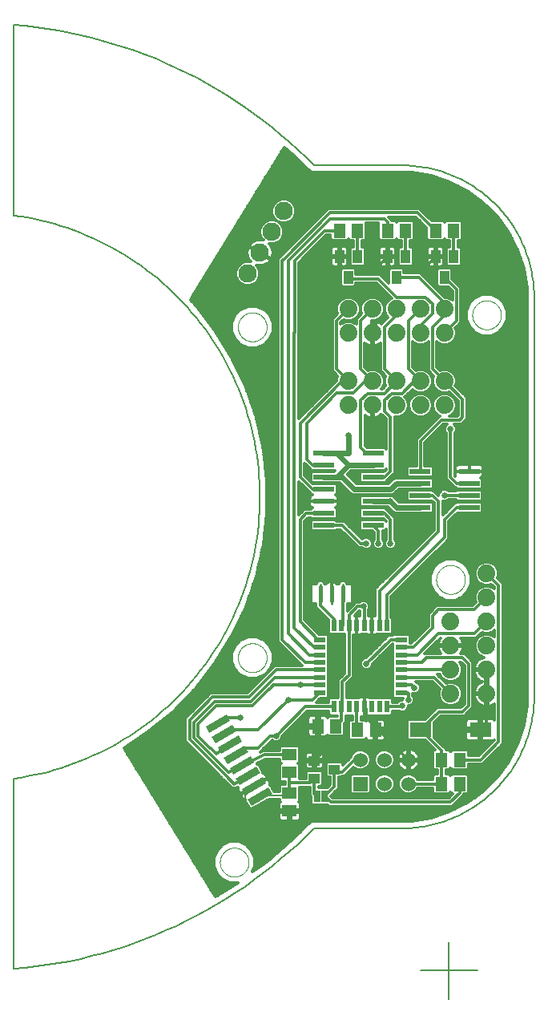
<source format=gtl>
G75*
%MOIN*%
%OFA0B0*%
%FSLAX25Y25*%
%IPPOS*%
%LPD*%
%AMOC8*
5,1,8,0,0,1.08239X$1,22.5*
%
%ADD10C,0.00600*%
%ADD11C,0.00000*%
%ADD12R,0.05906X0.05118*%
%ADD13R,0.04724X0.04000*%
%ADD14R,0.02500X0.05000*%
%ADD15C,0.07400*%
%ADD16R,0.10000X0.03000*%
%ADD17R,0.03937X0.05512*%
%ADD18R,0.05118X0.05906*%
%ADD19R,0.08661X0.02362*%
%ADD20R,0.02200X0.05000*%
%ADD21R,0.05000X0.02200*%
%ADD22C,0.01772*%
%ADD23C,0.01000*%
%ADD24R,0.06000X0.06000*%
%ADD25C,0.06000*%
%ADD26C,0.07600*%
%ADD27R,0.09055X0.06299*%
%ADD28C,0.01200*%
%ADD29C,0.00800*%
%ADD30C,0.02578*%
%ADD31C,0.02400*%
D10*
X0001300Y0013742D02*
X0001300Y0092906D01*
X0001300Y0013742D02*
X0005974Y0014173D01*
X0010636Y0014716D01*
X0015284Y0015369D01*
X0019914Y0016133D01*
X0024526Y0017008D01*
X0029115Y0017992D01*
X0033680Y0019085D01*
X0038217Y0020287D01*
X0042724Y0021596D01*
X0047198Y0023013D01*
X0051638Y0024536D01*
X0056040Y0026164D01*
X0060402Y0027897D01*
X0064721Y0029733D01*
X0068996Y0031672D01*
X0073223Y0033712D01*
X0077400Y0035852D01*
X0081525Y0038091D01*
X0085595Y0040428D01*
X0089609Y0042862D01*
X0093563Y0045390D01*
X0097456Y0048012D01*
X0101285Y0050726D01*
X0105049Y0053531D01*
X0108744Y0056424D01*
X0112370Y0059405D01*
X0115923Y0062471D01*
X0119403Y0065621D01*
X0122806Y0068854D01*
X0126131Y0072166D01*
X0162717Y0072166D01*
X0182402Y0024922D02*
X0182402Y0001300D01*
X0170591Y0013111D02*
X0194213Y0013111D01*
X0217835Y0127284D02*
X0217835Y0292639D01*
X0217819Y0293971D01*
X0217771Y0295302D01*
X0217690Y0296631D01*
X0217578Y0297959D01*
X0217433Y0299283D01*
X0217257Y0300603D01*
X0217048Y0301919D01*
X0216808Y0303229D01*
X0216536Y0304533D01*
X0216233Y0305830D01*
X0215899Y0307119D01*
X0215534Y0308400D01*
X0215137Y0309671D01*
X0214710Y0310933D01*
X0214253Y0312184D01*
X0213766Y0313424D01*
X0213249Y0314651D01*
X0212702Y0315866D01*
X0212126Y0317067D01*
X0211522Y0318254D01*
X0210888Y0319425D01*
X0210227Y0320582D01*
X0209538Y0321721D01*
X0208822Y0322844D01*
X0208078Y0323950D01*
X0207308Y0325037D01*
X0206513Y0326105D01*
X0205691Y0327153D01*
X0204845Y0328181D01*
X0203973Y0329189D01*
X0203078Y0330175D01*
X0202159Y0331140D01*
X0201218Y0332081D01*
X0200253Y0333000D01*
X0199267Y0333895D01*
X0198259Y0334767D01*
X0197231Y0335613D01*
X0196183Y0336435D01*
X0195115Y0337230D01*
X0194028Y0338000D01*
X0192922Y0338744D01*
X0191799Y0339460D01*
X0190660Y0340149D01*
X0189503Y0340810D01*
X0188332Y0341444D01*
X0187145Y0342048D01*
X0185944Y0342624D01*
X0184729Y0343171D01*
X0183502Y0343688D01*
X0182262Y0344175D01*
X0181011Y0344632D01*
X0179749Y0345059D01*
X0178478Y0345456D01*
X0177197Y0345821D01*
X0175908Y0346155D01*
X0174611Y0346458D01*
X0173307Y0346730D01*
X0171997Y0346970D01*
X0170681Y0347179D01*
X0169361Y0347355D01*
X0168037Y0347500D01*
X0166709Y0347612D01*
X0165380Y0347693D01*
X0164049Y0347741D01*
X0162717Y0347757D01*
X0126131Y0347757D01*
X0217835Y0127284D02*
X0217819Y0125952D01*
X0217771Y0124621D01*
X0217690Y0123292D01*
X0217578Y0121964D01*
X0217433Y0120640D01*
X0217257Y0119320D01*
X0217048Y0118004D01*
X0216808Y0116694D01*
X0216536Y0115390D01*
X0216233Y0114093D01*
X0215899Y0112804D01*
X0215534Y0111523D01*
X0215137Y0110252D01*
X0214710Y0108990D01*
X0214253Y0107739D01*
X0213766Y0106499D01*
X0213249Y0105272D01*
X0212702Y0104057D01*
X0212126Y0102856D01*
X0211522Y0101669D01*
X0210888Y0100498D01*
X0210227Y0099341D01*
X0209538Y0098202D01*
X0208822Y0097079D01*
X0208078Y0095973D01*
X0207308Y0094886D01*
X0206513Y0093818D01*
X0205691Y0092770D01*
X0204845Y0091742D01*
X0203973Y0090734D01*
X0203078Y0089748D01*
X0202159Y0088783D01*
X0201218Y0087842D01*
X0200253Y0086923D01*
X0199267Y0086028D01*
X0198259Y0085156D01*
X0197231Y0084310D01*
X0196183Y0083488D01*
X0195115Y0082693D01*
X0194028Y0081923D01*
X0192922Y0081179D01*
X0191799Y0080463D01*
X0190660Y0079774D01*
X0189503Y0079113D01*
X0188332Y0078479D01*
X0187145Y0077875D01*
X0185944Y0077299D01*
X0184729Y0076752D01*
X0183502Y0076235D01*
X0182262Y0075748D01*
X0181011Y0075291D01*
X0179749Y0074864D01*
X0178478Y0074467D01*
X0177197Y0074102D01*
X0175908Y0073768D01*
X0174611Y0073465D01*
X0173307Y0073193D01*
X0171997Y0072953D01*
X0170681Y0072744D01*
X0169361Y0072568D01*
X0168037Y0072423D01*
X0166709Y0072311D01*
X0165380Y0072230D01*
X0164049Y0072182D01*
X0162717Y0072166D01*
X0001300Y0092906D02*
X0004146Y0093324D01*
X0006981Y0093811D01*
X0009804Y0094368D01*
X0012612Y0094993D01*
X0015404Y0095686D01*
X0018178Y0096447D01*
X0020933Y0097275D01*
X0023667Y0098170D01*
X0026378Y0099131D01*
X0029065Y0100159D01*
X0031727Y0101251D01*
X0034361Y0102408D01*
X0036965Y0103628D01*
X0039540Y0104912D01*
X0042082Y0106258D01*
X0044591Y0107666D01*
X0047065Y0109134D01*
X0049502Y0110662D01*
X0051902Y0112249D01*
X0054262Y0113894D01*
X0056581Y0115596D01*
X0058858Y0117353D01*
X0061092Y0119166D01*
X0063281Y0121033D01*
X0065424Y0122952D01*
X0067519Y0124923D01*
X0069566Y0126945D01*
X0071563Y0129016D01*
X0073509Y0131134D01*
X0075402Y0133300D01*
X0077243Y0135511D01*
X0079029Y0137766D01*
X0080759Y0140064D01*
X0082433Y0142404D01*
X0084050Y0144783D01*
X0085608Y0147201D01*
X0087107Y0149657D01*
X0088545Y0152148D01*
X0089923Y0154674D01*
X0091238Y0157232D01*
X0092491Y0159821D01*
X0093681Y0162441D01*
X0094806Y0165088D01*
X0095866Y0167763D01*
X0096861Y0170462D01*
X0097790Y0173184D01*
X0098653Y0175929D01*
X0099448Y0178693D01*
X0100176Y0181477D01*
X0100835Y0184277D01*
X0101427Y0187092D01*
X0101949Y0189921D01*
X0102403Y0192762D01*
X0102787Y0195612D01*
X0103102Y0198472D01*
X0103347Y0201338D01*
X0103522Y0204210D01*
X0103627Y0207084D01*
X0103662Y0209961D01*
X0103627Y0212838D01*
X0103522Y0215712D01*
X0103347Y0218584D01*
X0103102Y0221450D01*
X0102787Y0224310D01*
X0102403Y0227160D01*
X0101949Y0230001D01*
X0101427Y0232830D01*
X0100835Y0235645D01*
X0100176Y0238445D01*
X0099448Y0241229D01*
X0098653Y0243993D01*
X0097790Y0246738D01*
X0096861Y0249460D01*
X0095866Y0252159D01*
X0094806Y0254834D01*
X0093681Y0257481D01*
X0092491Y0260101D01*
X0091238Y0262690D01*
X0089923Y0265248D01*
X0088545Y0267774D01*
X0087107Y0270265D01*
X0085608Y0272721D01*
X0084050Y0275139D01*
X0082433Y0277518D01*
X0080759Y0279858D01*
X0079029Y0282156D01*
X0077243Y0284411D01*
X0075402Y0286622D01*
X0073509Y0288788D01*
X0071563Y0290906D01*
X0069566Y0292977D01*
X0067519Y0294999D01*
X0065424Y0296970D01*
X0063281Y0298889D01*
X0061092Y0300756D01*
X0058858Y0302569D01*
X0056581Y0304326D01*
X0054262Y0306028D01*
X0051902Y0307673D01*
X0049502Y0309260D01*
X0047065Y0310788D01*
X0044591Y0312256D01*
X0042082Y0313664D01*
X0039540Y0315010D01*
X0036965Y0316294D01*
X0034361Y0317514D01*
X0031727Y0318671D01*
X0029065Y0319763D01*
X0026378Y0320791D01*
X0023667Y0321752D01*
X0020933Y0322647D01*
X0018178Y0323475D01*
X0015404Y0324236D01*
X0012612Y0324929D01*
X0009804Y0325554D01*
X0006981Y0326111D01*
X0004146Y0326598D01*
X0001300Y0327016D01*
X0001300Y0327017D02*
X0001300Y0406220D01*
X0005974Y0405787D01*
X0010636Y0405244D01*
X0015285Y0404589D01*
X0019916Y0403823D01*
X0024528Y0402948D01*
X0029117Y0401962D01*
X0033682Y0400868D01*
X0038219Y0399665D01*
X0042726Y0398354D01*
X0047201Y0396936D01*
X0051641Y0395412D01*
X0056043Y0393782D01*
X0060405Y0392048D01*
X0064725Y0390210D01*
X0068999Y0388270D01*
X0073226Y0386229D01*
X0077403Y0384087D01*
X0081528Y0381847D01*
X0085598Y0379508D01*
X0089612Y0377074D01*
X0093566Y0374544D01*
X0097458Y0371921D01*
X0101288Y0369205D01*
X0105051Y0366400D01*
X0108746Y0363505D01*
X0112371Y0360523D01*
X0115924Y0357455D01*
X0119403Y0354304D01*
X0122806Y0351070D01*
X0126131Y0347756D01*
D11*
X0094552Y0280611D02*
X0094554Y0280765D01*
X0094560Y0280920D01*
X0094570Y0281074D01*
X0094584Y0281228D01*
X0094602Y0281381D01*
X0094623Y0281534D01*
X0094649Y0281687D01*
X0094679Y0281838D01*
X0094712Y0281989D01*
X0094750Y0282139D01*
X0094791Y0282288D01*
X0094836Y0282436D01*
X0094885Y0282582D01*
X0094938Y0282728D01*
X0094994Y0282871D01*
X0095054Y0283014D01*
X0095118Y0283154D01*
X0095185Y0283294D01*
X0095256Y0283431D01*
X0095330Y0283566D01*
X0095408Y0283700D01*
X0095489Y0283831D01*
X0095574Y0283960D01*
X0095662Y0284088D01*
X0095753Y0284212D01*
X0095847Y0284335D01*
X0095945Y0284455D01*
X0096045Y0284572D01*
X0096149Y0284687D01*
X0096255Y0284799D01*
X0096364Y0284908D01*
X0096476Y0285014D01*
X0096591Y0285118D01*
X0096708Y0285218D01*
X0096828Y0285316D01*
X0096951Y0285410D01*
X0097075Y0285501D01*
X0097203Y0285589D01*
X0097332Y0285674D01*
X0097463Y0285755D01*
X0097597Y0285833D01*
X0097732Y0285907D01*
X0097869Y0285978D01*
X0098009Y0286045D01*
X0098149Y0286109D01*
X0098292Y0286169D01*
X0098435Y0286225D01*
X0098581Y0286278D01*
X0098727Y0286327D01*
X0098875Y0286372D01*
X0099024Y0286413D01*
X0099174Y0286451D01*
X0099325Y0286484D01*
X0099476Y0286514D01*
X0099629Y0286540D01*
X0099782Y0286561D01*
X0099935Y0286579D01*
X0100089Y0286593D01*
X0100243Y0286603D01*
X0100398Y0286609D01*
X0100552Y0286611D01*
X0100706Y0286609D01*
X0100861Y0286603D01*
X0101015Y0286593D01*
X0101169Y0286579D01*
X0101322Y0286561D01*
X0101475Y0286540D01*
X0101628Y0286514D01*
X0101779Y0286484D01*
X0101930Y0286451D01*
X0102080Y0286413D01*
X0102229Y0286372D01*
X0102377Y0286327D01*
X0102523Y0286278D01*
X0102669Y0286225D01*
X0102812Y0286169D01*
X0102955Y0286109D01*
X0103095Y0286045D01*
X0103235Y0285978D01*
X0103372Y0285907D01*
X0103507Y0285833D01*
X0103641Y0285755D01*
X0103772Y0285674D01*
X0103901Y0285589D01*
X0104029Y0285501D01*
X0104153Y0285410D01*
X0104276Y0285316D01*
X0104396Y0285218D01*
X0104513Y0285118D01*
X0104628Y0285014D01*
X0104740Y0284908D01*
X0104849Y0284799D01*
X0104955Y0284687D01*
X0105059Y0284572D01*
X0105159Y0284455D01*
X0105257Y0284335D01*
X0105351Y0284212D01*
X0105442Y0284088D01*
X0105530Y0283960D01*
X0105615Y0283831D01*
X0105696Y0283700D01*
X0105774Y0283566D01*
X0105848Y0283431D01*
X0105919Y0283294D01*
X0105986Y0283154D01*
X0106050Y0283014D01*
X0106110Y0282871D01*
X0106166Y0282728D01*
X0106219Y0282582D01*
X0106268Y0282436D01*
X0106313Y0282288D01*
X0106354Y0282139D01*
X0106392Y0281989D01*
X0106425Y0281838D01*
X0106455Y0281687D01*
X0106481Y0281534D01*
X0106502Y0281381D01*
X0106520Y0281228D01*
X0106534Y0281074D01*
X0106544Y0280920D01*
X0106550Y0280765D01*
X0106552Y0280611D01*
X0106550Y0280457D01*
X0106544Y0280302D01*
X0106534Y0280148D01*
X0106520Y0279994D01*
X0106502Y0279841D01*
X0106481Y0279688D01*
X0106455Y0279535D01*
X0106425Y0279384D01*
X0106392Y0279233D01*
X0106354Y0279083D01*
X0106313Y0278934D01*
X0106268Y0278786D01*
X0106219Y0278640D01*
X0106166Y0278494D01*
X0106110Y0278351D01*
X0106050Y0278208D01*
X0105986Y0278068D01*
X0105919Y0277928D01*
X0105848Y0277791D01*
X0105774Y0277656D01*
X0105696Y0277522D01*
X0105615Y0277391D01*
X0105530Y0277262D01*
X0105442Y0277134D01*
X0105351Y0277010D01*
X0105257Y0276887D01*
X0105159Y0276767D01*
X0105059Y0276650D01*
X0104955Y0276535D01*
X0104849Y0276423D01*
X0104740Y0276314D01*
X0104628Y0276208D01*
X0104513Y0276104D01*
X0104396Y0276004D01*
X0104276Y0275906D01*
X0104153Y0275812D01*
X0104029Y0275721D01*
X0103901Y0275633D01*
X0103772Y0275548D01*
X0103641Y0275467D01*
X0103507Y0275389D01*
X0103372Y0275315D01*
X0103235Y0275244D01*
X0103095Y0275177D01*
X0102955Y0275113D01*
X0102812Y0275053D01*
X0102669Y0274997D01*
X0102523Y0274944D01*
X0102377Y0274895D01*
X0102229Y0274850D01*
X0102080Y0274809D01*
X0101930Y0274771D01*
X0101779Y0274738D01*
X0101628Y0274708D01*
X0101475Y0274682D01*
X0101322Y0274661D01*
X0101169Y0274643D01*
X0101015Y0274629D01*
X0100861Y0274619D01*
X0100706Y0274613D01*
X0100552Y0274611D01*
X0100398Y0274613D01*
X0100243Y0274619D01*
X0100089Y0274629D01*
X0099935Y0274643D01*
X0099782Y0274661D01*
X0099629Y0274682D01*
X0099476Y0274708D01*
X0099325Y0274738D01*
X0099174Y0274771D01*
X0099024Y0274809D01*
X0098875Y0274850D01*
X0098727Y0274895D01*
X0098581Y0274944D01*
X0098435Y0274997D01*
X0098292Y0275053D01*
X0098149Y0275113D01*
X0098009Y0275177D01*
X0097869Y0275244D01*
X0097732Y0275315D01*
X0097597Y0275389D01*
X0097463Y0275467D01*
X0097332Y0275548D01*
X0097203Y0275633D01*
X0097075Y0275721D01*
X0096951Y0275812D01*
X0096828Y0275906D01*
X0096708Y0276004D01*
X0096591Y0276104D01*
X0096476Y0276208D01*
X0096364Y0276314D01*
X0096255Y0276423D01*
X0096149Y0276535D01*
X0096045Y0276650D01*
X0095945Y0276767D01*
X0095847Y0276887D01*
X0095753Y0277010D01*
X0095662Y0277134D01*
X0095574Y0277262D01*
X0095489Y0277391D01*
X0095408Y0277522D01*
X0095330Y0277656D01*
X0095256Y0277791D01*
X0095185Y0277928D01*
X0095118Y0278068D01*
X0095054Y0278208D01*
X0094994Y0278351D01*
X0094938Y0278494D01*
X0094885Y0278640D01*
X0094836Y0278786D01*
X0094791Y0278934D01*
X0094750Y0279083D01*
X0094712Y0279233D01*
X0094679Y0279384D01*
X0094649Y0279535D01*
X0094623Y0279688D01*
X0094602Y0279841D01*
X0094584Y0279994D01*
X0094570Y0280148D01*
X0094560Y0280302D01*
X0094554Y0280457D01*
X0094552Y0280611D01*
X0094552Y0143111D02*
X0094554Y0143265D01*
X0094560Y0143420D01*
X0094570Y0143574D01*
X0094584Y0143728D01*
X0094602Y0143881D01*
X0094623Y0144034D01*
X0094649Y0144187D01*
X0094679Y0144338D01*
X0094712Y0144489D01*
X0094750Y0144639D01*
X0094791Y0144788D01*
X0094836Y0144936D01*
X0094885Y0145082D01*
X0094938Y0145228D01*
X0094994Y0145371D01*
X0095054Y0145514D01*
X0095118Y0145654D01*
X0095185Y0145794D01*
X0095256Y0145931D01*
X0095330Y0146066D01*
X0095408Y0146200D01*
X0095489Y0146331D01*
X0095574Y0146460D01*
X0095662Y0146588D01*
X0095753Y0146712D01*
X0095847Y0146835D01*
X0095945Y0146955D01*
X0096045Y0147072D01*
X0096149Y0147187D01*
X0096255Y0147299D01*
X0096364Y0147408D01*
X0096476Y0147514D01*
X0096591Y0147618D01*
X0096708Y0147718D01*
X0096828Y0147816D01*
X0096951Y0147910D01*
X0097075Y0148001D01*
X0097203Y0148089D01*
X0097332Y0148174D01*
X0097463Y0148255D01*
X0097597Y0148333D01*
X0097732Y0148407D01*
X0097869Y0148478D01*
X0098009Y0148545D01*
X0098149Y0148609D01*
X0098292Y0148669D01*
X0098435Y0148725D01*
X0098581Y0148778D01*
X0098727Y0148827D01*
X0098875Y0148872D01*
X0099024Y0148913D01*
X0099174Y0148951D01*
X0099325Y0148984D01*
X0099476Y0149014D01*
X0099629Y0149040D01*
X0099782Y0149061D01*
X0099935Y0149079D01*
X0100089Y0149093D01*
X0100243Y0149103D01*
X0100398Y0149109D01*
X0100552Y0149111D01*
X0100706Y0149109D01*
X0100861Y0149103D01*
X0101015Y0149093D01*
X0101169Y0149079D01*
X0101322Y0149061D01*
X0101475Y0149040D01*
X0101628Y0149014D01*
X0101779Y0148984D01*
X0101930Y0148951D01*
X0102080Y0148913D01*
X0102229Y0148872D01*
X0102377Y0148827D01*
X0102523Y0148778D01*
X0102669Y0148725D01*
X0102812Y0148669D01*
X0102955Y0148609D01*
X0103095Y0148545D01*
X0103235Y0148478D01*
X0103372Y0148407D01*
X0103507Y0148333D01*
X0103641Y0148255D01*
X0103772Y0148174D01*
X0103901Y0148089D01*
X0104029Y0148001D01*
X0104153Y0147910D01*
X0104276Y0147816D01*
X0104396Y0147718D01*
X0104513Y0147618D01*
X0104628Y0147514D01*
X0104740Y0147408D01*
X0104849Y0147299D01*
X0104955Y0147187D01*
X0105059Y0147072D01*
X0105159Y0146955D01*
X0105257Y0146835D01*
X0105351Y0146712D01*
X0105442Y0146588D01*
X0105530Y0146460D01*
X0105615Y0146331D01*
X0105696Y0146200D01*
X0105774Y0146066D01*
X0105848Y0145931D01*
X0105919Y0145794D01*
X0105986Y0145654D01*
X0106050Y0145514D01*
X0106110Y0145371D01*
X0106166Y0145228D01*
X0106219Y0145082D01*
X0106268Y0144936D01*
X0106313Y0144788D01*
X0106354Y0144639D01*
X0106392Y0144489D01*
X0106425Y0144338D01*
X0106455Y0144187D01*
X0106481Y0144034D01*
X0106502Y0143881D01*
X0106520Y0143728D01*
X0106534Y0143574D01*
X0106544Y0143420D01*
X0106550Y0143265D01*
X0106552Y0143111D01*
X0106550Y0142957D01*
X0106544Y0142802D01*
X0106534Y0142648D01*
X0106520Y0142494D01*
X0106502Y0142341D01*
X0106481Y0142188D01*
X0106455Y0142035D01*
X0106425Y0141884D01*
X0106392Y0141733D01*
X0106354Y0141583D01*
X0106313Y0141434D01*
X0106268Y0141286D01*
X0106219Y0141140D01*
X0106166Y0140994D01*
X0106110Y0140851D01*
X0106050Y0140708D01*
X0105986Y0140568D01*
X0105919Y0140428D01*
X0105848Y0140291D01*
X0105774Y0140156D01*
X0105696Y0140022D01*
X0105615Y0139891D01*
X0105530Y0139762D01*
X0105442Y0139634D01*
X0105351Y0139510D01*
X0105257Y0139387D01*
X0105159Y0139267D01*
X0105059Y0139150D01*
X0104955Y0139035D01*
X0104849Y0138923D01*
X0104740Y0138814D01*
X0104628Y0138708D01*
X0104513Y0138604D01*
X0104396Y0138504D01*
X0104276Y0138406D01*
X0104153Y0138312D01*
X0104029Y0138221D01*
X0103901Y0138133D01*
X0103772Y0138048D01*
X0103641Y0137967D01*
X0103507Y0137889D01*
X0103372Y0137815D01*
X0103235Y0137744D01*
X0103095Y0137677D01*
X0102955Y0137613D01*
X0102812Y0137553D01*
X0102669Y0137497D01*
X0102523Y0137444D01*
X0102377Y0137395D01*
X0102229Y0137350D01*
X0102080Y0137309D01*
X0101930Y0137271D01*
X0101779Y0137238D01*
X0101628Y0137208D01*
X0101475Y0137182D01*
X0101322Y0137161D01*
X0101169Y0137143D01*
X0101015Y0137129D01*
X0100861Y0137119D01*
X0100706Y0137113D01*
X0100552Y0137111D01*
X0100398Y0137113D01*
X0100243Y0137119D01*
X0100089Y0137129D01*
X0099935Y0137143D01*
X0099782Y0137161D01*
X0099629Y0137182D01*
X0099476Y0137208D01*
X0099325Y0137238D01*
X0099174Y0137271D01*
X0099024Y0137309D01*
X0098875Y0137350D01*
X0098727Y0137395D01*
X0098581Y0137444D01*
X0098435Y0137497D01*
X0098292Y0137553D01*
X0098149Y0137613D01*
X0098009Y0137677D01*
X0097869Y0137744D01*
X0097732Y0137815D01*
X0097597Y0137889D01*
X0097463Y0137967D01*
X0097332Y0138048D01*
X0097203Y0138133D01*
X0097075Y0138221D01*
X0096951Y0138312D01*
X0096828Y0138406D01*
X0096708Y0138504D01*
X0096591Y0138604D01*
X0096476Y0138708D01*
X0096364Y0138814D01*
X0096255Y0138923D01*
X0096149Y0139035D01*
X0096045Y0139150D01*
X0095945Y0139267D01*
X0095847Y0139387D01*
X0095753Y0139510D01*
X0095662Y0139634D01*
X0095574Y0139762D01*
X0095489Y0139891D01*
X0095408Y0140022D01*
X0095330Y0140156D01*
X0095256Y0140291D01*
X0095185Y0140428D01*
X0095118Y0140568D01*
X0095054Y0140708D01*
X0094994Y0140851D01*
X0094938Y0140994D01*
X0094885Y0141140D01*
X0094836Y0141286D01*
X0094791Y0141434D01*
X0094750Y0141583D01*
X0094712Y0141733D01*
X0094679Y0141884D01*
X0094649Y0142035D01*
X0094623Y0142188D01*
X0094602Y0142341D01*
X0094584Y0142494D01*
X0094570Y0142648D01*
X0094560Y0142802D01*
X0094554Y0142957D01*
X0094552Y0143111D01*
X0087052Y0058111D02*
X0087054Y0058265D01*
X0087060Y0058420D01*
X0087070Y0058574D01*
X0087084Y0058728D01*
X0087102Y0058881D01*
X0087123Y0059034D01*
X0087149Y0059187D01*
X0087179Y0059338D01*
X0087212Y0059489D01*
X0087250Y0059639D01*
X0087291Y0059788D01*
X0087336Y0059936D01*
X0087385Y0060082D01*
X0087438Y0060228D01*
X0087494Y0060371D01*
X0087554Y0060514D01*
X0087618Y0060654D01*
X0087685Y0060794D01*
X0087756Y0060931D01*
X0087830Y0061066D01*
X0087908Y0061200D01*
X0087989Y0061331D01*
X0088074Y0061460D01*
X0088162Y0061588D01*
X0088253Y0061712D01*
X0088347Y0061835D01*
X0088445Y0061955D01*
X0088545Y0062072D01*
X0088649Y0062187D01*
X0088755Y0062299D01*
X0088864Y0062408D01*
X0088976Y0062514D01*
X0089091Y0062618D01*
X0089208Y0062718D01*
X0089328Y0062816D01*
X0089451Y0062910D01*
X0089575Y0063001D01*
X0089703Y0063089D01*
X0089832Y0063174D01*
X0089963Y0063255D01*
X0090097Y0063333D01*
X0090232Y0063407D01*
X0090369Y0063478D01*
X0090509Y0063545D01*
X0090649Y0063609D01*
X0090792Y0063669D01*
X0090935Y0063725D01*
X0091081Y0063778D01*
X0091227Y0063827D01*
X0091375Y0063872D01*
X0091524Y0063913D01*
X0091674Y0063951D01*
X0091825Y0063984D01*
X0091976Y0064014D01*
X0092129Y0064040D01*
X0092282Y0064061D01*
X0092435Y0064079D01*
X0092589Y0064093D01*
X0092743Y0064103D01*
X0092898Y0064109D01*
X0093052Y0064111D01*
X0093206Y0064109D01*
X0093361Y0064103D01*
X0093515Y0064093D01*
X0093669Y0064079D01*
X0093822Y0064061D01*
X0093975Y0064040D01*
X0094128Y0064014D01*
X0094279Y0063984D01*
X0094430Y0063951D01*
X0094580Y0063913D01*
X0094729Y0063872D01*
X0094877Y0063827D01*
X0095023Y0063778D01*
X0095169Y0063725D01*
X0095312Y0063669D01*
X0095455Y0063609D01*
X0095595Y0063545D01*
X0095735Y0063478D01*
X0095872Y0063407D01*
X0096007Y0063333D01*
X0096141Y0063255D01*
X0096272Y0063174D01*
X0096401Y0063089D01*
X0096529Y0063001D01*
X0096653Y0062910D01*
X0096776Y0062816D01*
X0096896Y0062718D01*
X0097013Y0062618D01*
X0097128Y0062514D01*
X0097240Y0062408D01*
X0097349Y0062299D01*
X0097455Y0062187D01*
X0097559Y0062072D01*
X0097659Y0061955D01*
X0097757Y0061835D01*
X0097851Y0061712D01*
X0097942Y0061588D01*
X0098030Y0061460D01*
X0098115Y0061331D01*
X0098196Y0061200D01*
X0098274Y0061066D01*
X0098348Y0060931D01*
X0098419Y0060794D01*
X0098486Y0060654D01*
X0098550Y0060514D01*
X0098610Y0060371D01*
X0098666Y0060228D01*
X0098719Y0060082D01*
X0098768Y0059936D01*
X0098813Y0059788D01*
X0098854Y0059639D01*
X0098892Y0059489D01*
X0098925Y0059338D01*
X0098955Y0059187D01*
X0098981Y0059034D01*
X0099002Y0058881D01*
X0099020Y0058728D01*
X0099034Y0058574D01*
X0099044Y0058420D01*
X0099050Y0058265D01*
X0099052Y0058111D01*
X0099050Y0057957D01*
X0099044Y0057802D01*
X0099034Y0057648D01*
X0099020Y0057494D01*
X0099002Y0057341D01*
X0098981Y0057188D01*
X0098955Y0057035D01*
X0098925Y0056884D01*
X0098892Y0056733D01*
X0098854Y0056583D01*
X0098813Y0056434D01*
X0098768Y0056286D01*
X0098719Y0056140D01*
X0098666Y0055994D01*
X0098610Y0055851D01*
X0098550Y0055708D01*
X0098486Y0055568D01*
X0098419Y0055428D01*
X0098348Y0055291D01*
X0098274Y0055156D01*
X0098196Y0055022D01*
X0098115Y0054891D01*
X0098030Y0054762D01*
X0097942Y0054634D01*
X0097851Y0054510D01*
X0097757Y0054387D01*
X0097659Y0054267D01*
X0097559Y0054150D01*
X0097455Y0054035D01*
X0097349Y0053923D01*
X0097240Y0053814D01*
X0097128Y0053708D01*
X0097013Y0053604D01*
X0096896Y0053504D01*
X0096776Y0053406D01*
X0096653Y0053312D01*
X0096529Y0053221D01*
X0096401Y0053133D01*
X0096272Y0053048D01*
X0096141Y0052967D01*
X0096007Y0052889D01*
X0095872Y0052815D01*
X0095735Y0052744D01*
X0095595Y0052677D01*
X0095455Y0052613D01*
X0095312Y0052553D01*
X0095169Y0052497D01*
X0095023Y0052444D01*
X0094877Y0052395D01*
X0094729Y0052350D01*
X0094580Y0052309D01*
X0094430Y0052271D01*
X0094279Y0052238D01*
X0094128Y0052208D01*
X0093975Y0052182D01*
X0093822Y0052161D01*
X0093669Y0052143D01*
X0093515Y0052129D01*
X0093361Y0052119D01*
X0093206Y0052113D01*
X0093052Y0052111D01*
X0092898Y0052113D01*
X0092743Y0052119D01*
X0092589Y0052129D01*
X0092435Y0052143D01*
X0092282Y0052161D01*
X0092129Y0052182D01*
X0091976Y0052208D01*
X0091825Y0052238D01*
X0091674Y0052271D01*
X0091524Y0052309D01*
X0091375Y0052350D01*
X0091227Y0052395D01*
X0091081Y0052444D01*
X0090935Y0052497D01*
X0090792Y0052553D01*
X0090649Y0052613D01*
X0090509Y0052677D01*
X0090369Y0052744D01*
X0090232Y0052815D01*
X0090097Y0052889D01*
X0089963Y0052967D01*
X0089832Y0053048D01*
X0089703Y0053133D01*
X0089575Y0053221D01*
X0089451Y0053312D01*
X0089328Y0053406D01*
X0089208Y0053504D01*
X0089091Y0053604D01*
X0088976Y0053708D01*
X0088864Y0053814D01*
X0088755Y0053923D01*
X0088649Y0054035D01*
X0088545Y0054150D01*
X0088445Y0054267D01*
X0088347Y0054387D01*
X0088253Y0054510D01*
X0088162Y0054634D01*
X0088074Y0054762D01*
X0087989Y0054891D01*
X0087908Y0055022D01*
X0087830Y0055156D01*
X0087756Y0055291D01*
X0087685Y0055428D01*
X0087618Y0055568D01*
X0087554Y0055708D01*
X0087494Y0055851D01*
X0087438Y0055994D01*
X0087385Y0056140D01*
X0087336Y0056286D01*
X0087291Y0056434D01*
X0087250Y0056583D01*
X0087212Y0056733D01*
X0087179Y0056884D01*
X0087149Y0057035D01*
X0087123Y0057188D01*
X0087102Y0057341D01*
X0087084Y0057494D01*
X0087070Y0057648D01*
X0087060Y0057802D01*
X0087054Y0057957D01*
X0087052Y0058111D01*
X0177052Y0175611D02*
X0177054Y0175765D01*
X0177060Y0175920D01*
X0177070Y0176074D01*
X0177084Y0176228D01*
X0177102Y0176381D01*
X0177123Y0176534D01*
X0177149Y0176687D01*
X0177179Y0176838D01*
X0177212Y0176989D01*
X0177250Y0177139D01*
X0177291Y0177288D01*
X0177336Y0177436D01*
X0177385Y0177582D01*
X0177438Y0177728D01*
X0177494Y0177871D01*
X0177554Y0178014D01*
X0177618Y0178154D01*
X0177685Y0178294D01*
X0177756Y0178431D01*
X0177830Y0178566D01*
X0177908Y0178700D01*
X0177989Y0178831D01*
X0178074Y0178960D01*
X0178162Y0179088D01*
X0178253Y0179212D01*
X0178347Y0179335D01*
X0178445Y0179455D01*
X0178545Y0179572D01*
X0178649Y0179687D01*
X0178755Y0179799D01*
X0178864Y0179908D01*
X0178976Y0180014D01*
X0179091Y0180118D01*
X0179208Y0180218D01*
X0179328Y0180316D01*
X0179451Y0180410D01*
X0179575Y0180501D01*
X0179703Y0180589D01*
X0179832Y0180674D01*
X0179963Y0180755D01*
X0180097Y0180833D01*
X0180232Y0180907D01*
X0180369Y0180978D01*
X0180509Y0181045D01*
X0180649Y0181109D01*
X0180792Y0181169D01*
X0180935Y0181225D01*
X0181081Y0181278D01*
X0181227Y0181327D01*
X0181375Y0181372D01*
X0181524Y0181413D01*
X0181674Y0181451D01*
X0181825Y0181484D01*
X0181976Y0181514D01*
X0182129Y0181540D01*
X0182282Y0181561D01*
X0182435Y0181579D01*
X0182589Y0181593D01*
X0182743Y0181603D01*
X0182898Y0181609D01*
X0183052Y0181611D01*
X0183206Y0181609D01*
X0183361Y0181603D01*
X0183515Y0181593D01*
X0183669Y0181579D01*
X0183822Y0181561D01*
X0183975Y0181540D01*
X0184128Y0181514D01*
X0184279Y0181484D01*
X0184430Y0181451D01*
X0184580Y0181413D01*
X0184729Y0181372D01*
X0184877Y0181327D01*
X0185023Y0181278D01*
X0185169Y0181225D01*
X0185312Y0181169D01*
X0185455Y0181109D01*
X0185595Y0181045D01*
X0185735Y0180978D01*
X0185872Y0180907D01*
X0186007Y0180833D01*
X0186141Y0180755D01*
X0186272Y0180674D01*
X0186401Y0180589D01*
X0186529Y0180501D01*
X0186653Y0180410D01*
X0186776Y0180316D01*
X0186896Y0180218D01*
X0187013Y0180118D01*
X0187128Y0180014D01*
X0187240Y0179908D01*
X0187349Y0179799D01*
X0187455Y0179687D01*
X0187559Y0179572D01*
X0187659Y0179455D01*
X0187757Y0179335D01*
X0187851Y0179212D01*
X0187942Y0179088D01*
X0188030Y0178960D01*
X0188115Y0178831D01*
X0188196Y0178700D01*
X0188274Y0178566D01*
X0188348Y0178431D01*
X0188419Y0178294D01*
X0188486Y0178154D01*
X0188550Y0178014D01*
X0188610Y0177871D01*
X0188666Y0177728D01*
X0188719Y0177582D01*
X0188768Y0177436D01*
X0188813Y0177288D01*
X0188854Y0177139D01*
X0188892Y0176989D01*
X0188925Y0176838D01*
X0188955Y0176687D01*
X0188981Y0176534D01*
X0189002Y0176381D01*
X0189020Y0176228D01*
X0189034Y0176074D01*
X0189044Y0175920D01*
X0189050Y0175765D01*
X0189052Y0175611D01*
X0189050Y0175457D01*
X0189044Y0175302D01*
X0189034Y0175148D01*
X0189020Y0174994D01*
X0189002Y0174841D01*
X0188981Y0174688D01*
X0188955Y0174535D01*
X0188925Y0174384D01*
X0188892Y0174233D01*
X0188854Y0174083D01*
X0188813Y0173934D01*
X0188768Y0173786D01*
X0188719Y0173640D01*
X0188666Y0173494D01*
X0188610Y0173351D01*
X0188550Y0173208D01*
X0188486Y0173068D01*
X0188419Y0172928D01*
X0188348Y0172791D01*
X0188274Y0172656D01*
X0188196Y0172522D01*
X0188115Y0172391D01*
X0188030Y0172262D01*
X0187942Y0172134D01*
X0187851Y0172010D01*
X0187757Y0171887D01*
X0187659Y0171767D01*
X0187559Y0171650D01*
X0187455Y0171535D01*
X0187349Y0171423D01*
X0187240Y0171314D01*
X0187128Y0171208D01*
X0187013Y0171104D01*
X0186896Y0171004D01*
X0186776Y0170906D01*
X0186653Y0170812D01*
X0186529Y0170721D01*
X0186401Y0170633D01*
X0186272Y0170548D01*
X0186141Y0170467D01*
X0186007Y0170389D01*
X0185872Y0170315D01*
X0185735Y0170244D01*
X0185595Y0170177D01*
X0185455Y0170113D01*
X0185312Y0170053D01*
X0185169Y0169997D01*
X0185023Y0169944D01*
X0184877Y0169895D01*
X0184729Y0169850D01*
X0184580Y0169809D01*
X0184430Y0169771D01*
X0184279Y0169738D01*
X0184128Y0169708D01*
X0183975Y0169682D01*
X0183822Y0169661D01*
X0183669Y0169643D01*
X0183515Y0169629D01*
X0183361Y0169619D01*
X0183206Y0169613D01*
X0183052Y0169611D01*
X0182898Y0169613D01*
X0182743Y0169619D01*
X0182589Y0169629D01*
X0182435Y0169643D01*
X0182282Y0169661D01*
X0182129Y0169682D01*
X0181976Y0169708D01*
X0181825Y0169738D01*
X0181674Y0169771D01*
X0181524Y0169809D01*
X0181375Y0169850D01*
X0181227Y0169895D01*
X0181081Y0169944D01*
X0180935Y0169997D01*
X0180792Y0170053D01*
X0180649Y0170113D01*
X0180509Y0170177D01*
X0180369Y0170244D01*
X0180232Y0170315D01*
X0180097Y0170389D01*
X0179963Y0170467D01*
X0179832Y0170548D01*
X0179703Y0170633D01*
X0179575Y0170721D01*
X0179451Y0170812D01*
X0179328Y0170906D01*
X0179208Y0171004D01*
X0179091Y0171104D01*
X0178976Y0171208D01*
X0178864Y0171314D01*
X0178755Y0171423D01*
X0178649Y0171535D01*
X0178545Y0171650D01*
X0178445Y0171767D01*
X0178347Y0171887D01*
X0178253Y0172010D01*
X0178162Y0172134D01*
X0178074Y0172262D01*
X0177989Y0172391D01*
X0177908Y0172522D01*
X0177830Y0172656D01*
X0177756Y0172791D01*
X0177685Y0172928D01*
X0177618Y0173068D01*
X0177554Y0173208D01*
X0177494Y0173351D01*
X0177438Y0173494D01*
X0177385Y0173640D01*
X0177336Y0173786D01*
X0177291Y0173934D01*
X0177250Y0174083D01*
X0177212Y0174233D01*
X0177179Y0174384D01*
X0177149Y0174535D01*
X0177123Y0174688D01*
X0177102Y0174841D01*
X0177084Y0174994D01*
X0177070Y0175148D01*
X0177060Y0175302D01*
X0177054Y0175457D01*
X0177052Y0175611D01*
X0192052Y0285611D02*
X0192054Y0285765D01*
X0192060Y0285920D01*
X0192070Y0286074D01*
X0192084Y0286228D01*
X0192102Y0286381D01*
X0192123Y0286534D01*
X0192149Y0286687D01*
X0192179Y0286838D01*
X0192212Y0286989D01*
X0192250Y0287139D01*
X0192291Y0287288D01*
X0192336Y0287436D01*
X0192385Y0287582D01*
X0192438Y0287728D01*
X0192494Y0287871D01*
X0192554Y0288014D01*
X0192618Y0288154D01*
X0192685Y0288294D01*
X0192756Y0288431D01*
X0192830Y0288566D01*
X0192908Y0288700D01*
X0192989Y0288831D01*
X0193074Y0288960D01*
X0193162Y0289088D01*
X0193253Y0289212D01*
X0193347Y0289335D01*
X0193445Y0289455D01*
X0193545Y0289572D01*
X0193649Y0289687D01*
X0193755Y0289799D01*
X0193864Y0289908D01*
X0193976Y0290014D01*
X0194091Y0290118D01*
X0194208Y0290218D01*
X0194328Y0290316D01*
X0194451Y0290410D01*
X0194575Y0290501D01*
X0194703Y0290589D01*
X0194832Y0290674D01*
X0194963Y0290755D01*
X0195097Y0290833D01*
X0195232Y0290907D01*
X0195369Y0290978D01*
X0195509Y0291045D01*
X0195649Y0291109D01*
X0195792Y0291169D01*
X0195935Y0291225D01*
X0196081Y0291278D01*
X0196227Y0291327D01*
X0196375Y0291372D01*
X0196524Y0291413D01*
X0196674Y0291451D01*
X0196825Y0291484D01*
X0196976Y0291514D01*
X0197129Y0291540D01*
X0197282Y0291561D01*
X0197435Y0291579D01*
X0197589Y0291593D01*
X0197743Y0291603D01*
X0197898Y0291609D01*
X0198052Y0291611D01*
X0198206Y0291609D01*
X0198361Y0291603D01*
X0198515Y0291593D01*
X0198669Y0291579D01*
X0198822Y0291561D01*
X0198975Y0291540D01*
X0199128Y0291514D01*
X0199279Y0291484D01*
X0199430Y0291451D01*
X0199580Y0291413D01*
X0199729Y0291372D01*
X0199877Y0291327D01*
X0200023Y0291278D01*
X0200169Y0291225D01*
X0200312Y0291169D01*
X0200455Y0291109D01*
X0200595Y0291045D01*
X0200735Y0290978D01*
X0200872Y0290907D01*
X0201007Y0290833D01*
X0201141Y0290755D01*
X0201272Y0290674D01*
X0201401Y0290589D01*
X0201529Y0290501D01*
X0201653Y0290410D01*
X0201776Y0290316D01*
X0201896Y0290218D01*
X0202013Y0290118D01*
X0202128Y0290014D01*
X0202240Y0289908D01*
X0202349Y0289799D01*
X0202455Y0289687D01*
X0202559Y0289572D01*
X0202659Y0289455D01*
X0202757Y0289335D01*
X0202851Y0289212D01*
X0202942Y0289088D01*
X0203030Y0288960D01*
X0203115Y0288831D01*
X0203196Y0288700D01*
X0203274Y0288566D01*
X0203348Y0288431D01*
X0203419Y0288294D01*
X0203486Y0288154D01*
X0203550Y0288014D01*
X0203610Y0287871D01*
X0203666Y0287728D01*
X0203719Y0287582D01*
X0203768Y0287436D01*
X0203813Y0287288D01*
X0203854Y0287139D01*
X0203892Y0286989D01*
X0203925Y0286838D01*
X0203955Y0286687D01*
X0203981Y0286534D01*
X0204002Y0286381D01*
X0204020Y0286228D01*
X0204034Y0286074D01*
X0204044Y0285920D01*
X0204050Y0285765D01*
X0204052Y0285611D01*
X0204050Y0285457D01*
X0204044Y0285302D01*
X0204034Y0285148D01*
X0204020Y0284994D01*
X0204002Y0284841D01*
X0203981Y0284688D01*
X0203955Y0284535D01*
X0203925Y0284384D01*
X0203892Y0284233D01*
X0203854Y0284083D01*
X0203813Y0283934D01*
X0203768Y0283786D01*
X0203719Y0283640D01*
X0203666Y0283494D01*
X0203610Y0283351D01*
X0203550Y0283208D01*
X0203486Y0283068D01*
X0203419Y0282928D01*
X0203348Y0282791D01*
X0203274Y0282656D01*
X0203196Y0282522D01*
X0203115Y0282391D01*
X0203030Y0282262D01*
X0202942Y0282134D01*
X0202851Y0282010D01*
X0202757Y0281887D01*
X0202659Y0281767D01*
X0202559Y0281650D01*
X0202455Y0281535D01*
X0202349Y0281423D01*
X0202240Y0281314D01*
X0202128Y0281208D01*
X0202013Y0281104D01*
X0201896Y0281004D01*
X0201776Y0280906D01*
X0201653Y0280812D01*
X0201529Y0280721D01*
X0201401Y0280633D01*
X0201272Y0280548D01*
X0201141Y0280467D01*
X0201007Y0280389D01*
X0200872Y0280315D01*
X0200735Y0280244D01*
X0200595Y0280177D01*
X0200455Y0280113D01*
X0200312Y0280053D01*
X0200169Y0279997D01*
X0200023Y0279944D01*
X0199877Y0279895D01*
X0199729Y0279850D01*
X0199580Y0279809D01*
X0199430Y0279771D01*
X0199279Y0279738D01*
X0199128Y0279708D01*
X0198975Y0279682D01*
X0198822Y0279661D01*
X0198669Y0279643D01*
X0198515Y0279629D01*
X0198361Y0279619D01*
X0198206Y0279613D01*
X0198052Y0279611D01*
X0197898Y0279613D01*
X0197743Y0279619D01*
X0197589Y0279629D01*
X0197435Y0279643D01*
X0197282Y0279661D01*
X0197129Y0279682D01*
X0196976Y0279708D01*
X0196825Y0279738D01*
X0196674Y0279771D01*
X0196524Y0279809D01*
X0196375Y0279850D01*
X0196227Y0279895D01*
X0196081Y0279944D01*
X0195935Y0279997D01*
X0195792Y0280053D01*
X0195649Y0280113D01*
X0195509Y0280177D01*
X0195369Y0280244D01*
X0195232Y0280315D01*
X0195097Y0280389D01*
X0194963Y0280467D01*
X0194832Y0280548D01*
X0194703Y0280633D01*
X0194575Y0280721D01*
X0194451Y0280812D01*
X0194328Y0280906D01*
X0194208Y0281004D01*
X0194091Y0281104D01*
X0193976Y0281208D01*
X0193864Y0281314D01*
X0193755Y0281423D01*
X0193649Y0281535D01*
X0193545Y0281650D01*
X0193445Y0281767D01*
X0193347Y0281887D01*
X0193253Y0282010D01*
X0193162Y0282134D01*
X0193074Y0282262D01*
X0192989Y0282391D01*
X0192908Y0282522D01*
X0192830Y0282656D01*
X0192756Y0282791D01*
X0192685Y0282928D01*
X0192618Y0283068D01*
X0192554Y0283208D01*
X0192494Y0283351D01*
X0192438Y0283494D01*
X0192385Y0283640D01*
X0192336Y0283786D01*
X0192291Y0283934D01*
X0192250Y0284083D01*
X0192212Y0284233D01*
X0192179Y0284384D01*
X0192149Y0284535D01*
X0192123Y0284688D01*
X0192102Y0284841D01*
X0192084Y0284994D01*
X0192070Y0285148D01*
X0192060Y0285302D01*
X0192054Y0285457D01*
X0192052Y0285611D01*
D12*
X0116052Y0102851D03*
X0116052Y0095371D03*
X0116052Y0086851D03*
X0116052Y0079371D03*
D13*
X0126379Y0092871D03*
X0126379Y0100351D03*
X0134725Y0096611D03*
D14*
X0130652Y0085611D03*
X0127452Y0085611D03*
D15*
X0183052Y0128111D03*
X0183052Y0138111D03*
X0183052Y0148111D03*
X0183052Y0158111D03*
X0198052Y0158111D03*
X0198052Y0148111D03*
X0198052Y0138111D03*
X0198052Y0128111D03*
X0198052Y0168111D03*
X0198052Y0178111D03*
X0180552Y0248111D03*
X0180552Y0258111D03*
X0170552Y0258111D03*
X0170552Y0248111D03*
X0160552Y0248111D03*
X0160552Y0258111D03*
X0150552Y0258111D03*
X0150552Y0248111D03*
X0140552Y0248111D03*
X0140552Y0258111D03*
X0140552Y0278111D03*
X0140552Y0288111D03*
X0150552Y0288111D03*
X0150552Y0278111D03*
X0160552Y0278111D03*
X0160552Y0288111D03*
X0170552Y0288111D03*
X0170552Y0278111D03*
X0180552Y0278111D03*
X0180552Y0288111D03*
D16*
G36*
X0081142Y0114411D02*
X0089802Y0119410D01*
X0091302Y0116811D01*
X0082642Y0111812D01*
X0081142Y0114411D01*
G37*
G36*
X0083642Y0110081D02*
X0092302Y0115080D01*
X0093802Y0112481D01*
X0085142Y0107482D01*
X0083642Y0110081D01*
G37*
G36*
X0086142Y0105751D02*
X0094802Y0110750D01*
X0096302Y0108151D01*
X0087642Y0103152D01*
X0086142Y0105751D01*
G37*
G36*
X0088642Y0101421D02*
X0097302Y0106420D01*
X0098802Y0103821D01*
X0090142Y0098822D01*
X0088642Y0101421D01*
G37*
G36*
X0091142Y0097091D02*
X0099802Y0102090D01*
X0101302Y0099491D01*
X0092642Y0094492D01*
X0091142Y0097091D01*
G37*
G36*
X0093642Y0092760D02*
X0102302Y0097759D01*
X0103802Y0095160D01*
X0095142Y0090161D01*
X0093642Y0092760D01*
G37*
G36*
X0096142Y0088430D02*
X0104802Y0093429D01*
X0106302Y0090830D01*
X0097642Y0085831D01*
X0096142Y0088430D01*
G37*
G36*
X0098642Y0084100D02*
X0107302Y0089099D01*
X0108802Y0086500D01*
X0100142Y0081501D01*
X0098642Y0084100D01*
G37*
D17*
X0140552Y0301280D03*
X0144292Y0309942D03*
X0136812Y0309942D03*
X0156812Y0309942D03*
X0164292Y0309942D03*
X0160552Y0301280D03*
X0176812Y0309942D03*
X0184292Y0309942D03*
X0180552Y0301280D03*
D18*
X0184292Y0320611D03*
X0176812Y0320611D03*
X0164292Y0320611D03*
X0156812Y0320611D03*
X0144292Y0320611D03*
X0136812Y0320611D03*
X0135292Y0114611D03*
X0127812Y0114611D03*
X0144312Y0113111D03*
X0151792Y0113111D03*
X0179312Y0100611D03*
X0179312Y0090611D03*
X0186792Y0090611D03*
X0186792Y0100611D03*
D19*
X0150788Y0198111D03*
X0150788Y0203111D03*
X0150788Y0208111D03*
X0150788Y0213111D03*
X0150788Y0218111D03*
X0150788Y0223111D03*
X0150788Y0228111D03*
X0130316Y0228111D03*
X0130316Y0223111D03*
X0130316Y0218111D03*
X0130316Y0213111D03*
X0130316Y0208111D03*
X0130316Y0203111D03*
X0130316Y0198111D03*
X0170316Y0205611D03*
X0170316Y0210611D03*
X0170316Y0215611D03*
X0170316Y0220611D03*
X0190788Y0220611D03*
X0190788Y0215611D03*
X0190788Y0210611D03*
X0190788Y0205611D03*
D20*
X0156576Y0156511D03*
X0153426Y0156511D03*
X0150276Y0156511D03*
X0147127Y0156511D03*
X0143977Y0156511D03*
X0140828Y0156511D03*
X0137678Y0156511D03*
X0134528Y0156511D03*
X0134528Y0122711D03*
X0137678Y0122711D03*
X0140828Y0122711D03*
X0143977Y0122711D03*
X0147127Y0122711D03*
X0150276Y0122711D03*
X0153426Y0122711D03*
X0156576Y0122711D03*
D21*
X0162452Y0128587D03*
X0162452Y0131737D03*
X0162452Y0134887D03*
X0162452Y0138036D03*
X0162452Y0141186D03*
X0162452Y0144335D03*
X0162452Y0147485D03*
X0162452Y0150635D03*
X0128652Y0150635D03*
X0128652Y0147485D03*
X0128652Y0144335D03*
X0128652Y0141186D03*
X0128652Y0138036D03*
X0128652Y0134887D03*
X0128652Y0131737D03*
X0128652Y0128587D03*
D22*
X0128828Y0166747D02*
X0128828Y0172475D01*
X0133552Y0172475D02*
X0133552Y0166747D01*
X0138276Y0166747D02*
X0138276Y0172475D01*
D23*
X0138276Y0173611D02*
X0138276Y0169611D01*
X0138276Y0165611D01*
X0133552Y0165611D02*
X0133552Y0169611D01*
X0133552Y0173611D01*
X0128828Y0173611D02*
X0128828Y0169611D01*
X0128828Y0165611D01*
D24*
X0145552Y0090611D03*
D25*
X0145552Y0100611D03*
X0155552Y0100611D03*
X0155552Y0090611D03*
X0165552Y0090611D03*
X0165552Y0100611D03*
D26*
X0098722Y0302800D03*
X0103722Y0311460D03*
X0108722Y0320121D03*
X0113722Y0328781D03*
D27*
X0170650Y0113111D03*
X0195454Y0113111D03*
D28*
X0198052Y0115709D01*
X0198052Y0128111D01*
X0197652Y0128168D02*
X0192352Y0128168D01*
X0192752Y0128511D02*
X0197652Y0128511D01*
X0197652Y0133411D01*
X0197652Y0137711D01*
X0198452Y0137711D01*
X0198452Y0128511D01*
X0197652Y0128511D01*
X0197652Y0127711D01*
X0198452Y0127711D01*
X0198452Y0122811D01*
X0198469Y0122811D01*
X0199293Y0122942D01*
X0200086Y0123199D01*
X0200830Y0123578D01*
X0201252Y0123885D01*
X0201252Y0117252D01*
X0200964Y0117541D01*
X0200599Y0117752D01*
X0200192Y0117861D01*
X0196054Y0117861D01*
X0196054Y0113711D01*
X0194854Y0113711D01*
X0194854Y0117861D01*
X0190715Y0117861D01*
X0190308Y0117752D01*
X0189944Y0117541D01*
X0189646Y0117243D01*
X0189435Y0116878D01*
X0189326Y0116471D01*
X0189326Y0113711D01*
X0194853Y0113711D01*
X0194853Y0112511D01*
X0189326Y0112511D01*
X0189326Y0109751D01*
X0189435Y0109344D01*
X0189646Y0108979D01*
X0189944Y0108681D01*
X0190308Y0108470D01*
X0190715Y0108361D01*
X0194854Y0108361D01*
X0194854Y0112511D01*
X0196054Y0112511D01*
X0196054Y0108361D01*
X0200192Y0108361D01*
X0200599Y0108470D01*
X0200964Y0108681D01*
X0201252Y0108970D01*
X0201252Y0108857D01*
X0194806Y0102411D01*
X0190551Y0102411D01*
X0190551Y0104061D01*
X0189848Y0104764D01*
X0183736Y0104764D01*
X0183052Y0104080D01*
X0182368Y0104764D01*
X0181112Y0104764D01*
X0181112Y0105195D01*
X0176378Y0109929D01*
X0176378Y0116293D01*
X0178896Y0118811D01*
X0188798Y0118811D01*
X0192352Y0122365D01*
X0192352Y0141357D01*
X0191298Y0142411D01*
X0188798Y0144911D01*
X0187278Y0144911D01*
X0187585Y0145333D01*
X0187964Y0146077D01*
X0188221Y0146870D01*
X0188352Y0147694D01*
X0188352Y0147711D01*
X0183452Y0147711D01*
X0183452Y0148511D01*
X0188352Y0148511D01*
X0188352Y0148528D01*
X0188221Y0149352D01*
X0187964Y0150146D01*
X0187585Y0150889D01*
X0187278Y0151311D01*
X0193798Y0151311D01*
X0194852Y0152365D01*
X0196102Y0153615D01*
X0197077Y0153211D01*
X0199027Y0153211D01*
X0200828Y0153957D01*
X0201252Y0154381D01*
X0201252Y0151841D01*
X0200828Y0152265D01*
X0199027Y0153011D01*
X0197077Y0153011D01*
X0195276Y0152265D01*
X0193898Y0150887D01*
X0193152Y0149086D01*
X0193152Y0147136D01*
X0193898Y0145335D01*
X0195276Y0143957D01*
X0196882Y0143292D01*
X0196811Y0143281D01*
X0196017Y0143023D01*
X0195274Y0142644D01*
X0194599Y0142154D01*
X0194009Y0141564D01*
X0193519Y0140889D01*
X0193140Y0140146D01*
X0192882Y0139352D01*
X0192752Y0138528D01*
X0192752Y0138511D01*
X0197652Y0138511D01*
X0197652Y0137711D01*
X0192752Y0137711D01*
X0192752Y0137694D01*
X0192882Y0136870D01*
X0193140Y0136077D01*
X0193519Y0135333D01*
X0194009Y0134658D01*
X0194599Y0134068D01*
X0195274Y0133578D01*
X0196017Y0133199D01*
X0196289Y0133111D01*
X0196017Y0133023D01*
X0195274Y0132644D01*
X0194599Y0132154D01*
X0194009Y0131564D01*
X0193519Y0130889D01*
X0193140Y0130146D01*
X0192882Y0129352D01*
X0192752Y0128528D01*
X0192752Y0128511D01*
X0192752Y0127711D02*
X0192752Y0127694D01*
X0192882Y0126870D01*
X0193140Y0126077D01*
X0193519Y0125333D01*
X0194009Y0124658D01*
X0194599Y0124068D01*
X0195274Y0123578D01*
X0196017Y0123199D01*
X0196811Y0122942D01*
X0197635Y0122811D01*
X0197652Y0122811D01*
X0197652Y0127711D01*
X0192752Y0127711D01*
X0192867Y0126970D02*
X0192352Y0126970D01*
X0192352Y0125771D02*
X0193296Y0125771D01*
X0194095Y0124573D02*
X0192352Y0124573D01*
X0192352Y0123374D02*
X0195675Y0123374D01*
X0197652Y0123374D02*
X0198452Y0123374D01*
X0198452Y0124573D02*
X0197652Y0124573D01*
X0197652Y0125771D02*
X0198452Y0125771D01*
X0198452Y0126970D02*
X0197652Y0126970D01*
X0197652Y0129367D02*
X0198452Y0129367D01*
X0198452Y0130565D02*
X0197652Y0130565D01*
X0197652Y0131764D02*
X0198452Y0131764D01*
X0198452Y0132962D02*
X0197652Y0132962D01*
X0197652Y0134161D02*
X0198452Y0134161D01*
X0198452Y0135359D02*
X0197652Y0135359D01*
X0197652Y0136558D02*
X0198452Y0136558D01*
X0197652Y0137756D02*
X0192352Y0137756D01*
X0192352Y0136558D02*
X0192984Y0136558D01*
X0193506Y0135359D02*
X0192352Y0135359D01*
X0192352Y0134161D02*
X0194507Y0134161D01*
X0195899Y0132962D02*
X0192352Y0132962D01*
X0192352Y0131764D02*
X0194209Y0131764D01*
X0193354Y0130565D02*
X0192352Y0130565D01*
X0192352Y0129367D02*
X0192887Y0129367D01*
X0190552Y0123111D02*
X0188052Y0120611D01*
X0178150Y0120611D01*
X0170650Y0113111D01*
X0179312Y0104450D01*
X0179312Y0100611D01*
X0179312Y0090611D01*
X0165552Y0090611D01*
X0168691Y0093411D02*
X0175553Y0093411D01*
X0175553Y0094061D02*
X0175553Y0092411D01*
X0169352Y0092411D01*
X0169113Y0092990D01*
X0167931Y0094172D01*
X0166387Y0094811D01*
X0164717Y0094811D01*
X0163173Y0094172D01*
X0161991Y0092990D01*
X0161352Y0091446D01*
X0161352Y0089776D01*
X0161991Y0088232D01*
X0163173Y0087050D01*
X0164717Y0086411D01*
X0166387Y0086411D01*
X0167931Y0087050D01*
X0169113Y0088232D01*
X0169352Y0088811D01*
X0175553Y0088811D01*
X0175553Y0087161D01*
X0176256Y0086458D01*
X0182368Y0086458D01*
X0183052Y0087142D01*
X0183736Y0086458D01*
X0183854Y0086458D01*
X0182306Y0084911D01*
X0133898Y0084911D01*
X0133198Y0085611D01*
X0136525Y0088939D01*
X0136525Y0093411D01*
X0137584Y0093411D01*
X0137984Y0093811D01*
X0138798Y0093811D01*
X0139852Y0094865D01*
X0142605Y0097618D01*
X0143173Y0097050D01*
X0144717Y0096411D01*
X0146387Y0096411D01*
X0147931Y0097050D01*
X0149113Y0098232D01*
X0149752Y0099776D01*
X0149752Y0101446D01*
X0149113Y0102990D01*
X0147931Y0104172D01*
X0146387Y0104811D01*
X0144717Y0104811D01*
X0143173Y0104172D01*
X0141991Y0102990D01*
X0141359Y0101464D01*
X0138287Y0098392D01*
X0138287Y0099108D01*
X0137584Y0099811D01*
X0131866Y0099811D01*
X0131163Y0099108D01*
X0131163Y0094114D01*
X0131866Y0093411D01*
X0132925Y0093411D01*
X0132925Y0090430D01*
X0131806Y0089311D01*
X0128179Y0089311D01*
X0128179Y0089671D01*
X0129238Y0089671D01*
X0129941Y0090374D01*
X0129941Y0095368D01*
X0129238Y0096071D01*
X0123519Y0096071D01*
X0122817Y0095368D01*
X0122817Y0092911D01*
X0120205Y0092911D01*
X0120205Y0098427D01*
X0119521Y0099111D01*
X0120205Y0099795D01*
X0120205Y0105907D01*
X0119502Y0106610D01*
X0112602Y0106610D01*
X0111899Y0105907D01*
X0111899Y0104511D01*
X0105864Y0104511D01*
X0105455Y0104657D01*
X0105147Y0104511D01*
X0104806Y0104511D01*
X0104500Y0104204D01*
X0103913Y0103926D01*
X0104852Y0104865D01*
X0108798Y0108811D01*
X0108832Y0108811D01*
X0109142Y0108501D01*
X0110057Y0108122D01*
X0111047Y0108122D01*
X0111962Y0108501D01*
X0112662Y0109201D01*
X0113041Y0110116D01*
X0113041Y0110554D01*
X0123398Y0120911D01*
X0132228Y0120911D01*
X0132228Y0119714D01*
X0132931Y0119011D01*
X0135878Y0119011D01*
X0135878Y0118764D01*
X0132236Y0118764D01*
X0131786Y0118313D01*
X0131651Y0118546D01*
X0131353Y0118844D01*
X0130988Y0119055D01*
X0130582Y0119164D01*
X0128412Y0119164D01*
X0128412Y0115211D01*
X0127212Y0115211D01*
X0127212Y0119164D01*
X0125042Y0119164D01*
X0124635Y0119055D01*
X0124270Y0118844D01*
X0123972Y0118546D01*
X0123762Y0118181D01*
X0123653Y0117774D01*
X0123653Y0115211D01*
X0127212Y0115211D01*
X0127212Y0114011D01*
X0128412Y0114011D01*
X0128412Y0110058D01*
X0130582Y0110058D01*
X0130988Y0110167D01*
X0131353Y0110378D01*
X0131651Y0110676D01*
X0131786Y0110909D01*
X0132236Y0110458D01*
X0138348Y0110458D01*
X0139051Y0111161D01*
X0139051Y0115824D01*
X0139478Y0116251D01*
X0139478Y0119011D01*
X0142177Y0119011D01*
X0142177Y0117264D01*
X0141256Y0117264D01*
X0140553Y0116561D01*
X0140553Y0109661D01*
X0141256Y0108958D01*
X0147368Y0108958D01*
X0147818Y0109409D01*
X0147953Y0109176D01*
X0148251Y0108878D01*
X0148615Y0108667D01*
X0149022Y0108558D01*
X0151192Y0108558D01*
X0151192Y0112511D01*
X0152392Y0112511D01*
X0152392Y0108558D01*
X0154562Y0108558D01*
X0154969Y0108667D01*
X0155334Y0108878D01*
X0155631Y0109176D01*
X0155842Y0109541D01*
X0155951Y0109948D01*
X0155951Y0112511D01*
X0152392Y0112511D01*
X0152392Y0113711D01*
X0151192Y0113711D01*
X0151192Y0117664D01*
X0149022Y0117664D01*
X0148615Y0117555D01*
X0148251Y0117344D01*
X0147953Y0117046D01*
X0147818Y0116813D01*
X0147368Y0117264D01*
X0145777Y0117264D01*
X0145777Y0118621D01*
X0145816Y0118611D01*
X0147127Y0118611D01*
X0148437Y0118611D01*
X0148844Y0118720D01*
X0149209Y0118931D01*
X0149290Y0119011D01*
X0158173Y0119011D01*
X0158876Y0119714D01*
X0158876Y0120911D01*
X0161859Y0120911D01*
X0162557Y0120622D01*
X0163547Y0120622D01*
X0164462Y0121001D01*
X0165162Y0121701D01*
X0165541Y0122616D01*
X0165541Y0123122D01*
X0166047Y0123122D01*
X0166962Y0123501D01*
X0167662Y0124201D01*
X0168041Y0125116D01*
X0168041Y0126106D01*
X0167662Y0127021D01*
X0167352Y0127331D01*
X0167352Y0128207D01*
X0167557Y0128122D01*
X0168547Y0128122D01*
X0169462Y0128501D01*
X0170162Y0129201D01*
X0170541Y0130116D01*
X0170541Y0131106D01*
X0170162Y0132021D01*
X0169462Y0132721D01*
X0168579Y0133087D01*
X0175531Y0133087D01*
X0178556Y0130061D01*
X0178152Y0129086D01*
X0178152Y0127136D01*
X0178898Y0125335D01*
X0180276Y0123957D01*
X0182077Y0123211D01*
X0184027Y0123211D01*
X0185828Y0123957D01*
X0187206Y0125335D01*
X0187952Y0127136D01*
X0187952Y0129086D01*
X0187206Y0130887D01*
X0185828Y0132265D01*
X0184027Y0133011D01*
X0182077Y0133011D01*
X0181102Y0132607D01*
X0177472Y0136236D01*
X0178525Y0136236D01*
X0178898Y0135335D01*
X0180276Y0133957D01*
X0182077Y0133211D01*
X0184027Y0133211D01*
X0185828Y0133957D01*
X0187206Y0135335D01*
X0187952Y0137136D01*
X0187952Y0139086D01*
X0187206Y0140887D01*
X0186782Y0141311D01*
X0187306Y0141311D01*
X0188752Y0139865D01*
X0188752Y0123857D01*
X0187306Y0122411D01*
X0177405Y0122411D01*
X0172454Y0117461D01*
X0165626Y0117461D01*
X0164923Y0116758D01*
X0164923Y0109464D01*
X0165626Y0108761D01*
X0172454Y0108761D01*
X0176452Y0104764D01*
X0176256Y0104764D01*
X0175553Y0104061D01*
X0175553Y0097161D01*
X0176256Y0096458D01*
X0177512Y0096458D01*
X0177512Y0094764D01*
X0176256Y0094764D01*
X0175553Y0094061D01*
X0176102Y0094610D02*
X0166873Y0094610D01*
X0166629Y0096124D02*
X0167318Y0096348D01*
X0167963Y0096677D01*
X0168549Y0097102D01*
X0169061Y0097614D01*
X0169486Y0098200D01*
X0169815Y0098845D01*
X0170039Y0099534D01*
X0170146Y0100211D01*
X0165952Y0100211D01*
X0165952Y0101011D01*
X0170146Y0101011D01*
X0170039Y0101688D01*
X0169815Y0102377D01*
X0169486Y0103022D01*
X0169061Y0103608D01*
X0168549Y0104120D01*
X0167963Y0104545D01*
X0167318Y0104874D01*
X0166629Y0105098D01*
X0165952Y0105205D01*
X0165952Y0101011D01*
X0165152Y0101011D01*
X0165152Y0105205D01*
X0164475Y0105098D01*
X0163786Y0104874D01*
X0163141Y0104545D01*
X0162555Y0104120D01*
X0162043Y0103608D01*
X0161618Y0103022D01*
X0161289Y0102377D01*
X0161065Y0101688D01*
X0160958Y0101011D01*
X0165152Y0101011D01*
X0165152Y0100211D01*
X0165952Y0100211D01*
X0165952Y0096017D01*
X0166629Y0096124D01*
X0165952Y0097007D02*
X0165152Y0097007D01*
X0165152Y0096017D02*
X0165152Y0100211D01*
X0160958Y0100211D01*
X0161065Y0099534D01*
X0161289Y0098845D01*
X0161618Y0098200D01*
X0162043Y0097614D01*
X0162555Y0097102D01*
X0163141Y0096677D01*
X0163786Y0096348D01*
X0164475Y0096124D01*
X0165152Y0096017D01*
X0164231Y0094610D02*
X0156873Y0094610D01*
X0156387Y0094811D02*
X0154717Y0094811D01*
X0153173Y0094172D01*
X0151991Y0092990D01*
X0151352Y0091446D01*
X0151352Y0089776D01*
X0151991Y0088232D01*
X0153173Y0087050D01*
X0154717Y0086411D01*
X0156387Y0086411D01*
X0157931Y0087050D01*
X0159113Y0088232D01*
X0159752Y0089776D01*
X0159752Y0091446D01*
X0159113Y0092990D01*
X0157931Y0094172D01*
X0156387Y0094811D01*
X0156387Y0096411D02*
X0157931Y0097050D01*
X0159113Y0098232D01*
X0159752Y0099776D01*
X0159752Y0101446D01*
X0159113Y0102990D01*
X0157931Y0104172D01*
X0156387Y0104811D01*
X0154717Y0104811D01*
X0153173Y0104172D01*
X0151991Y0102990D01*
X0151352Y0101446D01*
X0151352Y0099776D01*
X0151991Y0098232D01*
X0153173Y0097050D01*
X0154717Y0096411D01*
X0156387Y0096411D01*
X0157826Y0097007D02*
X0162687Y0097007D01*
X0161615Y0098205D02*
X0159086Y0098205D01*
X0159598Y0099404D02*
X0161107Y0099404D01*
X0159752Y0100602D02*
X0165152Y0100602D01*
X0165552Y0100611D02*
X0153052Y0113111D01*
X0151792Y0113111D01*
X0151792Y0109351D01*
X0150552Y0108111D01*
X0134139Y0108111D01*
X0126379Y0100351D01*
X0127812Y0101784D01*
X0127812Y0114611D01*
X0127212Y0114984D02*
X0117471Y0114984D01*
X0116272Y0113786D02*
X0123653Y0113786D01*
X0123653Y0114011D02*
X0123653Y0111448D01*
X0123762Y0111041D01*
X0123972Y0110676D01*
X0124270Y0110378D01*
X0124635Y0110167D01*
X0125042Y0110058D01*
X0127212Y0110058D01*
X0127212Y0114011D01*
X0123653Y0114011D01*
X0123653Y0112587D02*
X0115074Y0112587D01*
X0113875Y0111389D02*
X0123668Y0111389D01*
X0124595Y0110190D02*
X0113041Y0110190D01*
X0112453Y0108992D02*
X0141222Y0108992D01*
X0140553Y0110190D02*
X0131029Y0110190D01*
X0128412Y0110190D02*
X0127212Y0110190D01*
X0127212Y0111389D02*
X0128412Y0111389D01*
X0128412Y0112587D02*
X0127212Y0112587D01*
X0127212Y0113786D02*
X0128412Y0113786D01*
X0128412Y0116183D02*
X0127212Y0116183D01*
X0127212Y0117382D02*
X0128412Y0117382D01*
X0128412Y0118580D02*
X0127212Y0118580D01*
X0127121Y0124511D02*
X0127434Y0124824D01*
X0128898Y0126287D01*
X0131649Y0126287D01*
X0132352Y0126990D01*
X0132352Y0152232D01*
X0131649Y0152935D01*
X0128274Y0152935D01*
X0122352Y0158857D01*
X0122352Y0199865D01*
X0123798Y0201311D01*
X0124907Y0201311D01*
X0125488Y0200730D01*
X0135144Y0200730D01*
X0135846Y0201433D01*
X0135846Y0204789D01*
X0135211Y0205425D01*
X0135264Y0205439D01*
X0135629Y0205650D01*
X0135927Y0205947D01*
X0136137Y0206312D01*
X0136246Y0206719D01*
X0136246Y0208111D01*
X0136246Y0209503D01*
X0136137Y0209910D01*
X0135927Y0210275D01*
X0135629Y0210572D01*
X0135264Y0210783D01*
X0135211Y0210797D01*
X0135846Y0211433D01*
X0135846Y0214789D01*
X0135144Y0215492D01*
X0125716Y0215492D01*
X0122352Y0218857D01*
X0122352Y0223765D01*
X0123752Y0222365D01*
X0124806Y0221311D01*
X0124907Y0221311D01*
X0125488Y0220730D01*
X0134777Y0220730D01*
X0134558Y0220511D01*
X0129838Y0220511D01*
X0129793Y0220492D01*
X0125488Y0220492D01*
X0124785Y0219789D01*
X0124785Y0216433D01*
X0125488Y0215730D01*
X0129793Y0215730D01*
X0129838Y0215711D01*
X0137058Y0215711D01*
X0141017Y0211752D01*
X0141692Y0211076D01*
X0142575Y0210711D01*
X0158529Y0210711D01*
X0159411Y0211076D01*
X0161546Y0213211D01*
X0170793Y0213211D01*
X0170839Y0213230D01*
X0175144Y0213230D01*
X0175846Y0213933D01*
X0175846Y0217289D01*
X0175144Y0217992D01*
X0170839Y0217992D01*
X0170793Y0218011D01*
X0160075Y0218011D01*
X0159192Y0217646D01*
X0158517Y0216971D01*
X0157058Y0215511D01*
X0144046Y0215511D01*
X0140196Y0219361D01*
X0141546Y0220711D01*
X0151266Y0220711D01*
X0151311Y0220730D01*
X0155616Y0220730D01*
X0156252Y0221366D01*
X0156252Y0221357D01*
X0155387Y0220492D01*
X0145960Y0220492D01*
X0145257Y0219789D01*
X0145257Y0216433D01*
X0145960Y0215730D01*
X0155616Y0215730D01*
X0156197Y0216311D01*
X0156298Y0216311D01*
X0157352Y0217365D01*
X0159852Y0219865D01*
X0159852Y0243211D01*
X0161527Y0243211D01*
X0163328Y0243957D01*
X0164706Y0245335D01*
X0165452Y0247136D01*
X0165452Y0249086D01*
X0164706Y0250887D01*
X0164040Y0251553D01*
X0164752Y0252265D01*
X0167110Y0254623D01*
X0167776Y0253957D01*
X0169577Y0253211D01*
X0171527Y0253211D01*
X0173328Y0253957D01*
X0174706Y0255335D01*
X0175452Y0257136D01*
X0175452Y0259086D01*
X0174706Y0260887D01*
X0173328Y0262265D01*
X0171527Y0263011D01*
X0169577Y0263011D01*
X0168602Y0262607D01*
X0167352Y0263857D01*
X0167352Y0274381D01*
X0167776Y0273957D01*
X0169577Y0273211D01*
X0171527Y0273211D01*
X0173328Y0273957D01*
X0173752Y0274381D01*
X0173752Y0262365D01*
X0174806Y0261311D01*
X0176056Y0260061D01*
X0175652Y0259086D01*
X0175652Y0257136D01*
X0176398Y0255335D01*
X0177776Y0253957D01*
X0179577Y0253211D01*
X0181527Y0253211D01*
X0182502Y0253615D01*
X0186252Y0249865D01*
X0186252Y0243857D01*
X0186056Y0243661D01*
X0182613Y0243661D01*
X0183328Y0243957D01*
X0184706Y0245335D01*
X0185452Y0247136D01*
X0185452Y0249086D01*
X0184706Y0250887D01*
X0183328Y0252265D01*
X0181527Y0253011D01*
X0179577Y0253011D01*
X0177776Y0252265D01*
X0176398Y0250887D01*
X0175652Y0249086D01*
X0175652Y0247136D01*
X0176398Y0245335D01*
X0177776Y0243957D01*
X0178537Y0243642D01*
X0177502Y0242607D01*
X0168752Y0233857D01*
X0168752Y0222992D01*
X0165488Y0222992D01*
X0164785Y0222289D01*
X0164785Y0218933D01*
X0165488Y0218230D01*
X0175144Y0218230D01*
X0175846Y0218933D01*
X0175846Y0222289D01*
X0175144Y0222992D01*
X0172352Y0222992D01*
X0172352Y0232365D01*
X0180048Y0240061D01*
X0181482Y0240061D01*
X0180942Y0239521D01*
X0180563Y0238606D01*
X0180563Y0237616D01*
X0180942Y0236701D01*
X0181252Y0236391D01*
X0181252Y0217365D01*
X0183752Y0214865D01*
X0184806Y0213811D01*
X0185379Y0213811D01*
X0185960Y0213230D01*
X0195616Y0213230D01*
X0196319Y0213933D01*
X0196319Y0217289D01*
X0195683Y0217925D01*
X0195736Y0217939D01*
X0196101Y0218150D01*
X0196399Y0218447D01*
X0196610Y0218812D01*
X0196719Y0219219D01*
X0196719Y0220611D01*
X0190788Y0220611D01*
X0184857Y0220611D01*
X0184857Y0219219D01*
X0184967Y0218812D01*
X0185063Y0218646D01*
X0184852Y0218857D01*
X0184852Y0236391D01*
X0185162Y0236701D01*
X0185541Y0237616D01*
X0185541Y0238606D01*
X0185162Y0239521D01*
X0184622Y0240061D01*
X0187548Y0240061D01*
X0188602Y0241115D01*
X0189852Y0242365D01*
X0189852Y0251357D01*
X0188798Y0252411D01*
X0185048Y0256161D01*
X0185452Y0257136D01*
X0185452Y0259086D01*
X0184706Y0260887D01*
X0183328Y0262265D01*
X0181527Y0263011D01*
X0179577Y0263011D01*
X0178602Y0262607D01*
X0177352Y0263857D01*
X0177352Y0274381D01*
X0177776Y0273957D01*
X0179577Y0273211D01*
X0181527Y0273211D01*
X0183328Y0273957D01*
X0184706Y0275335D01*
X0185452Y0277136D01*
X0185452Y0279086D01*
X0185048Y0280061D01*
X0186298Y0281311D01*
X0187352Y0282365D01*
X0187352Y0297026D01*
X0186298Y0298080D01*
X0183720Y0300657D01*
X0183720Y0304533D01*
X0183018Y0305236D01*
X0178086Y0305236D01*
X0177383Y0304533D01*
X0177383Y0298027D01*
X0178086Y0297324D01*
X0181962Y0297324D01*
X0183752Y0295535D01*
X0183752Y0291841D01*
X0183328Y0292265D01*
X0181527Y0293011D01*
X0180698Y0293011D01*
X0171683Y0302026D01*
X0170628Y0303080D01*
X0163720Y0303080D01*
X0163720Y0304533D01*
X0163018Y0305236D01*
X0158086Y0305236D01*
X0157383Y0304533D01*
X0157383Y0298825D01*
X0154852Y0301357D01*
X0153798Y0302411D01*
X0143720Y0302411D01*
X0143720Y0304533D01*
X0143018Y0305236D01*
X0138086Y0305236D01*
X0137383Y0304533D01*
X0137383Y0298027D01*
X0138086Y0297324D01*
X0143018Y0297324D01*
X0143720Y0298027D01*
X0143720Y0298811D01*
X0152306Y0298811D01*
X0158537Y0292580D01*
X0157776Y0292265D01*
X0156398Y0290887D01*
X0155652Y0289086D01*
X0155652Y0287136D01*
X0156398Y0285335D01*
X0157064Y0284669D01*
X0154806Y0282411D01*
X0154277Y0281881D01*
X0154005Y0282154D01*
X0153330Y0282644D01*
X0152586Y0283023D01*
X0151793Y0283281D01*
X0151722Y0283292D01*
X0153328Y0283957D01*
X0154706Y0285335D01*
X0155452Y0287136D01*
X0155452Y0289086D01*
X0154706Y0290887D01*
X0153328Y0292265D01*
X0151527Y0293011D01*
X0149577Y0293011D01*
X0147776Y0292265D01*
X0146398Y0290887D01*
X0145652Y0289086D01*
X0145652Y0287136D01*
X0146056Y0286161D01*
X0144806Y0284911D01*
X0143752Y0283857D01*
X0143752Y0281841D01*
X0143328Y0282265D01*
X0141527Y0283011D01*
X0139577Y0283011D01*
X0137776Y0282265D01*
X0137352Y0281841D01*
X0137352Y0282365D01*
X0138602Y0283615D01*
X0139577Y0283211D01*
X0141527Y0283211D01*
X0143328Y0283957D01*
X0144706Y0285335D01*
X0145452Y0287136D01*
X0145452Y0289086D01*
X0144706Y0290887D01*
X0143328Y0292265D01*
X0141527Y0293011D01*
X0139577Y0293011D01*
X0137776Y0292265D01*
X0136398Y0290887D01*
X0135652Y0289086D01*
X0135652Y0287136D01*
X0136056Y0286161D01*
X0134806Y0284911D01*
X0133752Y0283857D01*
X0133752Y0262365D01*
X0136056Y0260061D01*
X0135652Y0259086D01*
X0135652Y0258257D01*
X0119852Y0242457D01*
X0119852Y0277365D01*
X0119875Y0277388D01*
X0119875Y0307343D01*
X0131343Y0318811D01*
X0133053Y0318811D01*
X0133053Y0317161D01*
X0133756Y0316458D01*
X0139868Y0316458D01*
X0140552Y0317142D01*
X0141236Y0316458D01*
X0142492Y0316458D01*
X0142492Y0313898D01*
X0141827Y0313898D01*
X0141124Y0313195D01*
X0141124Y0306689D01*
X0141827Y0305986D01*
X0146758Y0305986D01*
X0147461Y0306689D01*
X0147461Y0313195D01*
X0146758Y0313898D01*
X0146092Y0313898D01*
X0146092Y0316458D01*
X0147348Y0316458D01*
X0148051Y0317161D01*
X0148051Y0323811D01*
X0153053Y0323811D01*
X0153053Y0317161D01*
X0153756Y0316458D01*
X0159868Y0316458D01*
X0160552Y0317142D01*
X0161236Y0316458D01*
X0162492Y0316458D01*
X0162492Y0313898D01*
X0161827Y0313898D01*
X0161124Y0313195D01*
X0161124Y0306689D01*
X0161827Y0305986D01*
X0166758Y0305986D01*
X0167461Y0306689D01*
X0167461Y0313195D01*
X0166758Y0313898D01*
X0166092Y0313898D01*
X0166092Y0316458D01*
X0167348Y0316458D01*
X0168051Y0317161D01*
X0168051Y0324061D01*
X0167348Y0324764D01*
X0161236Y0324764D01*
X0160552Y0324080D01*
X0159868Y0324764D01*
X0158612Y0324764D01*
X0158612Y0325097D01*
X0157398Y0326311D01*
X0168566Y0326311D01*
X0173053Y0321824D01*
X0173053Y0317161D01*
X0173756Y0316458D01*
X0179868Y0316458D01*
X0180552Y0317142D01*
X0181236Y0316458D01*
X0182492Y0316458D01*
X0182492Y0313898D01*
X0181827Y0313898D01*
X0181124Y0313195D01*
X0181124Y0306689D01*
X0181827Y0305986D01*
X0186758Y0305986D01*
X0187461Y0306689D01*
X0187461Y0313195D01*
X0186758Y0313898D01*
X0186092Y0313898D01*
X0186092Y0316458D01*
X0187348Y0316458D01*
X0188051Y0317161D01*
X0188051Y0324061D01*
X0187348Y0324764D01*
X0181236Y0324764D01*
X0180552Y0324080D01*
X0179868Y0324764D01*
X0175205Y0324764D01*
X0170057Y0329911D01*
X0132306Y0329911D01*
X0131606Y0329211D01*
X0131561Y0329211D01*
X0130506Y0328157D01*
X0111952Y0309602D01*
X0111952Y0309557D01*
X0111252Y0308857D01*
X0111252Y0149865D01*
X0121206Y0139911D01*
X0109806Y0139911D01*
X0108752Y0138857D01*
X0108752Y0138857D01*
X0098406Y0128511D01*
X0083315Y0128511D01*
X0082261Y0127457D01*
X0082261Y0127457D01*
X0073706Y0118902D01*
X0072652Y0117848D01*
X0072652Y0108374D01*
X0089015Y0092011D01*
X0089106Y0092011D01*
X0091618Y0089499D01*
X0091881Y0089054D01*
X0092127Y0088990D01*
X0092306Y0088811D01*
X0092824Y0088811D01*
X0093326Y0088682D01*
X0093544Y0088811D01*
X0093798Y0088811D01*
X0094164Y0089177D01*
X0094283Y0089248D01*
X0094351Y0089131D01*
X0094653Y0089050D01*
X0094651Y0089047D01*
X0094542Y0088640D01*
X0094542Y0088219D01*
X0094651Y0087812D01*
X0095431Y0086460D01*
X0101017Y0089685D01*
X0101167Y0089425D01*
X0095581Y0086200D01*
X0096361Y0084849D01*
X0096659Y0084551D01*
X0097024Y0084340D01*
X0097431Y0084231D01*
X0097435Y0084231D01*
X0097354Y0083930D01*
X0099351Y0080471D01*
X0100311Y0080213D01*
X0107409Y0084311D01*
X0111899Y0084311D01*
X0111899Y0083795D01*
X0112350Y0083345D01*
X0112117Y0083210D01*
X0111819Y0082912D01*
X0111608Y0082547D01*
X0111499Y0082141D01*
X0111499Y0079971D01*
X0115452Y0079971D01*
X0115452Y0078771D01*
X0111499Y0078771D01*
X0111499Y0076601D01*
X0111608Y0076194D01*
X0111819Y0075829D01*
X0112117Y0075531D01*
X0112482Y0075321D01*
X0112889Y0075212D01*
X0115452Y0075212D01*
X0115452Y0078771D01*
X0116652Y0078771D01*
X0116652Y0079971D01*
X0120605Y0079971D01*
X0120605Y0082141D01*
X0120496Y0082547D01*
X0120285Y0082912D01*
X0119987Y0083210D01*
X0119754Y0083345D01*
X0120205Y0083795D01*
X0120205Y0089311D01*
X0124579Y0089311D01*
X0124579Y0085939D01*
X0125002Y0085515D01*
X0125002Y0082614D01*
X0125705Y0081911D01*
X0131806Y0081911D01*
X0132406Y0081311D01*
X0183798Y0081311D01*
X0184852Y0082365D01*
X0188592Y0086106D01*
X0188592Y0086458D01*
X0189848Y0086458D01*
X0190551Y0087161D01*
X0190551Y0094061D01*
X0189848Y0094764D01*
X0183736Y0094764D01*
X0183052Y0094080D01*
X0182368Y0094764D01*
X0181112Y0094764D01*
X0181112Y0096458D01*
X0182368Y0096458D01*
X0183052Y0097142D01*
X0183736Y0096458D01*
X0189848Y0096458D01*
X0190551Y0097161D01*
X0190551Y0098811D01*
X0196298Y0098811D01*
X0203798Y0106311D01*
X0204852Y0107365D01*
X0204852Y0173857D01*
X0202548Y0176161D01*
X0202952Y0177136D01*
X0202952Y0179086D01*
X0202206Y0180887D01*
X0200828Y0182265D01*
X0199027Y0183011D01*
X0197077Y0183011D01*
X0195276Y0182265D01*
X0193898Y0180887D01*
X0193152Y0179086D01*
X0193152Y0177136D01*
X0193898Y0175335D01*
X0195276Y0173957D01*
X0197077Y0173211D01*
X0199027Y0173211D01*
X0200002Y0173615D01*
X0201252Y0172365D01*
X0201252Y0171841D01*
X0200828Y0172265D01*
X0199027Y0173011D01*
X0197077Y0173011D01*
X0195276Y0172265D01*
X0193898Y0170887D01*
X0193152Y0169086D01*
X0193152Y0167136D01*
X0193556Y0166161D01*
X0192306Y0164911D01*
X0177306Y0164911D01*
X0176252Y0163857D01*
X0173752Y0161357D01*
X0173752Y0156357D01*
X0166680Y0149285D01*
X0166152Y0149285D01*
X0166152Y0152232D01*
X0165449Y0152935D01*
X0159455Y0152935D01*
X0158955Y0152435D01*
X0157330Y0152435D01*
X0147995Y0143100D01*
X0147557Y0143100D01*
X0146642Y0142721D01*
X0145942Y0142021D01*
X0145563Y0141106D01*
X0145563Y0140116D01*
X0145942Y0139201D01*
X0146642Y0138501D01*
X0147557Y0138122D01*
X0148547Y0138122D01*
X0149462Y0138501D01*
X0150162Y0139201D01*
X0150541Y0140116D01*
X0150541Y0140554D01*
X0158752Y0148765D01*
X0158752Y0126990D01*
X0159455Y0126287D01*
X0163138Y0126287D01*
X0163063Y0126106D01*
X0163063Y0125600D01*
X0162557Y0125600D01*
X0161642Y0125221D01*
X0160942Y0124521D01*
X0160938Y0124511D01*
X0158876Y0124511D01*
X0158876Y0125708D01*
X0158173Y0126411D01*
X0149290Y0126411D01*
X0149209Y0126491D01*
X0148844Y0126702D01*
X0148437Y0126811D01*
X0147127Y0126811D01*
X0147127Y0122711D01*
X0147127Y0118611D01*
X0147127Y0122711D01*
X0147127Y0122711D01*
X0147127Y0131536D01*
X0143977Y0134686D01*
X0143977Y0156511D01*
X0143977Y0156511D01*
X0143977Y0152411D01*
X0142667Y0152411D01*
X0142628Y0152421D01*
X0142628Y0135141D01*
X0139852Y0132365D01*
X0139852Y0126411D01*
X0144964Y0126411D01*
X0145044Y0126491D01*
X0145409Y0126702D01*
X0145816Y0126811D01*
X0147127Y0126811D01*
X0147127Y0122711D01*
X0147976Y0121861D01*
X0147976Y0119714D01*
X0148052Y0119638D01*
X0148052Y0118111D01*
X0151792Y0114371D01*
X0151792Y0113111D01*
X0152392Y0112587D02*
X0164923Y0112587D01*
X0164923Y0111389D02*
X0155951Y0111389D01*
X0155951Y0110190D02*
X0164923Y0110190D01*
X0165395Y0108992D02*
X0155448Y0108992D01*
X0152392Y0108992D02*
X0151192Y0108992D01*
X0151192Y0110190D02*
X0152392Y0110190D01*
X0152392Y0111389D02*
X0151192Y0111389D01*
X0151192Y0113786D02*
X0152392Y0113786D01*
X0152392Y0113711D02*
X0152392Y0117664D01*
X0154562Y0117664D01*
X0154969Y0117555D01*
X0155334Y0117344D01*
X0155631Y0117046D01*
X0155842Y0116681D01*
X0155951Y0116274D01*
X0155951Y0113711D01*
X0152392Y0113711D01*
X0152392Y0114984D02*
X0151192Y0114984D01*
X0151192Y0116183D02*
X0152392Y0116183D01*
X0152392Y0117382D02*
X0151192Y0117382D01*
X0155269Y0117382D02*
X0165547Y0117382D01*
X0164923Y0116183D02*
X0155951Y0116183D01*
X0155951Y0114984D02*
X0164923Y0114984D01*
X0164923Y0113786D02*
X0155951Y0113786D01*
X0158876Y0119779D02*
X0174772Y0119779D01*
X0175971Y0120977D02*
X0164404Y0120977D01*
X0165359Y0122176D02*
X0177169Y0122176D01*
X0179661Y0124573D02*
X0167816Y0124573D01*
X0168041Y0125771D02*
X0178717Y0125771D01*
X0178221Y0126970D02*
X0167683Y0126970D01*
X0167446Y0128168D02*
X0167352Y0128168D01*
X0168658Y0128168D02*
X0178152Y0128168D01*
X0178268Y0129367D02*
X0170231Y0129367D01*
X0170541Y0130565D02*
X0178052Y0130565D01*
X0176854Y0131764D02*
X0170269Y0131764D01*
X0168880Y0132962D02*
X0175655Y0132962D01*
X0176276Y0134887D02*
X0183052Y0128111D01*
X0186443Y0124573D02*
X0188752Y0124573D01*
X0188752Y0125771D02*
X0187386Y0125771D01*
X0187883Y0126970D02*
X0188752Y0126970D01*
X0188752Y0128168D02*
X0187952Y0128168D01*
X0187836Y0129367D02*
X0188752Y0129367D01*
X0188752Y0130565D02*
X0187339Y0130565D01*
X0186329Y0131764D02*
X0188752Y0131764D01*
X0188752Y0132962D02*
X0184145Y0132962D01*
X0181959Y0132962D02*
X0180746Y0132962D01*
X0180073Y0134161D02*
X0179548Y0134161D01*
X0178888Y0135359D02*
X0178349Y0135359D01*
X0176276Y0134887D02*
X0162452Y0134887D01*
X0162452Y0138036D02*
X0182977Y0138036D01*
X0183052Y0138111D01*
X0186031Y0134161D02*
X0188752Y0134161D01*
X0188752Y0135359D02*
X0187216Y0135359D01*
X0187712Y0136558D02*
X0188752Y0136558D01*
X0188752Y0137756D02*
X0187952Y0137756D01*
X0187952Y0138955D02*
X0188752Y0138955D01*
X0188464Y0140153D02*
X0187510Y0140153D01*
X0188052Y0143111D02*
X0190552Y0140611D01*
X0190552Y0123111D01*
X0192162Y0122176D02*
X0201252Y0122176D01*
X0201252Y0123374D02*
X0200429Y0123374D01*
X0201252Y0120977D02*
X0190964Y0120977D01*
X0189765Y0119779D02*
X0201252Y0119779D01*
X0201252Y0118580D02*
X0178665Y0118580D01*
X0177466Y0117382D02*
X0189784Y0117382D01*
X0189326Y0116183D02*
X0176378Y0116183D01*
X0176378Y0114984D02*
X0189326Y0114984D01*
X0189326Y0113786D02*
X0176378Y0113786D01*
X0176378Y0112587D02*
X0194853Y0112587D01*
X0194854Y0111389D02*
X0196054Y0111389D01*
X0196054Y0110190D02*
X0194854Y0110190D01*
X0194854Y0108992D02*
X0196054Y0108992D01*
X0198990Y0106595D02*
X0179712Y0106595D01*
X0178514Y0107793D02*
X0200189Y0107793D01*
X0203052Y0108111D02*
X0203052Y0173111D01*
X0198052Y0178111D01*
X0195869Y0173712D02*
X0191574Y0173712D01*
X0191652Y0173900D02*
X0190343Y0170740D01*
X0187923Y0168320D01*
X0184763Y0167011D01*
X0181341Y0167011D01*
X0178180Y0168320D01*
X0175761Y0170740D01*
X0174452Y0173900D01*
X0174452Y0177322D01*
X0175761Y0180483D01*
X0178180Y0182902D01*
X0181341Y0184211D01*
X0184763Y0184211D01*
X0187923Y0182902D01*
X0190343Y0180483D01*
X0191652Y0177322D01*
X0191652Y0173900D01*
X0191652Y0174910D02*
X0194323Y0174910D01*
X0193578Y0176109D02*
X0191652Y0176109D01*
X0191652Y0177307D02*
X0193152Y0177307D01*
X0193152Y0178506D02*
X0191162Y0178506D01*
X0190665Y0179704D02*
X0193408Y0179704D01*
X0193914Y0180903D02*
X0189923Y0180903D01*
X0188724Y0182101D02*
X0195112Y0182101D01*
X0195875Y0172513D02*
X0191077Y0172513D01*
X0190581Y0171315D02*
X0194326Y0171315D01*
X0193579Y0170116D02*
X0189719Y0170116D01*
X0188521Y0168917D02*
X0193152Y0168917D01*
X0193152Y0167719D02*
X0186472Y0167719D01*
X0192717Y0165322D02*
X0158376Y0165322D01*
X0158376Y0166520D02*
X0193407Y0166520D01*
X0193052Y0163111D02*
X0198052Y0168111D01*
X0200229Y0172513D02*
X0201104Y0172513D01*
X0203799Y0174910D02*
X0214935Y0174910D01*
X0214935Y0173712D02*
X0204852Y0173712D01*
X0204852Y0172513D02*
X0214935Y0172513D01*
X0214935Y0171315D02*
X0204852Y0171315D01*
X0204852Y0170116D02*
X0214935Y0170116D01*
X0214935Y0168917D02*
X0204852Y0168917D01*
X0204852Y0167719D02*
X0214935Y0167719D01*
X0214935Y0166520D02*
X0204852Y0166520D01*
X0204852Y0165322D02*
X0214935Y0165322D01*
X0214935Y0164123D02*
X0204852Y0164123D01*
X0204852Y0162925D02*
X0214935Y0162925D01*
X0214935Y0161726D02*
X0204852Y0161726D01*
X0204852Y0160528D02*
X0214935Y0160528D01*
X0214935Y0159329D02*
X0204852Y0159329D01*
X0204852Y0158131D02*
X0214935Y0158131D01*
X0214935Y0156932D02*
X0204852Y0156932D01*
X0204852Y0155734D02*
X0214935Y0155734D01*
X0214935Y0154535D02*
X0204852Y0154535D01*
X0204852Y0153337D02*
X0214935Y0153337D01*
X0214935Y0152138D02*
X0204852Y0152138D01*
X0204852Y0150940D02*
X0214935Y0150940D01*
X0214935Y0149741D02*
X0204852Y0149741D01*
X0204852Y0148543D02*
X0214935Y0148543D01*
X0214935Y0147344D02*
X0204852Y0147344D01*
X0204852Y0146146D02*
X0214935Y0146146D01*
X0214935Y0144947D02*
X0204852Y0144947D01*
X0204852Y0143749D02*
X0214935Y0143749D01*
X0214935Y0142550D02*
X0204852Y0142550D01*
X0204852Y0141352D02*
X0214935Y0141352D01*
X0214935Y0140153D02*
X0204852Y0140153D01*
X0204852Y0138955D02*
X0214935Y0138955D01*
X0214935Y0137756D02*
X0204852Y0137756D01*
X0204852Y0136558D02*
X0214935Y0136558D01*
X0214935Y0135359D02*
X0204852Y0135359D01*
X0204852Y0134161D02*
X0214935Y0134161D01*
X0214935Y0132962D02*
X0204852Y0132962D01*
X0204852Y0131764D02*
X0214935Y0131764D01*
X0214935Y0130565D02*
X0204852Y0130565D01*
X0204852Y0129367D02*
X0214935Y0129367D01*
X0214935Y0128168D02*
X0204852Y0128168D01*
X0204852Y0126970D02*
X0214923Y0126970D01*
X0214935Y0127284D02*
X0214774Y0123187D01*
X0213493Y0115094D01*
X0210961Y0107301D01*
X0207241Y0100000D01*
X0202424Y0093371D01*
X0196630Y0087577D01*
X0190001Y0082761D01*
X0182700Y0079041D01*
X0174907Y0076509D01*
X0166814Y0075227D01*
X0162717Y0075066D01*
X0126693Y0075066D01*
X0126679Y0075072D01*
X0126117Y0075066D01*
X0125554Y0075066D01*
X0125540Y0075060D01*
X0125525Y0075060D01*
X0125008Y0074840D01*
X0124489Y0074625D01*
X0124478Y0074614D01*
X0124464Y0074608D01*
X0124071Y0074207D01*
X0124050Y0074186D01*
X0118557Y0068801D01*
X0106930Y0058686D01*
X0100688Y0054073D01*
X0101652Y0056400D01*
X0101652Y0059822D01*
X0100343Y0062983D01*
X0097923Y0065402D01*
X0094763Y0066711D01*
X0091341Y0066711D01*
X0088180Y0065402D01*
X0085761Y0062983D01*
X0084452Y0059822D01*
X0084452Y0056400D01*
X0085761Y0053240D01*
X0088180Y0050820D01*
X0091341Y0049511D01*
X0094511Y0049511D01*
X0085187Y0043705D01*
X0047079Y0105630D01*
X0057069Y0112116D01*
X0057069Y0112116D01*
X0067426Y0120603D01*
X0076784Y0130181D01*
X0076784Y0130181D01*
X0085029Y0140732D01*
X0092059Y0152129D01*
X0097789Y0164232D01*
X0102149Y0176893D01*
X0105085Y0189957D01*
X0106562Y0203266D01*
X0106562Y0216657D01*
X0105085Y0229965D01*
X0105085Y0229965D01*
X0102149Y0243030D01*
X0097789Y0255691D01*
X0092059Y0267794D01*
X0085029Y0279190D01*
X0085029Y0279190D01*
X0076784Y0289742D01*
X0074855Y0291717D01*
X0075552Y0293111D01*
X0113800Y0355265D01*
X0118557Y0351125D01*
X0124048Y0345739D01*
X0124071Y0345716D01*
X0124463Y0345315D01*
X0124478Y0345309D01*
X0124489Y0345298D01*
X0125008Y0345083D01*
X0125525Y0344863D01*
X0125540Y0344863D01*
X0125554Y0344857D01*
X0126116Y0344857D01*
X0126678Y0344851D01*
X0126693Y0344857D01*
X0162717Y0344857D01*
X0166814Y0344696D01*
X0174907Y0343414D01*
X0182700Y0340882D01*
X0190001Y0337162D01*
X0196630Y0332346D01*
X0202424Y0326552D01*
X0207241Y0319922D01*
X0210961Y0312622D01*
X0213493Y0304829D01*
X0214774Y0296736D01*
X0214935Y0292639D01*
X0214935Y0127284D01*
X0214876Y0125771D02*
X0204852Y0125771D01*
X0204852Y0124573D02*
X0214829Y0124573D01*
X0214782Y0123374D02*
X0204852Y0123374D01*
X0204852Y0122176D02*
X0214614Y0122176D01*
X0214424Y0120977D02*
X0204852Y0120977D01*
X0204852Y0119779D02*
X0214235Y0119779D01*
X0214045Y0118580D02*
X0204852Y0118580D01*
X0204852Y0117382D02*
X0213855Y0117382D01*
X0213665Y0116183D02*
X0204852Y0116183D01*
X0204852Y0114984D02*
X0213457Y0114984D01*
X0213068Y0113786D02*
X0204852Y0113786D01*
X0204852Y0112587D02*
X0212678Y0112587D01*
X0212289Y0111389D02*
X0204852Y0111389D01*
X0204852Y0110190D02*
X0211899Y0110190D01*
X0211510Y0108992D02*
X0204852Y0108992D01*
X0204852Y0107793D02*
X0211120Y0107793D01*
X0210601Y0106595D02*
X0204081Y0106595D01*
X0202883Y0105396D02*
X0209990Y0105396D01*
X0209379Y0104198D02*
X0201684Y0104198D01*
X0200486Y0102999D02*
X0208769Y0102999D01*
X0208158Y0101801D02*
X0199287Y0101801D01*
X0198089Y0100602D02*
X0207547Y0100602D01*
X0206807Y0099404D02*
X0196890Y0099404D01*
X0195552Y0100611D02*
X0203052Y0108111D01*
X0197792Y0105396D02*
X0180911Y0105396D01*
X0182934Y0104198D02*
X0183170Y0104198D01*
X0186792Y0100611D02*
X0195552Y0100611D01*
X0195395Y0102999D02*
X0190551Y0102999D01*
X0190414Y0104198D02*
X0196593Y0104198D01*
X0196054Y0113786D02*
X0194854Y0113786D01*
X0194854Y0114984D02*
X0196054Y0114984D01*
X0196054Y0116183D02*
X0194854Y0116183D01*
X0194854Y0117382D02*
X0196054Y0117382D01*
X0201123Y0117382D02*
X0201252Y0117382D01*
X0205936Y0098205D02*
X0190551Y0098205D01*
X0190397Y0097007D02*
X0205066Y0097007D01*
X0204195Y0095808D02*
X0181112Y0095808D01*
X0182522Y0094610D02*
X0183582Y0094610D01*
X0183187Y0097007D02*
X0182916Y0097007D01*
X0186792Y0090611D02*
X0186792Y0086851D01*
X0183052Y0083111D01*
X0133152Y0083111D01*
X0130652Y0085611D01*
X0134725Y0089684D01*
X0134725Y0096611D01*
X0135725Y0095611D01*
X0138052Y0095611D01*
X0143052Y0100611D01*
X0145552Y0100611D01*
X0147826Y0097007D02*
X0153278Y0097007D01*
X0152018Y0098205D02*
X0149086Y0098205D01*
X0149598Y0099404D02*
X0151506Y0099404D01*
X0151352Y0100602D02*
X0149752Y0100602D01*
X0149605Y0101801D02*
X0151499Y0101801D01*
X0152001Y0102999D02*
X0149103Y0102999D01*
X0147868Y0104198D02*
X0153236Y0104198D01*
X0148137Y0108992D02*
X0147402Y0108992D01*
X0144312Y0113111D02*
X0143977Y0113446D01*
X0143977Y0122711D01*
X0142177Y0118580D02*
X0139478Y0118580D01*
X0139478Y0117382D02*
X0142177Y0117382D01*
X0140553Y0116183D02*
X0139410Y0116183D01*
X0139051Y0114984D02*
X0140553Y0114984D01*
X0140553Y0113786D02*
X0139051Y0113786D01*
X0139051Y0112587D02*
X0140553Y0112587D01*
X0140553Y0111389D02*
X0139051Y0111389D01*
X0135292Y0114611D02*
X0137678Y0116997D01*
X0137678Y0122711D01*
X0138052Y0123085D01*
X0138052Y0133111D01*
X0140828Y0135887D01*
X0140828Y0155611D01*
X0140828Y0160887D01*
X0144302Y0164361D01*
X0146802Y0164361D01*
X0147127Y0164036D01*
X0147127Y0156511D01*
X0150276Y0156511D02*
X0150276Y0152411D01*
X0148966Y0152411D01*
X0148559Y0152520D01*
X0148194Y0152731D01*
X0148114Y0152811D01*
X0146140Y0152811D01*
X0146060Y0152731D01*
X0145695Y0152520D01*
X0145288Y0152411D01*
X0143977Y0152411D01*
X0143977Y0156511D01*
X0143977Y0160611D01*
X0143098Y0160611D01*
X0145048Y0162561D01*
X0145082Y0162561D01*
X0145327Y0162316D01*
X0145327Y0160601D01*
X0145288Y0160611D01*
X0143977Y0160611D01*
X0143977Y0156511D01*
X0143977Y0156511D01*
X0143977Y0156932D02*
X0143977Y0156932D01*
X0143977Y0155734D02*
X0143977Y0155734D01*
X0143977Y0154535D02*
X0143977Y0154535D01*
X0143977Y0153337D02*
X0143977Y0153337D01*
X0142628Y0152138D02*
X0157034Y0152138D01*
X0158173Y0152811D02*
X0158876Y0153514D01*
X0158876Y0159508D01*
X0158376Y0160008D01*
X0158376Y0168389D01*
X0181298Y0191311D01*
X0182352Y0192365D01*
X0182352Y0199865D01*
X0185838Y0203352D01*
X0185960Y0203230D01*
X0195616Y0203230D01*
X0196319Y0203933D01*
X0196319Y0207289D01*
X0195616Y0207992D01*
X0185960Y0207992D01*
X0185379Y0207411D01*
X0184806Y0207411D01*
X0179852Y0202457D01*
X0179852Y0208207D01*
X0180057Y0208122D01*
X0181047Y0208122D01*
X0181962Y0208501D01*
X0182272Y0208811D01*
X0185379Y0208811D01*
X0185960Y0208230D01*
X0195616Y0208230D01*
X0196319Y0208933D01*
X0196319Y0212289D01*
X0195616Y0212992D01*
X0185960Y0212992D01*
X0185379Y0212411D01*
X0182272Y0212411D01*
X0181962Y0212721D01*
X0181047Y0213100D01*
X0180057Y0213100D01*
X0179142Y0212721D01*
X0178442Y0212021D01*
X0178063Y0211106D01*
X0178063Y0210646D01*
X0176298Y0212411D01*
X0175725Y0212411D01*
X0175144Y0212992D01*
X0165488Y0212992D01*
X0164785Y0212289D01*
X0164785Y0208933D01*
X0165488Y0208230D01*
X0175144Y0208230D01*
X0175265Y0208352D01*
X0176252Y0207365D01*
X0176252Y0196357D01*
X0151626Y0171731D01*
X0151626Y0160601D01*
X0151587Y0160611D01*
X0150276Y0160611D01*
X0148966Y0160611D01*
X0148927Y0160601D01*
X0148927Y0162987D01*
X0149291Y0163866D01*
X0149291Y0164856D01*
X0148912Y0165771D01*
X0148212Y0166471D01*
X0147297Y0166850D01*
X0146307Y0166850D01*
X0145392Y0166471D01*
X0145082Y0166161D01*
X0143556Y0166161D01*
X0140076Y0162681D01*
X0140076Y0165511D01*
X0141800Y0165511D01*
X0142152Y0165862D01*
X0142152Y0173360D01*
X0141800Y0173711D01*
X0139990Y0173711D01*
X0139976Y0173725D01*
X0139976Y0174315D01*
X0138981Y0175311D01*
X0137572Y0175311D01*
X0136576Y0174315D01*
X0136576Y0173725D01*
X0136562Y0173711D01*
X0135716Y0173711D01*
X0135483Y0174060D01*
X0135137Y0174406D01*
X0134729Y0174678D01*
X0134277Y0174865D01*
X0133797Y0174961D01*
X0133552Y0174961D01*
X0133552Y0173711D01*
X0133552Y0173711D01*
X0133552Y0174961D01*
X0133307Y0174961D01*
X0132827Y0174865D01*
X0132374Y0174678D01*
X0131967Y0174406D01*
X0131621Y0174060D01*
X0131388Y0173711D01*
X0130542Y0173711D01*
X0130528Y0173725D01*
X0130528Y0174315D01*
X0129532Y0175311D01*
X0128123Y0175311D01*
X0127128Y0174315D01*
X0127128Y0173725D01*
X0127114Y0173711D01*
X0125303Y0173711D01*
X0124952Y0173360D01*
X0124952Y0165862D01*
X0125303Y0165511D01*
X0127028Y0165511D01*
X0127028Y0164090D01*
X0132228Y0158889D01*
X0132228Y0153514D01*
X0132931Y0152811D01*
X0139028Y0152811D01*
X0139028Y0136632D01*
X0137306Y0134911D01*
X0136252Y0133857D01*
X0136252Y0126411D01*
X0132931Y0126411D01*
X0132228Y0125708D01*
X0132228Y0124511D01*
X0127121Y0124511D01*
X0127183Y0124573D02*
X0132228Y0124573D01*
X0132291Y0125771D02*
X0128381Y0125771D01*
X0125634Y0125570D02*
X0128652Y0128587D01*
X0128652Y0131737D02*
X0120552Y0131737D01*
X0120566Y0131723D01*
X0120552Y0131737D02*
X0109269Y0131737D01*
X0108098Y0130565D01*
X0107043Y0129511D01*
X0100643Y0123111D01*
X0085552Y0123111D01*
X0080552Y0118111D01*
X0078052Y0115611D01*
X0078052Y0110611D01*
X0083052Y0105611D01*
X0083098Y0105611D01*
X0085575Y0103134D01*
X0091222Y0106951D01*
X0094212Y0103111D02*
X0093722Y0102621D01*
X0094212Y0103111D02*
X0095552Y0103111D01*
X0098052Y0105611D01*
X0103052Y0105611D01*
X0108052Y0110611D01*
X0110552Y0110611D01*
X0122652Y0122711D01*
X0134528Y0122711D01*
X0132228Y0119779D02*
X0122265Y0119779D01*
X0121067Y0118580D02*
X0124006Y0118580D01*
X0123653Y0117382D02*
X0119868Y0117382D01*
X0118670Y0116183D02*
X0123653Y0116183D01*
X0125634Y0125570D02*
X0115511Y0125570D01*
X0103052Y0113111D01*
X0090552Y0113111D01*
X0088722Y0111281D01*
X0086222Y0115611D02*
X0090552Y0118111D01*
X0095552Y0118111D01*
X0099898Y0124911D02*
X0085552Y0124911D01*
X0084806Y0124911D01*
X0076252Y0116357D01*
X0076252Y0109865D01*
X0082306Y0103811D01*
X0082352Y0103811D01*
X0090552Y0095611D01*
X0096222Y0098291D01*
X0105552Y0102711D01*
X0115552Y0102711D01*
X0119813Y0099404D02*
X0122417Y0099404D01*
X0122417Y0099951D02*
X0122417Y0098141D01*
X0122526Y0097734D01*
X0122736Y0097369D01*
X0123034Y0097071D01*
X0123399Y0096860D01*
X0123806Y0096751D01*
X0125979Y0096751D01*
X0125979Y0099951D01*
X0126779Y0099951D01*
X0126779Y0100751D01*
X0130341Y0100751D01*
X0130341Y0102562D01*
X0130232Y0102969D01*
X0130021Y0103334D01*
X0129723Y0103631D01*
X0129359Y0103842D01*
X0128952Y0103951D01*
X0126779Y0103951D01*
X0126779Y0100751D01*
X0125979Y0100751D01*
X0125979Y0103951D01*
X0123806Y0103951D01*
X0123399Y0103842D01*
X0123034Y0103631D01*
X0122736Y0103334D01*
X0122526Y0102969D01*
X0122417Y0102562D01*
X0122417Y0100751D01*
X0125979Y0100751D01*
X0125979Y0099951D01*
X0122417Y0099951D01*
X0122417Y0098205D02*
X0120205Y0098205D01*
X0120205Y0097007D02*
X0123145Y0097007D01*
X0123257Y0095808D02*
X0120205Y0095808D01*
X0120205Y0094610D02*
X0122817Y0094610D01*
X0122817Y0093411D02*
X0120205Y0093411D01*
X0120205Y0088617D02*
X0124579Y0088617D01*
X0124579Y0087419D02*
X0120205Y0087419D01*
X0120205Y0086220D02*
X0124579Y0086220D01*
X0125002Y0085022D02*
X0120205Y0085022D01*
X0120205Y0083823D02*
X0125002Y0083823D01*
X0125002Y0082625D02*
X0120451Y0082625D01*
X0120605Y0081426D02*
X0132291Y0081426D01*
X0133787Y0085022D02*
X0182417Y0085022D01*
X0183616Y0086220D02*
X0133807Y0086220D01*
X0135005Y0087419D02*
X0141352Y0087419D01*
X0141352Y0087114D02*
X0142055Y0086411D01*
X0149049Y0086411D01*
X0149752Y0087114D01*
X0149752Y0094108D01*
X0149049Y0094811D01*
X0142055Y0094811D01*
X0141352Y0094108D01*
X0141352Y0087114D01*
X0141352Y0088617D02*
X0136204Y0088617D01*
X0136525Y0089816D02*
X0141352Y0089816D01*
X0141352Y0091014D02*
X0136525Y0091014D01*
X0136525Y0092213D02*
X0141352Y0092213D01*
X0141352Y0093411D02*
X0137585Y0093411D01*
X0139596Y0094610D02*
X0141854Y0094610D01*
X0140795Y0095808D02*
X0177512Y0095808D01*
X0175707Y0097007D02*
X0168417Y0097007D01*
X0169489Y0098205D02*
X0175553Y0098205D01*
X0175553Y0099404D02*
X0169996Y0099404D01*
X0170002Y0101801D02*
X0175553Y0101801D01*
X0175553Y0102999D02*
X0169498Y0102999D01*
X0168441Y0104198D02*
X0175690Y0104198D01*
X0175819Y0105396D02*
X0120205Y0105396D01*
X0120205Y0104198D02*
X0143236Y0104198D01*
X0142001Y0102999D02*
X0130214Y0102999D01*
X0130341Y0101801D02*
X0141499Y0101801D01*
X0140498Y0100602D02*
X0126779Y0100602D01*
X0126779Y0099951D02*
X0130341Y0099951D01*
X0130341Y0098141D01*
X0130232Y0097734D01*
X0130021Y0097369D01*
X0129723Y0097071D01*
X0129359Y0096860D01*
X0128952Y0096751D01*
X0126779Y0096751D01*
X0126779Y0099951D01*
X0126779Y0099404D02*
X0125979Y0099404D01*
X0125979Y0100602D02*
X0120205Y0100602D01*
X0120205Y0101801D02*
X0122417Y0101801D01*
X0122543Y0102999D02*
X0120205Y0102999D01*
X0119517Y0106595D02*
X0174621Y0106595D01*
X0173422Y0107793D02*
X0107780Y0107793D01*
X0106581Y0106595D02*
X0112587Y0106595D01*
X0111899Y0105396D02*
X0105383Y0105396D01*
X0104486Y0104198D02*
X0104184Y0104198D01*
X0105957Y0100911D02*
X0102484Y0099266D01*
X0102406Y0098974D01*
X0103093Y0098790D01*
X0105090Y0095331D01*
X0105009Y0095029D01*
X0105013Y0095029D01*
X0105420Y0094920D01*
X0105784Y0094710D01*
X0106082Y0094412D01*
X0106863Y0093060D01*
X0101277Y0089835D01*
X0101427Y0089575D01*
X0107013Y0092800D01*
X0107793Y0091449D01*
X0107902Y0091042D01*
X0107902Y0090621D01*
X0107793Y0090214D01*
X0107791Y0090210D01*
X0108093Y0090130D01*
X0109605Y0087511D01*
X0111899Y0087511D01*
X0111899Y0089907D01*
X0112602Y0090610D01*
X0114252Y0090610D01*
X0114252Y0091612D01*
X0112602Y0091612D01*
X0111899Y0092315D01*
X0111899Y0098427D01*
X0112583Y0099111D01*
X0111899Y0099795D01*
X0111899Y0100911D01*
X0105957Y0100911D01*
X0105305Y0100602D02*
X0111899Y0100602D01*
X0112290Y0099404D02*
X0102776Y0099404D01*
X0103430Y0098205D02*
X0111899Y0098205D01*
X0111899Y0097007D02*
X0104122Y0097007D01*
X0104814Y0095808D02*
X0111899Y0095808D01*
X0111899Y0094610D02*
X0105884Y0094610D01*
X0106660Y0093411D02*
X0111899Y0093411D01*
X0112001Y0092213D02*
X0107352Y0092213D01*
X0107902Y0091014D02*
X0114252Y0091014D01*
X0116052Y0091111D02*
X0116052Y0086851D01*
X0116052Y0091111D02*
X0124619Y0091111D01*
X0126379Y0092871D01*
X0126379Y0086684D01*
X0127452Y0085611D01*
X0129383Y0089816D02*
X0132311Y0089816D01*
X0132925Y0091014D02*
X0129941Y0091014D01*
X0129941Y0092213D02*
X0132925Y0092213D01*
X0131866Y0093411D02*
X0129941Y0093411D01*
X0129941Y0094610D02*
X0131163Y0094610D01*
X0131163Y0095808D02*
X0129501Y0095808D01*
X0129612Y0097007D02*
X0131163Y0097007D01*
X0131163Y0098205D02*
X0130341Y0098205D01*
X0130341Y0099404D02*
X0131459Y0099404D01*
X0126779Y0098205D02*
X0125979Y0098205D01*
X0125979Y0097007D02*
X0126779Y0097007D01*
X0126779Y0101801D02*
X0125979Y0101801D01*
X0125979Y0102999D02*
X0126779Y0102999D01*
X0131617Y0118580D02*
X0132052Y0118580D01*
X0132331Y0126970D02*
X0136252Y0126970D01*
X0136252Y0128168D02*
X0132352Y0128168D01*
X0132352Y0129367D02*
X0136252Y0129367D01*
X0136252Y0130565D02*
X0132352Y0130565D01*
X0132352Y0131764D02*
X0136252Y0131764D01*
X0136252Y0132962D02*
X0132352Y0132962D01*
X0132352Y0134161D02*
X0136556Y0134161D01*
X0137755Y0135359D02*
X0132352Y0135359D01*
X0132352Y0136558D02*
X0138953Y0136558D01*
X0139028Y0137756D02*
X0132352Y0137756D01*
X0132352Y0138955D02*
X0139028Y0138955D01*
X0139028Y0140153D02*
X0132352Y0140153D01*
X0132352Y0141352D02*
X0139028Y0141352D01*
X0139028Y0142550D02*
X0132352Y0142550D01*
X0132352Y0143749D02*
X0139028Y0143749D01*
X0139028Y0144947D02*
X0132352Y0144947D01*
X0132352Y0146146D02*
X0139028Y0146146D01*
X0139028Y0147344D02*
X0132352Y0147344D01*
X0132352Y0148543D02*
X0139028Y0148543D01*
X0139028Y0149741D02*
X0132352Y0149741D01*
X0132352Y0150940D02*
X0139028Y0150940D01*
X0139028Y0152138D02*
X0132352Y0152138D01*
X0132405Y0153337D02*
X0127872Y0153337D01*
X0126673Y0154535D02*
X0132228Y0154535D01*
X0132228Y0155734D02*
X0125475Y0155734D01*
X0124276Y0156932D02*
X0132228Y0156932D01*
X0132228Y0158131D02*
X0123078Y0158131D01*
X0122352Y0159329D02*
X0131788Y0159329D01*
X0130589Y0160528D02*
X0122352Y0160528D01*
X0122352Y0161726D02*
X0129391Y0161726D01*
X0128192Y0162925D02*
X0122352Y0162925D01*
X0122352Y0164123D02*
X0127028Y0164123D01*
X0127028Y0165322D02*
X0122352Y0165322D01*
X0122352Y0166520D02*
X0124952Y0166520D01*
X0124952Y0167719D02*
X0122352Y0167719D01*
X0122352Y0168917D02*
X0124952Y0168917D01*
X0124952Y0170116D02*
X0122352Y0170116D01*
X0122352Y0171315D02*
X0124952Y0171315D01*
X0124952Y0172513D02*
X0122352Y0172513D01*
X0122352Y0173712D02*
X0127114Y0173712D01*
X0127722Y0174910D02*
X0122352Y0174910D01*
X0122352Y0176109D02*
X0156004Y0176109D01*
X0157202Y0177307D02*
X0122352Y0177307D01*
X0122352Y0178506D02*
X0158401Y0178506D01*
X0159599Y0179704D02*
X0122352Y0179704D01*
X0122352Y0180903D02*
X0160798Y0180903D01*
X0161996Y0182101D02*
X0122352Y0182101D01*
X0122352Y0183300D02*
X0163195Y0183300D01*
X0164394Y0184498D02*
X0122352Y0184498D01*
X0122352Y0185697D02*
X0165592Y0185697D01*
X0166791Y0186895D02*
X0122352Y0186895D01*
X0122352Y0188094D02*
X0167989Y0188094D01*
X0169188Y0189292D02*
X0160200Y0189292D01*
X0160162Y0189201D02*
X0160541Y0190116D01*
X0160541Y0191106D01*
X0160162Y0192021D01*
X0159852Y0192331D01*
X0159852Y0201357D01*
X0158798Y0202411D01*
X0156298Y0204911D01*
X0156197Y0204911D01*
X0155616Y0205492D01*
X0145960Y0205492D01*
X0145257Y0204789D01*
X0145257Y0201433D01*
X0145960Y0200730D01*
X0155387Y0200730D01*
X0156252Y0199865D01*
X0156252Y0199856D01*
X0155616Y0200492D01*
X0145960Y0200492D01*
X0145257Y0199789D01*
X0145257Y0196433D01*
X0145960Y0195730D01*
X0150624Y0195730D01*
X0151252Y0195102D01*
X0151252Y0192331D01*
X0150942Y0192021D01*
X0150563Y0191106D01*
X0150563Y0190116D01*
X0150942Y0189201D01*
X0151642Y0188501D01*
X0152557Y0188122D01*
X0153547Y0188122D01*
X0154462Y0188501D01*
X0155162Y0189201D01*
X0155541Y0190116D01*
X0155541Y0191106D01*
X0155162Y0192021D01*
X0154852Y0192331D01*
X0154852Y0195730D01*
X0155616Y0195730D01*
X0156252Y0196366D01*
X0156252Y0192331D01*
X0155942Y0192021D01*
X0155563Y0191106D01*
X0155563Y0190116D01*
X0155942Y0189201D01*
X0156642Y0188501D01*
X0157557Y0188122D01*
X0158547Y0188122D01*
X0159462Y0188501D01*
X0160162Y0189201D01*
X0160541Y0190491D02*
X0170386Y0190491D01*
X0171585Y0191689D02*
X0160299Y0191689D01*
X0159852Y0192888D02*
X0172783Y0192888D01*
X0173982Y0194086D02*
X0159852Y0194086D01*
X0159852Y0195285D02*
X0175180Y0195285D01*
X0176252Y0196483D02*
X0159852Y0196483D01*
X0159852Y0197682D02*
X0176252Y0197682D01*
X0176252Y0198880D02*
X0159852Y0198880D01*
X0159852Y0200079D02*
X0176252Y0200079D01*
X0176252Y0201277D02*
X0159852Y0201277D01*
X0158733Y0202476D02*
X0176252Y0202476D01*
X0176252Y0203674D02*
X0175588Y0203674D01*
X0175846Y0203933D02*
X0175846Y0207289D01*
X0175144Y0207992D01*
X0170839Y0207992D01*
X0170793Y0208011D01*
X0161546Y0208011D01*
X0160251Y0209306D01*
X0160162Y0209521D01*
X0159462Y0210221D01*
X0158547Y0210600D01*
X0157557Y0210600D01*
X0157342Y0210511D01*
X0150311Y0210511D01*
X0150265Y0210492D01*
X0145960Y0210492D01*
X0145257Y0209789D01*
X0145257Y0206433D01*
X0145960Y0205730D01*
X0150265Y0205730D01*
X0150311Y0205711D01*
X0157058Y0205711D01*
X0158517Y0204252D01*
X0159192Y0203576D01*
X0160075Y0203211D01*
X0170793Y0203211D01*
X0170839Y0203230D01*
X0175144Y0203230D01*
X0175846Y0203933D01*
X0175846Y0204873D02*
X0176252Y0204873D01*
X0176252Y0206071D02*
X0175846Y0206071D01*
X0175846Y0207270D02*
X0176252Y0207270D01*
X0178052Y0208111D02*
X0175552Y0210611D01*
X0170316Y0210611D01*
X0170316Y0205611D02*
X0165552Y0205611D01*
X0165250Y0208468D02*
X0161089Y0208468D01*
X0160016Y0209667D02*
X0164785Y0209667D01*
X0164785Y0210865D02*
X0158902Y0210865D01*
X0160399Y0212064D02*
X0164785Y0212064D01*
X0164785Y0219255D02*
X0159241Y0219255D01*
X0159852Y0220453D02*
X0164785Y0220453D01*
X0164785Y0221652D02*
X0159852Y0221652D01*
X0159852Y0222851D02*
X0165346Y0222851D01*
X0168752Y0224049D02*
X0159852Y0224049D01*
X0159852Y0225248D02*
X0168752Y0225248D01*
X0168752Y0226446D02*
X0159852Y0226446D01*
X0159852Y0227645D02*
X0168752Y0227645D01*
X0168752Y0228843D02*
X0159852Y0228843D01*
X0159852Y0230042D02*
X0168752Y0230042D01*
X0168752Y0231240D02*
X0159852Y0231240D01*
X0159852Y0232439D02*
X0168752Y0232439D01*
X0168752Y0233637D02*
X0159852Y0233637D01*
X0159852Y0234836D02*
X0169731Y0234836D01*
X0170929Y0236034D02*
X0159852Y0236034D01*
X0159852Y0237233D02*
X0172128Y0237233D01*
X0173327Y0238431D02*
X0159852Y0238431D01*
X0159852Y0239630D02*
X0174525Y0239630D01*
X0175724Y0240828D02*
X0159852Y0240828D01*
X0159852Y0242027D02*
X0176922Y0242027D01*
X0178121Y0243225D02*
X0171561Y0243225D01*
X0171527Y0243211D02*
X0173328Y0243957D01*
X0174706Y0245335D01*
X0175452Y0247136D01*
X0175452Y0249086D01*
X0174706Y0250887D01*
X0173328Y0252265D01*
X0171527Y0253011D01*
X0169577Y0253011D01*
X0167776Y0252265D01*
X0166398Y0250887D01*
X0165652Y0249086D01*
X0165652Y0247136D01*
X0166398Y0245335D01*
X0167776Y0243957D01*
X0169577Y0243211D01*
X0171527Y0243211D01*
X0169543Y0243225D02*
X0161561Y0243225D01*
X0163794Y0244424D02*
X0167310Y0244424D01*
X0166279Y0245622D02*
X0164825Y0245622D01*
X0165321Y0246821D02*
X0165783Y0246821D01*
X0165652Y0248019D02*
X0165452Y0248019D01*
X0165397Y0249218D02*
X0165707Y0249218D01*
X0166203Y0250416D02*
X0164901Y0250416D01*
X0164101Y0251615D02*
X0167126Y0251615D01*
X0165300Y0252813D02*
X0169100Y0252813D01*
X0167722Y0254012D02*
X0166498Y0254012D01*
X0162952Y0253011D02*
X0168052Y0258111D01*
X0170552Y0258111D01*
X0165552Y0263111D01*
X0165552Y0283111D01*
X0170552Y0288111D01*
X0175452Y0290141D02*
X0172582Y0293011D01*
X0160652Y0293011D01*
X0153052Y0300611D01*
X0141221Y0300611D01*
X0140552Y0301280D01*
X0143720Y0303151D02*
X0157383Y0303151D01*
X0157383Y0304349D02*
X0143720Y0304349D01*
X0141124Y0306746D02*
X0140319Y0306746D01*
X0140271Y0306568D02*
X0140380Y0306975D01*
X0140380Y0309557D01*
X0137196Y0309557D01*
X0137196Y0305586D01*
X0138991Y0305586D01*
X0139398Y0305695D01*
X0139763Y0305906D01*
X0140061Y0306203D01*
X0140271Y0306568D01*
X0140380Y0307945D02*
X0141124Y0307945D01*
X0141124Y0309143D02*
X0140380Y0309143D01*
X0140380Y0310326D02*
X0140380Y0312908D01*
X0140271Y0313315D01*
X0140061Y0313680D01*
X0139763Y0313978D01*
X0139398Y0314189D01*
X0138991Y0314298D01*
X0137196Y0314298D01*
X0137196Y0310326D01*
X0136428Y0310326D01*
X0136428Y0314298D01*
X0134633Y0314298D01*
X0134226Y0314189D01*
X0133861Y0313978D01*
X0133563Y0313680D01*
X0133352Y0313315D01*
X0133243Y0312908D01*
X0133243Y0310326D01*
X0136427Y0310326D01*
X0136427Y0309557D01*
X0133243Y0309557D01*
X0133243Y0306975D01*
X0133352Y0306568D01*
X0133563Y0306203D01*
X0133861Y0305906D01*
X0134226Y0305695D01*
X0134633Y0305586D01*
X0136428Y0305586D01*
X0136428Y0309557D01*
X0137196Y0309557D01*
X0137196Y0310326D01*
X0140380Y0310326D01*
X0140380Y0310342D02*
X0141124Y0310342D01*
X0141124Y0311540D02*
X0140380Y0311540D01*
X0140380Y0312739D02*
X0141124Y0312739D01*
X0139803Y0313937D02*
X0142492Y0313937D01*
X0142492Y0315136D02*
X0127668Y0315136D01*
X0128867Y0316334D02*
X0142492Y0316334D01*
X0146092Y0316334D02*
X0162492Y0316334D01*
X0162492Y0315136D02*
X0146092Y0315136D01*
X0146092Y0313937D02*
X0153820Y0313937D01*
X0153861Y0313978D02*
X0153563Y0313680D01*
X0153352Y0313315D01*
X0153243Y0312908D01*
X0153243Y0310326D01*
X0156427Y0310326D01*
X0156427Y0309557D01*
X0153243Y0309557D01*
X0153243Y0306975D01*
X0153352Y0306568D01*
X0153563Y0306203D01*
X0153861Y0305906D01*
X0154226Y0305695D01*
X0154633Y0305586D01*
X0156428Y0305586D01*
X0156428Y0309557D01*
X0157196Y0309557D01*
X0157196Y0305586D01*
X0158991Y0305586D01*
X0159398Y0305695D01*
X0159763Y0305906D01*
X0160061Y0306203D01*
X0160271Y0306568D01*
X0160380Y0306975D01*
X0160380Y0309557D01*
X0157196Y0309557D01*
X0157196Y0310326D01*
X0156428Y0310326D01*
X0156428Y0314298D01*
X0154633Y0314298D01*
X0154226Y0314189D01*
X0153861Y0313978D01*
X0153243Y0312739D02*
X0147461Y0312739D01*
X0147461Y0311540D02*
X0153243Y0311540D01*
X0153243Y0310342D02*
X0147461Y0310342D01*
X0147461Y0309143D02*
X0153243Y0309143D01*
X0153243Y0307945D02*
X0147461Y0307945D01*
X0147461Y0306746D02*
X0153305Y0306746D01*
X0152481Y0305611D02*
X0138052Y0305611D01*
X0136812Y0306851D01*
X0136812Y0308111D01*
X0136812Y0296851D01*
X0138052Y0295611D01*
X0150552Y0295611D01*
X0155552Y0290611D01*
X0155552Y0285611D01*
X0150552Y0280611D01*
X0150552Y0278111D01*
X0150952Y0277711D02*
X0150952Y0272811D01*
X0150969Y0272811D01*
X0151793Y0272942D01*
X0152586Y0273199D01*
X0153330Y0273578D01*
X0153752Y0273885D01*
X0153752Y0262365D01*
X0156056Y0260061D01*
X0155652Y0259086D01*
X0155652Y0257136D01*
X0156056Y0256161D01*
X0154706Y0254811D01*
X0154182Y0254811D01*
X0154706Y0255335D01*
X0155452Y0257136D01*
X0155452Y0259086D01*
X0154706Y0260887D01*
X0153328Y0262265D01*
X0151527Y0263011D01*
X0149577Y0263011D01*
X0148602Y0262607D01*
X0147352Y0263857D01*
X0147352Y0273885D01*
X0147774Y0273578D01*
X0148517Y0273199D01*
X0149311Y0272942D01*
X0150135Y0272811D01*
X0150152Y0272811D01*
X0150152Y0277711D01*
X0150952Y0277711D01*
X0150952Y0278511D02*
X0150952Y0283211D01*
X0150152Y0283211D01*
X0150152Y0278511D01*
X0150952Y0278511D01*
X0150952Y0279181D02*
X0150152Y0279181D01*
X0150152Y0280379D02*
X0150952Y0280379D01*
X0150952Y0281578D02*
X0150152Y0281578D01*
X0150152Y0282776D02*
X0150952Y0282776D01*
X0153071Y0282776D02*
X0155171Y0282776D01*
X0154806Y0282411D02*
X0154806Y0282411D01*
X0155552Y0280611D02*
X0160552Y0285611D01*
X0160552Y0288111D01*
X0158016Y0292364D02*
X0153088Y0292364D01*
X0154427Y0291166D02*
X0156677Y0291166D01*
X0156017Y0289967D02*
X0155087Y0289967D01*
X0155452Y0288769D02*
X0155652Y0288769D01*
X0155652Y0287570D02*
X0155452Y0287570D01*
X0155135Y0286372D02*
X0155969Y0286372D01*
X0156560Y0285173D02*
X0154544Y0285173D01*
X0153345Y0283975D02*
X0156370Y0283975D01*
X0155552Y0280611D02*
X0155552Y0263111D01*
X0160552Y0258111D01*
X0155452Y0253011D01*
X0148522Y0253011D01*
X0145652Y0250141D01*
X0145652Y0243211D01*
X0145652Y0230511D01*
X0148052Y0228111D01*
X0150788Y0228111D01*
X0148216Y0230492D02*
X0147452Y0231257D01*
X0147452Y0243812D01*
X0147774Y0243578D01*
X0148517Y0243199D01*
X0149311Y0242942D01*
X0150135Y0242811D01*
X0150152Y0242811D01*
X0150152Y0247711D01*
X0150952Y0247711D01*
X0150952Y0242811D01*
X0150969Y0242811D01*
X0151793Y0242942D01*
X0152586Y0243199D01*
X0153330Y0243578D01*
X0154005Y0244068D01*
X0154277Y0244341D01*
X0156252Y0242365D01*
X0156252Y0229856D01*
X0155616Y0230492D01*
X0148216Y0230492D01*
X0147468Y0231240D02*
X0156252Y0231240D01*
X0156252Y0230042D02*
X0156066Y0230042D01*
X0156252Y0232439D02*
X0147452Y0232439D01*
X0147452Y0233637D02*
X0156252Y0233637D01*
X0156252Y0234836D02*
X0147452Y0234836D01*
X0147452Y0236034D02*
X0156252Y0236034D01*
X0156252Y0237233D02*
X0147452Y0237233D01*
X0147452Y0238431D02*
X0156252Y0238431D01*
X0156252Y0239630D02*
X0147452Y0239630D01*
X0147452Y0240828D02*
X0156252Y0240828D01*
X0156252Y0242027D02*
X0147452Y0242027D01*
X0147452Y0243225D02*
X0148467Y0243225D01*
X0150152Y0243225D02*
X0150952Y0243225D01*
X0150952Y0244424D02*
X0150152Y0244424D01*
X0150152Y0245622D02*
X0150952Y0245622D01*
X0150952Y0246821D02*
X0150152Y0246821D01*
X0152637Y0243225D02*
X0155392Y0243225D01*
X0155552Y0245611D02*
X0158052Y0243111D01*
X0158052Y0220611D01*
X0155552Y0218111D01*
X0150788Y0218111D01*
X0150788Y0213111D02*
X0150552Y0213111D01*
X0145257Y0209667D02*
X0136202Y0209667D01*
X0136246Y0208468D02*
X0145257Y0208468D01*
X0145257Y0207270D02*
X0136246Y0207270D01*
X0136246Y0208111D02*
X0130316Y0208111D01*
X0130316Y0208111D01*
X0136246Y0208111D01*
X0135998Y0206071D02*
X0145619Y0206071D01*
X0145341Y0204873D02*
X0135763Y0204873D01*
X0135846Y0203674D02*
X0145257Y0203674D01*
X0145257Y0202476D02*
X0135846Y0202476D01*
X0135691Y0201277D02*
X0145413Y0201277D01*
X0145547Y0200079D02*
X0135557Y0200079D01*
X0135725Y0199911D02*
X0135144Y0200492D01*
X0125488Y0200492D01*
X0124785Y0199789D01*
X0124785Y0196433D01*
X0125488Y0195730D01*
X0135144Y0195730D01*
X0135725Y0196311D01*
X0137306Y0196311D01*
X0143752Y0189865D01*
X0144806Y0188811D01*
X0146332Y0188811D01*
X0146642Y0188501D01*
X0147557Y0188122D01*
X0148547Y0188122D01*
X0149462Y0188501D01*
X0150162Y0189201D01*
X0150541Y0190116D01*
X0150541Y0191106D01*
X0150162Y0192021D01*
X0149462Y0192721D01*
X0148547Y0193100D01*
X0147557Y0193100D01*
X0146642Y0192721D01*
X0146332Y0192411D01*
X0146298Y0192411D01*
X0138798Y0199911D01*
X0135725Y0199911D01*
X0138052Y0198111D02*
X0145552Y0190611D01*
X0148052Y0190611D01*
X0149060Y0192888D02*
X0151252Y0192888D01*
X0151252Y0194086D02*
X0144622Y0194086D01*
X0143424Y0195285D02*
X0151069Y0195285D01*
X0153052Y0195847D02*
X0150788Y0198111D01*
X0153052Y0195847D02*
X0153052Y0190611D01*
X0150563Y0190491D02*
X0150541Y0190491D01*
X0150299Y0191689D02*
X0150805Y0191689D01*
X0150904Y0189292D02*
X0150200Y0189292D01*
X0147044Y0192888D02*
X0145821Y0192888D01*
X0143127Y0190491D02*
X0122352Y0190491D01*
X0122352Y0191689D02*
X0141928Y0191689D01*
X0140730Y0192888D02*
X0122352Y0192888D01*
X0122352Y0194086D02*
X0139531Y0194086D01*
X0138333Y0195285D02*
X0122352Y0195285D01*
X0122352Y0196483D02*
X0124785Y0196483D01*
X0124785Y0197682D02*
X0122352Y0197682D01*
X0122352Y0198880D02*
X0124785Y0198880D01*
X0125075Y0200079D02*
X0122565Y0200079D01*
X0123764Y0201277D02*
X0124941Y0201277D01*
X0123052Y0203111D02*
X0120552Y0200611D01*
X0120552Y0158111D01*
X0128028Y0150635D01*
X0128652Y0150635D01*
X0128652Y0147485D02*
X0126178Y0147485D01*
X0118052Y0155611D01*
X0118052Y0278111D01*
X0118075Y0278134D01*
X0118075Y0308088D01*
X0130598Y0320611D01*
X0136812Y0320611D01*
X0136428Y0313937D02*
X0137196Y0313937D01*
X0137196Y0312739D02*
X0136428Y0312739D01*
X0136428Y0311540D02*
X0137196Y0311540D01*
X0137196Y0310342D02*
X0136428Y0310342D01*
X0136812Y0309942D02*
X0136812Y0308111D01*
X0136428Y0307945D02*
X0137196Y0307945D01*
X0137196Y0309143D02*
X0136428Y0309143D01*
X0136428Y0306746D02*
X0137196Y0306746D01*
X0137383Y0304349D02*
X0119875Y0304349D01*
X0119875Y0303151D02*
X0137383Y0303151D01*
X0137383Y0301952D02*
X0119875Y0301952D01*
X0119875Y0300754D02*
X0137383Y0300754D01*
X0137383Y0299555D02*
X0119875Y0299555D01*
X0119875Y0298357D02*
X0137383Y0298357D01*
X0138016Y0292364D02*
X0119875Y0292364D01*
X0119875Y0291166D02*
X0136677Y0291166D01*
X0136017Y0289967D02*
X0119875Y0289967D01*
X0119875Y0288769D02*
X0135652Y0288769D01*
X0135652Y0287570D02*
X0119875Y0287570D01*
X0119875Y0286372D02*
X0135969Y0286372D01*
X0135068Y0285173D02*
X0119875Y0285173D01*
X0119875Y0283975D02*
X0133870Y0283975D01*
X0133752Y0282776D02*
X0119875Y0282776D01*
X0119875Y0281578D02*
X0133752Y0281578D01*
X0133752Y0280379D02*
X0119875Y0280379D01*
X0119875Y0279181D02*
X0133752Y0279181D01*
X0133752Y0277982D02*
X0119875Y0277982D01*
X0119852Y0276784D02*
X0133752Y0276784D01*
X0133752Y0275585D02*
X0119852Y0275585D01*
X0119852Y0274386D02*
X0133752Y0274386D01*
X0133752Y0273188D02*
X0119852Y0273188D01*
X0119852Y0271989D02*
X0133752Y0271989D01*
X0133752Y0270791D02*
X0119852Y0270791D01*
X0119852Y0269592D02*
X0133752Y0269592D01*
X0133752Y0268394D02*
X0119852Y0268394D01*
X0119852Y0267195D02*
X0133752Y0267195D01*
X0133752Y0265997D02*
X0119852Y0265997D01*
X0119852Y0264798D02*
X0133752Y0264798D01*
X0133752Y0263600D02*
X0119852Y0263600D01*
X0119852Y0262401D02*
X0133752Y0262401D01*
X0134915Y0261203D02*
X0119852Y0261203D01*
X0119852Y0260004D02*
X0136033Y0260004D01*
X0135652Y0258806D02*
X0119852Y0258806D01*
X0119852Y0257607D02*
X0135003Y0257607D01*
X0133804Y0256409D02*
X0119852Y0256409D01*
X0119852Y0255210D02*
X0132606Y0255210D01*
X0131407Y0254012D02*
X0119852Y0254012D01*
X0119852Y0252813D02*
X0130209Y0252813D01*
X0129010Y0251615D02*
X0119852Y0251615D01*
X0119852Y0250416D02*
X0127812Y0250416D01*
X0126613Y0249218D02*
X0119852Y0249218D01*
X0119852Y0248019D02*
X0125415Y0248019D01*
X0124216Y0246821D02*
X0119852Y0246821D01*
X0119852Y0245622D02*
X0123018Y0245622D01*
X0121819Y0244424D02*
X0119852Y0244424D01*
X0119852Y0243225D02*
X0120621Y0243225D01*
X0120552Y0240611D02*
X0120552Y0218111D01*
X0125552Y0213111D01*
X0130316Y0213111D01*
X0130316Y0208111D02*
X0130316Y0208111D01*
X0124385Y0208111D01*
X0124385Y0206719D01*
X0124494Y0206312D01*
X0124705Y0205947D01*
X0125003Y0205650D01*
X0125367Y0205439D01*
X0125421Y0205425D01*
X0124907Y0204911D01*
X0122306Y0204911D01*
X0119852Y0202457D01*
X0119852Y0216265D01*
X0123752Y0212365D01*
X0124806Y0211311D01*
X0124907Y0211311D01*
X0125421Y0210797D01*
X0125367Y0210783D01*
X0125003Y0210572D01*
X0124705Y0210275D01*
X0124494Y0209910D01*
X0124385Y0209503D01*
X0124385Y0208111D01*
X0130316Y0208111D01*
X0130316Y0203111D02*
X0123052Y0203111D01*
X0122268Y0204873D02*
X0119852Y0204873D01*
X0119852Y0206071D02*
X0124633Y0206071D01*
X0124385Y0207270D02*
X0119852Y0207270D01*
X0119852Y0208468D02*
X0124385Y0208468D01*
X0124429Y0209667D02*
X0119852Y0209667D01*
X0119852Y0210865D02*
X0125353Y0210865D01*
X0124053Y0212064D02*
X0119852Y0212064D01*
X0119852Y0213262D02*
X0122855Y0213262D01*
X0121656Y0214461D02*
X0119852Y0214461D01*
X0119852Y0215659D02*
X0120458Y0215659D01*
X0123152Y0218056D02*
X0124785Y0218056D01*
X0124785Y0216858D02*
X0124351Y0216858D01*
X0125549Y0215659D02*
X0137109Y0215659D01*
X0138308Y0214461D02*
X0135846Y0214461D01*
X0135846Y0213262D02*
X0139506Y0213262D01*
X0140705Y0212064D02*
X0135846Y0212064D01*
X0135279Y0210865D02*
X0142202Y0210865D01*
X0143898Y0215659D02*
X0157206Y0215659D01*
X0156844Y0216858D02*
X0158405Y0216858D01*
X0158043Y0218056D02*
X0181252Y0218056D01*
X0181252Y0219255D02*
X0175846Y0219255D01*
X0175846Y0220453D02*
X0181252Y0220453D01*
X0181252Y0221652D02*
X0175846Y0221652D01*
X0175285Y0222851D02*
X0181252Y0222851D01*
X0181252Y0224049D02*
X0172352Y0224049D01*
X0172352Y0225248D02*
X0181252Y0225248D01*
X0181252Y0226446D02*
X0172352Y0226446D01*
X0172352Y0227645D02*
X0181252Y0227645D01*
X0181252Y0228843D02*
X0172352Y0228843D01*
X0172352Y0230042D02*
X0181252Y0230042D01*
X0181252Y0231240D02*
X0172352Y0231240D01*
X0172425Y0232439D02*
X0181252Y0232439D01*
X0181252Y0233637D02*
X0173624Y0233637D01*
X0174822Y0234836D02*
X0181252Y0234836D01*
X0181252Y0236034D02*
X0176021Y0236034D01*
X0177219Y0237233D02*
X0180722Y0237233D01*
X0180563Y0238431D02*
X0178418Y0238431D01*
X0179616Y0239630D02*
X0181051Y0239630D01*
X0183052Y0238111D02*
X0183052Y0218111D01*
X0185552Y0215611D01*
X0190788Y0215611D01*
X0190788Y0210611D02*
X0180552Y0210611D01*
X0190552Y0210611D01*
X0190788Y0205611D02*
X0185552Y0205611D01*
X0180552Y0200611D01*
X0180552Y0193111D01*
X0156576Y0169135D01*
X0156576Y0156511D01*
X0158876Y0156932D02*
X0173752Y0156932D01*
X0173752Y0158131D02*
X0158876Y0158131D01*
X0158876Y0159329D02*
X0173752Y0159329D01*
X0173752Y0160528D02*
X0158376Y0160528D01*
X0158376Y0161726D02*
X0174122Y0161726D01*
X0175320Y0162925D02*
X0158376Y0162925D01*
X0158376Y0164123D02*
X0176519Y0164123D01*
X0178052Y0163111D02*
X0175552Y0160611D01*
X0175552Y0155611D01*
X0167426Y0147485D01*
X0162452Y0147485D01*
X0162452Y0144335D02*
X0169276Y0144335D01*
X0178052Y0153111D01*
X0193052Y0153111D01*
X0198052Y0158111D01*
X0199330Y0153337D02*
X0201252Y0153337D01*
X0201252Y0152138D02*
X0200954Y0152138D01*
X0196774Y0153337D02*
X0195823Y0153337D01*
X0195150Y0152138D02*
X0194625Y0152138D01*
X0193951Y0150940D02*
X0187548Y0150940D01*
X0188095Y0149741D02*
X0193424Y0149741D01*
X0193152Y0148543D02*
X0188350Y0148543D01*
X0188297Y0147344D02*
X0193152Y0147344D01*
X0193562Y0146146D02*
X0187986Y0146146D01*
X0187305Y0144947D02*
X0194286Y0144947D01*
X0195779Y0143749D02*
X0189960Y0143749D01*
X0191158Y0142550D02*
X0195145Y0142550D01*
X0193855Y0141352D02*
X0192352Y0141352D01*
X0192352Y0140153D02*
X0193144Y0140153D01*
X0192820Y0138955D02*
X0192352Y0138955D01*
X0188052Y0143111D02*
X0173052Y0143111D01*
X0171127Y0141186D01*
X0162452Y0141186D01*
X0158752Y0141352D02*
X0151338Y0141352D01*
X0150541Y0140153D02*
X0158752Y0140153D01*
X0158752Y0138955D02*
X0149916Y0138955D01*
X0148052Y0140611D02*
X0158076Y0150635D01*
X0162452Y0150635D01*
X0166152Y0150940D02*
X0168335Y0150940D01*
X0167137Y0149741D02*
X0166152Y0149741D01*
X0166152Y0152138D02*
X0169534Y0152138D01*
X0170732Y0153337D02*
X0158698Y0153337D01*
X0158173Y0152811D02*
X0152439Y0152811D01*
X0152359Y0152731D01*
X0151994Y0152520D01*
X0151587Y0152411D01*
X0150276Y0152411D01*
X0150276Y0156511D01*
X0150276Y0156511D01*
X0150276Y0160611D01*
X0150276Y0156511D01*
X0150276Y0156511D01*
X0150276Y0156932D02*
X0150276Y0156932D01*
X0150276Y0155734D02*
X0150276Y0155734D01*
X0150276Y0154535D02*
X0150276Y0154535D01*
X0150276Y0153337D02*
X0150276Y0153337D01*
X0150276Y0158131D02*
X0150276Y0158131D01*
X0150276Y0159329D02*
X0150276Y0159329D01*
X0150276Y0160528D02*
X0150276Y0160528D01*
X0148927Y0161726D02*
X0151626Y0161726D01*
X0151626Y0162925D02*
X0148927Y0162925D01*
X0149291Y0164123D02*
X0151626Y0164123D01*
X0151626Y0165322D02*
X0149098Y0165322D01*
X0148093Y0166520D02*
X0151626Y0166520D01*
X0151626Y0167719D02*
X0142152Y0167719D01*
X0142152Y0168917D02*
X0151626Y0168917D01*
X0151626Y0170116D02*
X0142152Y0170116D01*
X0142152Y0171315D02*
X0151626Y0171315D01*
X0152408Y0172513D02*
X0142152Y0172513D01*
X0139990Y0173712D02*
X0153607Y0173712D01*
X0154805Y0174910D02*
X0139381Y0174910D01*
X0137171Y0174910D02*
X0134053Y0174910D01*
X0133552Y0174910D02*
X0133552Y0174910D01*
X0133552Y0175111D02*
X0133052Y0175611D01*
X0135552Y0178111D01*
X0133552Y0175111D02*
X0133552Y0169611D01*
X0133552Y0173712D02*
X0133552Y0173712D01*
X0133051Y0174910D02*
X0129933Y0174910D01*
X0130541Y0173712D02*
X0131388Y0173712D01*
X0135716Y0173712D02*
X0136563Y0173712D01*
X0138276Y0169611D02*
X0138276Y0156511D01*
X0137678Y0156511D01*
X0134528Y0156511D02*
X0134528Y0159135D01*
X0128828Y0164835D01*
X0128828Y0169611D01*
X0122352Y0189292D02*
X0144325Y0189292D01*
X0145257Y0196483D02*
X0142225Y0196483D01*
X0141027Y0197682D02*
X0145257Y0197682D01*
X0145257Y0198880D02*
X0139828Y0198880D01*
X0138052Y0198111D02*
X0130316Y0198111D01*
X0121070Y0203674D02*
X0119852Y0203674D01*
X0119852Y0202476D02*
X0119871Y0202476D01*
X0111252Y0202476D02*
X0106474Y0202476D01*
X0106562Y0203674D02*
X0111252Y0203674D01*
X0111252Y0204873D02*
X0106562Y0204873D01*
X0106562Y0206071D02*
X0111252Y0206071D01*
X0111252Y0207270D02*
X0106562Y0207270D01*
X0106562Y0208468D02*
X0111252Y0208468D01*
X0111252Y0209667D02*
X0106562Y0209667D01*
X0106562Y0210865D02*
X0111252Y0210865D01*
X0111252Y0212064D02*
X0106562Y0212064D01*
X0106562Y0213262D02*
X0111252Y0213262D01*
X0111252Y0214461D02*
X0106562Y0214461D01*
X0106562Y0215659D02*
X0111252Y0215659D01*
X0111252Y0216858D02*
X0106540Y0216858D01*
X0106407Y0218056D02*
X0111252Y0218056D01*
X0111252Y0219255D02*
X0106274Y0219255D01*
X0106141Y0220453D02*
X0111252Y0220453D01*
X0111252Y0221652D02*
X0106008Y0221652D01*
X0105875Y0222851D02*
X0111252Y0222851D01*
X0111252Y0224049D02*
X0105742Y0224049D01*
X0105609Y0225248D02*
X0111252Y0225248D01*
X0111252Y0226446D02*
X0105476Y0226446D01*
X0105343Y0227645D02*
X0111252Y0227645D01*
X0111252Y0228843D02*
X0105210Y0228843D01*
X0105068Y0230042D02*
X0111252Y0230042D01*
X0111252Y0231240D02*
X0104798Y0231240D01*
X0104529Y0232439D02*
X0111252Y0232439D01*
X0111252Y0233637D02*
X0104260Y0233637D01*
X0103990Y0234836D02*
X0111252Y0234836D01*
X0111252Y0236034D02*
X0103721Y0236034D01*
X0103452Y0237233D02*
X0111252Y0237233D01*
X0111252Y0238431D02*
X0103182Y0238431D01*
X0102913Y0239630D02*
X0111252Y0239630D01*
X0111252Y0240828D02*
X0102643Y0240828D01*
X0102374Y0242027D02*
X0111252Y0242027D01*
X0111252Y0243225D02*
X0102081Y0243225D01*
X0102149Y0243030D02*
X0102149Y0243030D01*
X0101669Y0244424D02*
X0111252Y0244424D01*
X0111252Y0245622D02*
X0101256Y0245622D01*
X0100843Y0246821D02*
X0111252Y0246821D01*
X0111252Y0248019D02*
X0100431Y0248019D01*
X0100018Y0249218D02*
X0111252Y0249218D01*
X0111252Y0250416D02*
X0099605Y0250416D01*
X0099192Y0251615D02*
X0111252Y0251615D01*
X0111252Y0252813D02*
X0098780Y0252813D01*
X0098367Y0254012D02*
X0111252Y0254012D01*
X0111252Y0255210D02*
X0097954Y0255210D01*
X0097789Y0255691D02*
X0097789Y0255691D01*
X0097449Y0256409D02*
X0111252Y0256409D01*
X0111252Y0257607D02*
X0096882Y0257607D01*
X0096314Y0258806D02*
X0111252Y0258806D01*
X0111252Y0260004D02*
X0095747Y0260004D01*
X0095179Y0261203D02*
X0111252Y0261203D01*
X0111252Y0262401D02*
X0094612Y0262401D01*
X0094044Y0263600D02*
X0111252Y0263600D01*
X0111252Y0264798D02*
X0093477Y0264798D01*
X0092910Y0265997D02*
X0111252Y0265997D01*
X0111252Y0267195D02*
X0092342Y0267195D01*
X0092059Y0267794D02*
X0092059Y0267794D01*
X0091689Y0268394D02*
X0111252Y0268394D01*
X0111252Y0269592D02*
X0090949Y0269592D01*
X0090210Y0270791D02*
X0111252Y0270791D01*
X0111252Y0271989D02*
X0089471Y0271989D01*
X0088731Y0273188D02*
X0096000Y0273188D01*
X0095680Y0273320D02*
X0098841Y0272011D01*
X0102263Y0272011D01*
X0105423Y0273320D01*
X0107843Y0275740D01*
X0109152Y0278900D01*
X0109152Y0282322D01*
X0107843Y0285483D01*
X0105423Y0287902D01*
X0102263Y0289211D01*
X0098841Y0289211D01*
X0095680Y0287902D01*
X0093261Y0285483D01*
X0091952Y0282322D01*
X0091952Y0278900D01*
X0093261Y0275740D01*
X0095680Y0273320D01*
X0094614Y0274386D02*
X0087992Y0274386D01*
X0087253Y0275585D02*
X0093416Y0275585D01*
X0092829Y0276784D02*
X0086514Y0276784D01*
X0085774Y0277982D02*
X0092332Y0277982D01*
X0091952Y0279181D02*
X0085035Y0279181D01*
X0084100Y0280379D02*
X0091952Y0280379D01*
X0091952Y0281578D02*
X0083164Y0281578D01*
X0082227Y0282776D02*
X0092140Y0282776D01*
X0092637Y0283975D02*
X0081291Y0283975D01*
X0080354Y0285173D02*
X0093133Y0285173D01*
X0094150Y0286372D02*
X0079418Y0286372D01*
X0078481Y0287570D02*
X0095349Y0287570D01*
X0097773Y0288769D02*
X0077545Y0288769D01*
X0076784Y0289742D02*
X0076784Y0289742D01*
X0076564Y0289967D02*
X0111252Y0289967D01*
X0111252Y0288769D02*
X0103331Y0288769D01*
X0105755Y0287570D02*
X0111252Y0287570D01*
X0111252Y0286372D02*
X0106954Y0286372D01*
X0107971Y0285173D02*
X0111252Y0285173D01*
X0111252Y0283975D02*
X0108467Y0283975D01*
X0108964Y0282776D02*
X0111252Y0282776D01*
X0111252Y0281578D02*
X0109152Y0281578D01*
X0109152Y0280379D02*
X0111252Y0280379D01*
X0111252Y0279181D02*
X0109152Y0279181D01*
X0108772Y0277982D02*
X0111252Y0277982D01*
X0111252Y0276784D02*
X0108275Y0276784D01*
X0107688Y0275585D02*
X0111252Y0275585D01*
X0111252Y0274386D02*
X0106490Y0274386D01*
X0105104Y0273188D02*
X0111252Y0273188D01*
X0111252Y0291166D02*
X0075393Y0291166D01*
X0075179Y0292364D02*
X0111252Y0292364D01*
X0111252Y0293563D02*
X0075830Y0293563D01*
X0076567Y0294761D02*
X0111252Y0294761D01*
X0111252Y0295960D02*
X0077305Y0295960D01*
X0078043Y0297158D02*
X0111252Y0297158D01*
X0111252Y0298357D02*
X0101060Y0298357D01*
X0101554Y0298561D02*
X0102961Y0299968D01*
X0103722Y0301806D01*
X0103722Y0303795D01*
X0102961Y0305632D01*
X0102372Y0306221D01*
X0102457Y0306193D01*
X0103297Y0306060D01*
X0104147Y0306060D01*
X0104986Y0306193D01*
X0105795Y0306456D01*
X0106552Y0306842D01*
X0107240Y0307341D01*
X0107841Y0307943D01*
X0108313Y0308593D01*
X0103790Y0311204D01*
X0103978Y0311529D01*
X0108490Y0308924D01*
X0108726Y0309388D01*
X0108989Y0310196D01*
X0109122Y0311035D01*
X0109122Y0311885D01*
X0108989Y0312725D01*
X0108726Y0313533D01*
X0108340Y0314291D01*
X0107841Y0314978D01*
X0107678Y0315141D01*
X0107727Y0315121D01*
X0109716Y0315121D01*
X0111554Y0315882D01*
X0112961Y0317288D01*
X0113722Y0319126D01*
X0113722Y0321115D01*
X0112961Y0322953D01*
X0111712Y0324201D01*
X0112727Y0323781D01*
X0114716Y0323781D01*
X0116554Y0324542D01*
X0117961Y0325949D01*
X0118722Y0327786D01*
X0118722Y0329775D01*
X0117961Y0331613D01*
X0116554Y0333020D01*
X0114716Y0333781D01*
X0112727Y0333781D01*
X0110890Y0333020D01*
X0109483Y0331613D01*
X0108722Y0329775D01*
X0108722Y0327786D01*
X0109483Y0325949D01*
X0110732Y0324700D01*
X0109716Y0325121D01*
X0107727Y0325121D01*
X0105890Y0324359D01*
X0104483Y0322953D01*
X0103722Y0321115D01*
X0103722Y0319126D01*
X0104483Y0317288D01*
X0105072Y0316700D01*
X0104986Y0316727D01*
X0104147Y0316860D01*
X0103297Y0316860D01*
X0102457Y0316727D01*
X0101649Y0316465D01*
X0100892Y0316079D01*
X0100204Y0315579D01*
X0099603Y0314978D01*
X0099130Y0314328D01*
X0103653Y0311716D01*
X0103466Y0311392D01*
X0098954Y0313997D01*
X0098717Y0313533D01*
X0098455Y0312725D01*
X0098322Y0311885D01*
X0098322Y0311035D01*
X0098455Y0310196D01*
X0098717Y0309388D01*
X0099103Y0308630D01*
X0099603Y0307943D01*
X0099766Y0307780D01*
X0099716Y0307800D01*
X0097727Y0307800D01*
X0095890Y0307039D01*
X0094483Y0305632D01*
X0093722Y0303795D01*
X0093722Y0301806D01*
X0094483Y0299968D01*
X0095890Y0298561D01*
X0097727Y0297800D01*
X0099716Y0297800D01*
X0101554Y0298561D01*
X0102548Y0299555D02*
X0111252Y0299555D01*
X0111252Y0300754D02*
X0103286Y0300754D01*
X0103722Y0301952D02*
X0111252Y0301952D01*
X0111252Y0303151D02*
X0103722Y0303151D01*
X0103492Y0304349D02*
X0111252Y0304349D01*
X0111252Y0305548D02*
X0102996Y0305548D01*
X0106364Y0306746D02*
X0111252Y0306746D01*
X0111252Y0307945D02*
X0107842Y0307945D01*
X0108110Y0309143D02*
X0107360Y0309143D01*
X0108602Y0309143D02*
X0111539Y0309143D01*
X0112692Y0310342D02*
X0109012Y0310342D01*
X0109122Y0311540D02*
X0113890Y0311540D01*
X0115089Y0312739D02*
X0108984Y0312739D01*
X0108520Y0313937D02*
X0116287Y0313937D01*
X0117486Y0315136D02*
X0109753Y0315136D01*
X0107690Y0315136D02*
X0107683Y0315136D01*
X0106034Y0310342D02*
X0105284Y0310342D01*
X0103552Y0311540D02*
X0103208Y0311540D01*
X0101882Y0312739D02*
X0101133Y0312739D01*
X0099806Y0313937D02*
X0099057Y0313937D01*
X0098923Y0313937D02*
X0088368Y0313937D01*
X0087631Y0312739D02*
X0098459Y0312739D01*
X0098322Y0311540D02*
X0086893Y0311540D01*
X0086156Y0310342D02*
X0098432Y0310342D01*
X0098842Y0309143D02*
X0085418Y0309143D01*
X0084680Y0307945D02*
X0099601Y0307945D01*
X0095597Y0306746D02*
X0083943Y0306746D01*
X0083205Y0305548D02*
X0094448Y0305548D01*
X0093952Y0304349D02*
X0082468Y0304349D01*
X0081730Y0303151D02*
X0093722Y0303151D01*
X0093722Y0301952D02*
X0080993Y0301952D01*
X0080255Y0300754D02*
X0094158Y0300754D01*
X0094896Y0299555D02*
X0079518Y0299555D01*
X0078780Y0298357D02*
X0096384Y0298357D01*
X0099761Y0315136D02*
X0089106Y0315136D01*
X0089843Y0316334D02*
X0101393Y0316334D01*
X0104382Y0317533D02*
X0090581Y0317533D01*
X0091318Y0318731D02*
X0103885Y0318731D01*
X0103722Y0319930D02*
X0092056Y0319930D01*
X0092793Y0321128D02*
X0103727Y0321128D01*
X0104224Y0322327D02*
X0093531Y0322327D01*
X0094269Y0323525D02*
X0105056Y0323525D01*
X0106770Y0324724D02*
X0095006Y0324724D01*
X0095744Y0325922D02*
X0109509Y0325922D01*
X0108997Y0327121D02*
X0096481Y0327121D01*
X0097219Y0328320D02*
X0108722Y0328320D01*
X0108722Y0329518D02*
X0097956Y0329518D01*
X0098694Y0330717D02*
X0109112Y0330717D01*
X0109785Y0331915D02*
X0099431Y0331915D01*
X0100169Y0333114D02*
X0111116Y0333114D01*
X0116327Y0333114D02*
X0195573Y0333114D01*
X0197061Y0331915D02*
X0117659Y0331915D01*
X0118332Y0330717D02*
X0198259Y0330717D01*
X0199458Y0329518D02*
X0170450Y0329518D01*
X0171649Y0328320D02*
X0200656Y0328320D01*
X0201855Y0327121D02*
X0172847Y0327121D01*
X0174046Y0325922D02*
X0202881Y0325922D01*
X0203752Y0324724D02*
X0187388Y0324724D01*
X0188051Y0323525D02*
X0204623Y0323525D01*
X0205494Y0322327D02*
X0188051Y0322327D01*
X0188051Y0321128D02*
X0206364Y0321128D01*
X0207235Y0319930D02*
X0188051Y0319930D01*
X0188051Y0318731D02*
X0207847Y0318731D01*
X0208458Y0317533D02*
X0188051Y0317533D01*
X0186092Y0316334D02*
X0209069Y0316334D01*
X0209679Y0315136D02*
X0186092Y0315136D01*
X0186092Y0313937D02*
X0210290Y0313937D01*
X0210901Y0312739D02*
X0187461Y0312739D01*
X0187461Y0311540D02*
X0211312Y0311540D01*
X0211701Y0310342D02*
X0187461Y0310342D01*
X0187461Y0309143D02*
X0212091Y0309143D01*
X0212480Y0307945D02*
X0187461Y0307945D01*
X0187461Y0306746D02*
X0212870Y0306746D01*
X0213259Y0305548D02*
X0119875Y0305548D01*
X0119875Y0306746D02*
X0133305Y0306746D01*
X0133243Y0307945D02*
X0120477Y0307945D01*
X0121675Y0309143D02*
X0133243Y0309143D01*
X0133243Y0310342D02*
X0122874Y0310342D01*
X0124072Y0311540D02*
X0133243Y0311540D01*
X0133243Y0312739D02*
X0125271Y0312739D01*
X0126469Y0313937D02*
X0133820Y0313937D01*
X0133053Y0317533D02*
X0130065Y0317533D01*
X0131264Y0318731D02*
X0133053Y0318731D01*
X0133052Y0325611D02*
X0115552Y0308111D01*
X0115552Y0153111D01*
X0124328Y0144335D01*
X0128652Y0144335D01*
X0128652Y0141186D02*
X0122477Y0141186D01*
X0113052Y0150611D01*
X0113052Y0308111D01*
X0113752Y0308811D01*
X0113752Y0308857D01*
X0132306Y0327411D01*
X0132352Y0327411D01*
X0133052Y0328111D01*
X0169312Y0328111D01*
X0176812Y0320611D01*
X0179908Y0324724D02*
X0181196Y0324724D01*
X0184292Y0320611D02*
X0184292Y0309942D01*
X0181124Y0310342D02*
X0180380Y0310342D01*
X0180380Y0310326D02*
X0180380Y0312908D01*
X0180271Y0313315D01*
X0180061Y0313680D01*
X0179763Y0313978D01*
X0179398Y0314189D01*
X0178991Y0314298D01*
X0177196Y0314298D01*
X0177196Y0310326D01*
X0176428Y0310326D01*
X0176428Y0314298D01*
X0174633Y0314298D01*
X0174226Y0314189D01*
X0173861Y0313978D01*
X0173563Y0313680D01*
X0173352Y0313315D01*
X0173243Y0312908D01*
X0173243Y0310326D01*
X0176427Y0310326D01*
X0176427Y0309557D01*
X0173243Y0309557D01*
X0173243Y0306975D01*
X0173352Y0306568D01*
X0173563Y0306203D01*
X0173861Y0305906D01*
X0174226Y0305695D01*
X0174633Y0305586D01*
X0176428Y0305586D01*
X0176428Y0309557D01*
X0177196Y0309557D01*
X0177196Y0305586D01*
X0178991Y0305586D01*
X0179398Y0305695D01*
X0179763Y0305906D01*
X0180061Y0306203D01*
X0180271Y0306568D01*
X0180380Y0306975D01*
X0180380Y0309557D01*
X0177196Y0309557D01*
X0177196Y0310326D01*
X0180380Y0310326D01*
X0180380Y0309143D02*
X0181124Y0309143D01*
X0181124Y0307945D02*
X0180380Y0307945D01*
X0180319Y0306746D02*
X0181124Y0306746D01*
X0183720Y0304349D02*
X0213569Y0304349D01*
X0213758Y0303151D02*
X0183720Y0303151D01*
X0183720Y0301952D02*
X0213948Y0301952D01*
X0214138Y0300754D02*
X0183720Y0300754D01*
X0184823Y0299555D02*
X0214328Y0299555D01*
X0214518Y0298357D02*
X0186021Y0298357D01*
X0187220Y0297158D02*
X0214708Y0297158D01*
X0214805Y0295960D02*
X0187352Y0295960D01*
X0187352Y0294761D02*
X0214852Y0294761D01*
X0214899Y0293563D02*
X0201328Y0293563D01*
X0199763Y0294211D02*
X0202923Y0292902D01*
X0205343Y0290483D01*
X0206652Y0287322D01*
X0206652Y0283900D01*
X0205343Y0280740D01*
X0202923Y0278320D01*
X0199763Y0277011D01*
X0196341Y0277011D01*
X0193180Y0278320D01*
X0190761Y0280740D01*
X0189452Y0283900D01*
X0189452Y0287322D01*
X0190761Y0290483D01*
X0193180Y0292902D01*
X0196341Y0294211D01*
X0199763Y0294211D01*
X0203461Y0292364D02*
X0214935Y0292364D01*
X0214935Y0291166D02*
X0204660Y0291166D01*
X0205556Y0289967D02*
X0214935Y0289967D01*
X0214935Y0288769D02*
X0206053Y0288769D01*
X0206549Y0287570D02*
X0214935Y0287570D01*
X0214935Y0286372D02*
X0206652Y0286372D01*
X0206652Y0285173D02*
X0214935Y0285173D01*
X0214935Y0283975D02*
X0206652Y0283975D01*
X0206186Y0282776D02*
X0214935Y0282776D01*
X0214935Y0281578D02*
X0205690Y0281578D01*
X0204982Y0280379D02*
X0214935Y0280379D01*
X0214935Y0279181D02*
X0203784Y0279181D01*
X0202107Y0277982D02*
X0214935Y0277982D01*
X0214935Y0276784D02*
X0185306Y0276784D01*
X0185452Y0277982D02*
X0193997Y0277982D01*
X0192320Y0279181D02*
X0185413Y0279181D01*
X0185366Y0280379D02*
X0191122Y0280379D01*
X0190414Y0281578D02*
X0186564Y0281578D01*
X0187352Y0282776D02*
X0189918Y0282776D01*
X0189452Y0283975D02*
X0187352Y0283975D01*
X0187352Y0285173D02*
X0189452Y0285173D01*
X0189452Y0286372D02*
X0187352Y0286372D01*
X0187352Y0287570D02*
X0189555Y0287570D01*
X0190051Y0288769D02*
X0187352Y0288769D01*
X0187352Y0289967D02*
X0190548Y0289967D01*
X0191444Y0291166D02*
X0187352Y0291166D01*
X0187352Y0292364D02*
X0192643Y0292364D01*
X0194776Y0293563D02*
X0187352Y0293563D01*
X0185552Y0296280D02*
X0185552Y0283111D01*
X0180552Y0278111D01*
X0183757Y0274386D02*
X0214935Y0274386D01*
X0214935Y0273188D02*
X0177352Y0273188D01*
X0177352Y0271989D02*
X0214935Y0271989D01*
X0214935Y0270791D02*
X0177352Y0270791D01*
X0177352Y0269592D02*
X0214935Y0269592D01*
X0214935Y0268394D02*
X0177352Y0268394D01*
X0177352Y0267195D02*
X0214935Y0267195D01*
X0214935Y0265997D02*
X0177352Y0265997D01*
X0177352Y0264798D02*
X0214935Y0264798D01*
X0214935Y0263600D02*
X0177609Y0263600D01*
X0175552Y0263111D02*
X0175552Y0280611D01*
X0180552Y0285611D01*
X0180552Y0288111D01*
X0180552Y0290611D01*
X0169883Y0301280D01*
X0160552Y0301280D01*
X0163720Y0303151D02*
X0177383Y0303151D01*
X0177383Y0304349D02*
X0163720Y0304349D01*
X0161124Y0306746D02*
X0160319Y0306746D01*
X0160380Y0307945D02*
X0161124Y0307945D01*
X0161124Y0309143D02*
X0160380Y0309143D01*
X0160380Y0310326D02*
X0160380Y0312908D01*
X0160271Y0313315D01*
X0160061Y0313680D01*
X0159763Y0313978D01*
X0159398Y0314189D01*
X0158991Y0314298D01*
X0157196Y0314298D01*
X0157196Y0310326D01*
X0160380Y0310326D01*
X0160380Y0310342D02*
X0161124Y0310342D01*
X0161124Y0311540D02*
X0160380Y0311540D01*
X0160380Y0312739D02*
X0161124Y0312739D01*
X0159803Y0313937D02*
X0162492Y0313937D01*
X0166092Y0313937D02*
X0173820Y0313937D01*
X0173243Y0312739D02*
X0167461Y0312739D01*
X0167461Y0311540D02*
X0173243Y0311540D01*
X0173243Y0310342D02*
X0167461Y0310342D01*
X0167461Y0309143D02*
X0173243Y0309143D01*
X0173243Y0307945D02*
X0167461Y0307945D01*
X0167461Y0306746D02*
X0173305Y0306746D01*
X0172481Y0305611D02*
X0158052Y0305611D01*
X0156812Y0306851D01*
X0156812Y0309942D01*
X0152481Y0305611D01*
X0154256Y0301952D02*
X0157383Y0301952D01*
X0157383Y0300754D02*
X0155455Y0300754D01*
X0156653Y0299555D02*
X0157383Y0299555D01*
X0153959Y0297158D02*
X0119875Y0297158D01*
X0119875Y0295960D02*
X0155158Y0295960D01*
X0156356Y0294761D02*
X0119875Y0294761D01*
X0119875Y0293563D02*
X0157555Y0293563D01*
X0152761Y0298357D02*
X0143720Y0298357D01*
X0143088Y0292364D02*
X0148016Y0292364D01*
X0146677Y0291166D02*
X0144427Y0291166D01*
X0145087Y0289967D02*
X0146017Y0289967D01*
X0145652Y0288769D02*
X0145452Y0288769D01*
X0145452Y0287570D02*
X0145652Y0287570D01*
X0145969Y0286372D02*
X0145135Y0286372D01*
X0145068Y0285173D02*
X0144544Y0285173D01*
X0143870Y0283975D02*
X0143345Y0283975D01*
X0143752Y0282776D02*
X0142094Y0282776D01*
X0139010Y0282776D02*
X0137763Y0282776D01*
X0135552Y0283111D02*
X0140552Y0288111D01*
X0145552Y0283111D02*
X0145552Y0263111D01*
X0150552Y0258111D01*
X0147482Y0258111D01*
X0142582Y0253211D01*
X0135698Y0253211D01*
X0135575Y0253088D01*
X0123075Y0240588D01*
X0123075Y0225588D01*
X0125552Y0223111D01*
X0130316Y0223111D01*
X0130552Y0228111D02*
X0140552Y0228111D01*
X0141289Y0220453D02*
X0145922Y0220453D01*
X0145257Y0219255D02*
X0140302Y0219255D01*
X0141501Y0218056D02*
X0145257Y0218056D01*
X0145257Y0216858D02*
X0142699Y0216858D01*
X0138052Y0218111D02*
X0135552Y0218111D01*
X0125449Y0220453D02*
X0122352Y0220453D01*
X0122352Y0219255D02*
X0124785Y0219255D01*
X0124465Y0221652D02*
X0122352Y0221652D01*
X0122352Y0222851D02*
X0123267Y0222851D01*
X0120552Y0240611D02*
X0138052Y0258111D01*
X0140552Y0258111D01*
X0135552Y0263111D01*
X0135552Y0283111D01*
X0145552Y0283111D02*
X0150552Y0288111D01*
X0150152Y0276784D02*
X0150952Y0276784D01*
X0150952Y0275585D02*
X0150152Y0275585D01*
X0150152Y0274386D02*
X0150952Y0274386D01*
X0150952Y0273188D02*
X0150152Y0273188D01*
X0148552Y0273188D02*
X0147352Y0273188D01*
X0147352Y0271989D02*
X0153752Y0271989D01*
X0153752Y0270791D02*
X0147352Y0270791D01*
X0147352Y0269592D02*
X0153752Y0269592D01*
X0153752Y0268394D02*
X0147352Y0268394D01*
X0147352Y0267195D02*
X0153752Y0267195D01*
X0153752Y0265997D02*
X0147352Y0265997D01*
X0147352Y0264798D02*
X0153752Y0264798D01*
X0153752Y0263600D02*
X0147609Y0263600D01*
X0152998Y0262401D02*
X0153752Y0262401D01*
X0154390Y0261203D02*
X0154915Y0261203D01*
X0155071Y0260004D02*
X0156033Y0260004D01*
X0155652Y0258806D02*
X0155452Y0258806D01*
X0155452Y0257607D02*
X0155652Y0257607D01*
X0155953Y0256409D02*
X0155151Y0256409D01*
X0155106Y0255210D02*
X0154581Y0255210D01*
X0158522Y0253011D02*
X0155652Y0250141D01*
X0155652Y0245711D01*
X0155552Y0245611D01*
X0158522Y0253011D02*
X0162952Y0253011D01*
X0167609Y0263600D02*
X0173752Y0263600D01*
X0173752Y0264798D02*
X0167352Y0264798D01*
X0167352Y0265997D02*
X0173752Y0265997D01*
X0173752Y0267195D02*
X0167352Y0267195D01*
X0167352Y0268394D02*
X0173752Y0268394D01*
X0173752Y0269592D02*
X0167352Y0269592D01*
X0167352Y0270791D02*
X0173752Y0270791D01*
X0173752Y0271989D02*
X0167352Y0271989D01*
X0167352Y0273188D02*
X0173752Y0273188D01*
X0170552Y0278111D02*
X0170552Y0281181D01*
X0175452Y0286081D01*
X0175452Y0290141D01*
X0176550Y0297158D02*
X0182128Y0297158D01*
X0183327Y0295960D02*
X0177749Y0295960D01*
X0178947Y0294761D02*
X0183752Y0294761D01*
X0183752Y0293563D02*
X0180146Y0293563D01*
X0183088Y0292364D02*
X0183752Y0292364D01*
X0185552Y0296280D02*
X0180552Y0301280D01*
X0180552Y0300611D01*
X0177383Y0300754D02*
X0172955Y0300754D01*
X0171756Y0301952D02*
X0177383Y0301952D01*
X0177383Y0299555D02*
X0174153Y0299555D01*
X0175352Y0298357D02*
X0177383Y0298357D01*
X0177196Y0306746D02*
X0176428Y0306746D01*
X0176428Y0307945D02*
X0177196Y0307945D01*
X0177196Y0309143D02*
X0176428Y0309143D01*
X0176812Y0309942D02*
X0172481Y0305611D01*
X0176428Y0310342D02*
X0177196Y0310342D01*
X0177196Y0311540D02*
X0176428Y0311540D01*
X0176428Y0312739D02*
X0177196Y0312739D01*
X0177196Y0313937D02*
X0176428Y0313937D01*
X0179803Y0313937D02*
X0182492Y0313937D01*
X0182492Y0315136D02*
X0166092Y0315136D01*
X0166092Y0316334D02*
X0182492Y0316334D01*
X0181124Y0312739D02*
X0180380Y0312739D01*
X0180380Y0311540D02*
X0181124Y0311540D01*
X0173053Y0317533D02*
X0168051Y0317533D01*
X0168051Y0318731D02*
X0173053Y0318731D01*
X0173053Y0319930D02*
X0168051Y0319930D01*
X0168051Y0321128D02*
X0173053Y0321128D01*
X0172550Y0322327D02*
X0168051Y0322327D01*
X0168051Y0323525D02*
X0171352Y0323525D01*
X0170153Y0324724D02*
X0167388Y0324724D01*
X0168955Y0325922D02*
X0157786Y0325922D01*
X0156812Y0324351D02*
X0156812Y0320611D01*
X0156812Y0324351D02*
X0155552Y0325611D01*
X0133052Y0325611D01*
X0130669Y0328320D02*
X0118722Y0328320D01*
X0118722Y0329518D02*
X0131913Y0329518D01*
X0129471Y0327121D02*
X0118446Y0327121D01*
X0117934Y0325922D02*
X0128272Y0325922D01*
X0127074Y0324724D02*
X0116736Y0324724D01*
X0113716Y0321128D02*
X0123478Y0321128D01*
X0122280Y0319930D02*
X0113722Y0319930D01*
X0113558Y0318731D02*
X0121081Y0318731D01*
X0119883Y0317533D02*
X0113062Y0317533D01*
X0112007Y0316334D02*
X0118684Y0316334D01*
X0113220Y0322327D02*
X0124677Y0322327D01*
X0125875Y0323525D02*
X0112388Y0323525D01*
X0110708Y0324724D02*
X0110674Y0324724D01*
X0102382Y0336709D02*
X0190624Y0336709D01*
X0192274Y0335511D02*
X0101644Y0335511D01*
X0100906Y0334312D02*
X0193924Y0334312D01*
X0188538Y0337908D02*
X0103119Y0337908D01*
X0103857Y0339106D02*
X0186185Y0339106D01*
X0183833Y0340305D02*
X0104594Y0340305D01*
X0105332Y0341503D02*
X0180788Y0341503D01*
X0177100Y0342702D02*
X0106069Y0342702D01*
X0106807Y0343900D02*
X0171837Y0343900D01*
X0161196Y0324724D02*
X0159908Y0324724D01*
X0164292Y0320611D02*
X0164292Y0309942D01*
X0157196Y0310342D02*
X0156428Y0310342D01*
X0156428Y0311540D02*
X0157196Y0311540D01*
X0157196Y0312739D02*
X0156428Y0312739D01*
X0156428Y0313937D02*
X0157196Y0313937D01*
X0157196Y0309143D02*
X0156428Y0309143D01*
X0156428Y0307945D02*
X0157196Y0307945D01*
X0157196Y0306746D02*
X0156428Y0306746D01*
X0153053Y0317533D02*
X0148051Y0317533D01*
X0148051Y0318731D02*
X0153053Y0318731D01*
X0153053Y0319930D02*
X0148051Y0319930D01*
X0148051Y0321128D02*
X0153053Y0321128D01*
X0153053Y0322327D02*
X0148051Y0322327D01*
X0148051Y0323525D02*
X0153053Y0323525D01*
X0144292Y0320611D02*
X0144292Y0309942D01*
X0124970Y0345099D02*
X0107544Y0345099D01*
X0108282Y0346297D02*
X0123479Y0346297D01*
X0122257Y0347496D02*
X0109019Y0347496D01*
X0109757Y0348694D02*
X0121035Y0348694D01*
X0119813Y0349893D02*
X0110495Y0349893D01*
X0111232Y0351091D02*
X0118592Y0351091D01*
X0117219Y0352290D02*
X0111970Y0352290D01*
X0112707Y0353488D02*
X0115842Y0353488D01*
X0114465Y0354687D02*
X0113445Y0354687D01*
X0152552Y0273188D02*
X0153752Y0273188D01*
X0172998Y0262401D02*
X0173752Y0262401D01*
X0174390Y0261203D02*
X0174915Y0261203D01*
X0175071Y0260004D02*
X0176033Y0260004D01*
X0175652Y0258806D02*
X0175452Y0258806D01*
X0175452Y0257607D02*
X0175652Y0257607D01*
X0175953Y0256409D02*
X0175151Y0256409D01*
X0174581Y0255210D02*
X0176523Y0255210D01*
X0177722Y0254012D02*
X0173382Y0254012D01*
X0172004Y0252813D02*
X0179100Y0252813D01*
X0177126Y0251615D02*
X0173978Y0251615D01*
X0174901Y0250416D02*
X0176203Y0250416D01*
X0175707Y0249218D02*
X0175397Y0249218D01*
X0175452Y0248019D02*
X0175652Y0248019D01*
X0175783Y0246821D02*
X0175321Y0246821D01*
X0174825Y0245622D02*
X0176279Y0245622D01*
X0177310Y0244424D02*
X0173794Y0244424D01*
X0179302Y0241861D02*
X0170552Y0233111D01*
X0170552Y0220847D01*
X0170316Y0220611D01*
X0175176Y0213262D02*
X0185928Y0213262D01*
X0184156Y0214461D02*
X0175846Y0214461D01*
X0175846Y0215659D02*
X0182958Y0215659D01*
X0181759Y0216858D02*
X0175846Y0216858D01*
X0176645Y0212064D02*
X0178485Y0212064D01*
X0178063Y0210865D02*
X0177843Y0210865D01*
X0178052Y0208111D02*
X0178052Y0195611D01*
X0153426Y0170985D01*
X0153426Y0156511D01*
X0155835Y0150940D02*
X0142628Y0150940D01*
X0142628Y0149741D02*
X0154637Y0149741D01*
X0153438Y0148543D02*
X0142628Y0148543D01*
X0142628Y0147344D02*
X0152240Y0147344D01*
X0151041Y0146146D02*
X0142628Y0146146D01*
X0142628Y0144947D02*
X0149843Y0144947D01*
X0148644Y0143749D02*
X0142628Y0143749D01*
X0142628Y0142550D02*
X0146471Y0142550D01*
X0145665Y0141352D02*
X0142628Y0141352D01*
X0142628Y0140153D02*
X0145563Y0140153D01*
X0146188Y0138955D02*
X0142628Y0138955D01*
X0142628Y0137756D02*
X0158752Y0137756D01*
X0158752Y0136558D02*
X0142628Y0136558D01*
X0142628Y0135359D02*
X0158752Y0135359D01*
X0158752Y0134161D02*
X0141647Y0134161D01*
X0140449Y0132962D02*
X0158752Y0132962D01*
X0158752Y0131764D02*
X0139852Y0131764D01*
X0139852Y0130565D02*
X0158752Y0130565D01*
X0158752Y0129367D02*
X0139852Y0129367D01*
X0139852Y0128168D02*
X0158752Y0128168D01*
X0158773Y0126970D02*
X0139852Y0126970D01*
X0145777Y0118580D02*
X0173574Y0118580D01*
X0176378Y0111389D02*
X0189326Y0111389D01*
X0189326Y0110190D02*
X0176378Y0110190D01*
X0177315Y0108992D02*
X0189638Y0108992D01*
X0190002Y0094610D02*
X0203324Y0094610D01*
X0202453Y0093411D02*
X0190551Y0093411D01*
X0190551Y0092213D02*
X0201266Y0092213D01*
X0200067Y0091014D02*
X0190551Y0091014D01*
X0190551Y0089816D02*
X0198869Y0089816D01*
X0197670Y0088617D02*
X0190551Y0088617D01*
X0190551Y0087419D02*
X0196412Y0087419D01*
X0194762Y0086220D02*
X0188592Y0086220D01*
X0187508Y0085022D02*
X0193113Y0085022D01*
X0191463Y0083823D02*
X0186310Y0083823D01*
X0185111Y0082625D02*
X0189734Y0082625D01*
X0187381Y0081426D02*
X0183913Y0081426D01*
X0185029Y0080228D02*
X0120605Y0080228D01*
X0120605Y0078771D02*
X0116652Y0078771D01*
X0116652Y0075212D01*
X0119215Y0075212D01*
X0119622Y0075321D01*
X0119987Y0075531D01*
X0120285Y0075829D01*
X0120496Y0076194D01*
X0120605Y0076601D01*
X0120605Y0078771D01*
X0120605Y0077831D02*
X0178975Y0077831D01*
X0175287Y0076632D02*
X0120605Y0076632D01*
X0119818Y0075434D02*
X0168118Y0075434D01*
X0168299Y0087419D02*
X0175553Y0087419D01*
X0175553Y0088617D02*
X0169272Y0088617D01*
X0162805Y0087419D02*
X0158299Y0087419D01*
X0159272Y0088617D02*
X0161832Y0088617D01*
X0161352Y0089816D02*
X0159752Y0089816D01*
X0159752Y0091014D02*
X0161352Y0091014D01*
X0161669Y0092213D02*
X0159435Y0092213D01*
X0158691Y0093411D02*
X0162413Y0093411D01*
X0165152Y0098205D02*
X0165952Y0098205D01*
X0165952Y0099404D02*
X0165152Y0099404D01*
X0165952Y0100602D02*
X0175553Y0100602D01*
X0165952Y0101801D02*
X0165152Y0101801D01*
X0165152Y0102999D02*
X0165952Y0102999D01*
X0165952Y0104198D02*
X0165152Y0104198D01*
X0162663Y0104198D02*
X0157868Y0104198D01*
X0159103Y0102999D02*
X0161606Y0102999D01*
X0161102Y0101801D02*
X0159605Y0101801D01*
X0154231Y0094610D02*
X0149250Y0094610D01*
X0149752Y0093411D02*
X0152413Y0093411D01*
X0151669Y0092213D02*
X0149752Y0092213D01*
X0149752Y0091014D02*
X0151352Y0091014D01*
X0151352Y0089816D02*
X0149752Y0089816D01*
X0149752Y0088617D02*
X0151832Y0088617D01*
X0152805Y0087419D02*
X0149752Y0087419D01*
X0143278Y0097007D02*
X0141993Y0097007D01*
X0139299Y0099404D02*
X0137992Y0099404D01*
X0145777Y0117382D02*
X0148315Y0117382D01*
X0147127Y0119779D02*
X0147127Y0119779D01*
X0147127Y0120977D02*
X0147127Y0120977D01*
X0147127Y0122176D02*
X0147127Y0122176D01*
X0147127Y0122711D02*
X0147127Y0122711D01*
X0147127Y0123374D02*
X0147127Y0123374D01*
X0147127Y0124573D02*
X0147127Y0124573D01*
X0147127Y0125771D02*
X0147127Y0125771D01*
X0156576Y0122711D02*
X0162652Y0122711D01*
X0163052Y0123111D01*
X0160994Y0124573D02*
X0158876Y0124573D01*
X0158813Y0125771D02*
X0163063Y0125771D01*
X0165552Y0125611D02*
X0165552Y0128111D01*
X0165076Y0128587D01*
X0162452Y0128587D01*
X0162452Y0131737D02*
X0166926Y0131737D01*
X0168052Y0130611D01*
X0166655Y0123374D02*
X0181684Y0123374D01*
X0184420Y0123374D02*
X0188269Y0123374D01*
X0178826Y0144911D02*
X0172398Y0144911D01*
X0178798Y0151311D01*
X0178826Y0151311D01*
X0178519Y0150889D01*
X0178140Y0150146D01*
X0177882Y0149352D01*
X0177752Y0148528D01*
X0177752Y0148511D01*
X0182652Y0148511D01*
X0182652Y0147711D01*
X0177752Y0147711D01*
X0177752Y0147694D01*
X0177882Y0146870D01*
X0178140Y0146077D01*
X0178519Y0145333D01*
X0178826Y0144911D01*
X0178799Y0144947D02*
X0172434Y0144947D01*
X0173632Y0146146D02*
X0178118Y0146146D01*
X0177807Y0147344D02*
X0174831Y0147344D01*
X0176029Y0148543D02*
X0177754Y0148543D01*
X0178009Y0149741D02*
X0177228Y0149741D01*
X0178426Y0150940D02*
X0178556Y0150940D01*
X0173129Y0155734D02*
X0158876Y0155734D01*
X0158876Y0154535D02*
X0171931Y0154535D01*
X0178052Y0163111D02*
X0193052Y0163111D01*
X0200991Y0182101D02*
X0214935Y0182101D01*
X0214935Y0180903D02*
X0202190Y0180903D01*
X0202696Y0179704D02*
X0214935Y0179704D01*
X0214935Y0178506D02*
X0202952Y0178506D01*
X0202952Y0177307D02*
X0214935Y0177307D01*
X0214935Y0176109D02*
X0202600Y0176109D01*
X0214935Y0183300D02*
X0186963Y0183300D01*
X0180477Y0190491D02*
X0214935Y0190491D01*
X0214935Y0191689D02*
X0181676Y0191689D01*
X0182352Y0192888D02*
X0214935Y0192888D01*
X0214935Y0194086D02*
X0182352Y0194086D01*
X0182352Y0195285D02*
X0214935Y0195285D01*
X0214935Y0196483D02*
X0182352Y0196483D01*
X0182352Y0197682D02*
X0214935Y0197682D01*
X0214935Y0198880D02*
X0182352Y0198880D01*
X0182565Y0200079D02*
X0214935Y0200079D01*
X0214935Y0201277D02*
X0183764Y0201277D01*
X0184962Y0202476D02*
X0214935Y0202476D01*
X0214935Y0203674D02*
X0196060Y0203674D01*
X0196319Y0204873D02*
X0214935Y0204873D01*
X0214935Y0206071D02*
X0196319Y0206071D01*
X0196319Y0207270D02*
X0214935Y0207270D01*
X0214935Y0208468D02*
X0195854Y0208468D01*
X0196319Y0209667D02*
X0214935Y0209667D01*
X0214935Y0210865D02*
X0196319Y0210865D01*
X0196319Y0212064D02*
X0214935Y0212064D01*
X0214935Y0213262D02*
X0195648Y0213262D01*
X0196319Y0214461D02*
X0214935Y0214461D01*
X0214935Y0215659D02*
X0196319Y0215659D01*
X0196319Y0216858D02*
X0214935Y0216858D01*
X0214935Y0218056D02*
X0195940Y0218056D01*
X0196719Y0219255D02*
X0214935Y0219255D01*
X0214935Y0220453D02*
X0196719Y0220453D01*
X0196719Y0220611D02*
X0196719Y0222003D01*
X0196610Y0222410D01*
X0196399Y0222775D01*
X0196101Y0223072D01*
X0195736Y0223283D01*
X0195330Y0223392D01*
X0190788Y0223392D01*
X0186247Y0223392D01*
X0185840Y0223283D01*
X0185475Y0223072D01*
X0185177Y0222775D01*
X0184967Y0222410D01*
X0184857Y0222003D01*
X0184857Y0220611D01*
X0190788Y0220611D01*
X0190788Y0220611D01*
X0190788Y0223392D01*
X0190788Y0220611D01*
X0190788Y0220611D01*
X0196719Y0220611D01*
X0196719Y0221652D02*
X0214935Y0221652D01*
X0214935Y0222851D02*
X0196323Y0222851D01*
X0190788Y0222851D02*
X0190788Y0222851D01*
X0190788Y0221652D02*
X0190788Y0221652D01*
X0190788Y0220611D02*
X0190788Y0220611D01*
X0184857Y0220453D02*
X0184852Y0220453D01*
X0184852Y0219255D02*
X0184857Y0219255D01*
X0184852Y0221652D02*
X0184857Y0221652D01*
X0184852Y0222851D02*
X0185253Y0222851D01*
X0184852Y0224049D02*
X0214935Y0224049D01*
X0214935Y0225248D02*
X0184852Y0225248D01*
X0184852Y0226446D02*
X0214935Y0226446D01*
X0214935Y0227645D02*
X0184852Y0227645D01*
X0184852Y0228843D02*
X0214935Y0228843D01*
X0214935Y0230042D02*
X0184852Y0230042D01*
X0184852Y0231240D02*
X0214935Y0231240D01*
X0214935Y0232439D02*
X0184852Y0232439D01*
X0184852Y0233637D02*
X0214935Y0233637D01*
X0214935Y0234836D02*
X0184852Y0234836D01*
X0184852Y0236034D02*
X0214935Y0236034D01*
X0214935Y0237233D02*
X0185382Y0237233D01*
X0185541Y0238431D02*
X0214935Y0238431D01*
X0214935Y0239630D02*
X0185053Y0239630D01*
X0186802Y0241861D02*
X0179302Y0241861D01*
X0183794Y0244424D02*
X0186252Y0244424D01*
X0186252Y0245622D02*
X0184825Y0245622D01*
X0185321Y0246821D02*
X0186252Y0246821D01*
X0186252Y0248019D02*
X0185452Y0248019D01*
X0185397Y0249218D02*
X0186252Y0249218D01*
X0185701Y0250416D02*
X0184901Y0250416D01*
X0184503Y0251615D02*
X0183978Y0251615D01*
X0183304Y0252813D02*
X0182004Y0252813D01*
X0180552Y0258111D02*
X0188052Y0250611D01*
X0188052Y0243111D01*
X0186802Y0241861D01*
X0188315Y0240828D02*
X0214935Y0240828D01*
X0214935Y0242027D02*
X0189513Y0242027D01*
X0189852Y0243225D02*
X0214935Y0243225D01*
X0214935Y0244424D02*
X0189852Y0244424D01*
X0189852Y0245622D02*
X0214935Y0245622D01*
X0214935Y0246821D02*
X0189852Y0246821D01*
X0189852Y0248019D02*
X0214935Y0248019D01*
X0214935Y0249218D02*
X0189852Y0249218D01*
X0189852Y0250416D02*
X0214935Y0250416D01*
X0214935Y0251615D02*
X0189594Y0251615D01*
X0188395Y0252813D02*
X0214935Y0252813D01*
X0214935Y0254012D02*
X0187197Y0254012D01*
X0185998Y0255210D02*
X0214935Y0255210D01*
X0214935Y0256409D02*
X0185151Y0256409D01*
X0185452Y0257607D02*
X0214935Y0257607D01*
X0214935Y0258806D02*
X0185452Y0258806D01*
X0185071Y0260004D02*
X0214935Y0260004D01*
X0214935Y0261203D02*
X0184390Y0261203D01*
X0182998Y0262401D02*
X0214935Y0262401D01*
X0214935Y0275585D02*
X0184809Y0275585D01*
X0175552Y0263111D02*
X0180552Y0258111D01*
X0181883Y0208468D02*
X0185722Y0208468D01*
X0184665Y0207270D02*
X0179852Y0207270D01*
X0179852Y0206071D02*
X0183467Y0206071D01*
X0182268Y0204873D02*
X0179852Y0204873D01*
X0179852Y0203674D02*
X0181070Y0203674D01*
X0179871Y0202476D02*
X0179852Y0202476D01*
X0179279Y0189292D02*
X0214935Y0189292D01*
X0214935Y0188094D02*
X0178080Y0188094D01*
X0176882Y0186895D02*
X0214935Y0186895D01*
X0214935Y0185697D02*
X0175683Y0185697D01*
X0174485Y0184498D02*
X0214935Y0184498D01*
X0179141Y0183300D02*
X0173286Y0183300D01*
X0172088Y0182101D02*
X0177380Y0182101D01*
X0176181Y0180903D02*
X0170889Y0180903D01*
X0169691Y0179704D02*
X0175439Y0179704D01*
X0174942Y0178506D02*
X0168492Y0178506D01*
X0167294Y0177307D02*
X0174452Y0177307D01*
X0174452Y0176109D02*
X0166095Y0176109D01*
X0164897Y0174910D02*
X0174452Y0174910D01*
X0174530Y0173712D02*
X0163698Y0173712D01*
X0162500Y0172513D02*
X0175027Y0172513D01*
X0175523Y0171315D02*
X0161301Y0171315D01*
X0160103Y0170116D02*
X0176385Y0170116D01*
X0177583Y0168917D02*
X0158904Y0168917D01*
X0158376Y0167719D02*
X0179632Y0167719D01*
X0158752Y0148543D02*
X0158529Y0148543D01*
X0158752Y0147344D02*
X0157331Y0147344D01*
X0156132Y0146146D02*
X0158752Y0146146D01*
X0158752Y0144947D02*
X0154934Y0144947D01*
X0153735Y0143749D02*
X0158752Y0143749D01*
X0158752Y0142550D02*
X0152537Y0142550D01*
X0143977Y0158131D02*
X0143977Y0158131D01*
X0143977Y0159329D02*
X0143977Y0159329D01*
X0143977Y0160528D02*
X0143977Y0160528D01*
X0144213Y0161726D02*
X0145327Y0161726D01*
X0142717Y0165322D02*
X0140076Y0165322D01*
X0140076Y0164123D02*
X0141519Y0164123D01*
X0140320Y0162925D02*
X0140076Y0162925D01*
X0142152Y0166520D02*
X0145511Y0166520D01*
X0140828Y0156511D02*
X0140828Y0155611D01*
X0128577Y0138111D02*
X0110552Y0138111D01*
X0099152Y0126711D01*
X0084061Y0126711D01*
X0074452Y0117102D01*
X0074452Y0109120D01*
X0089761Y0093811D01*
X0089852Y0093811D01*
X0093052Y0090611D01*
X0098722Y0093960D01*
X0101288Y0089816D02*
X0101843Y0089816D01*
X0103319Y0091014D02*
X0103919Y0091014D01*
X0105395Y0092213D02*
X0105995Y0092213D01*
X0108274Y0089816D02*
X0111899Y0089816D01*
X0111899Y0088617D02*
X0108966Y0088617D01*
X0106564Y0083823D02*
X0111899Y0083823D01*
X0111653Y0082625D02*
X0104488Y0082625D01*
X0102412Y0081426D02*
X0111499Y0081426D01*
X0111499Y0080228D02*
X0100336Y0080228D01*
X0100258Y0080228D02*
X0062711Y0080228D01*
X0061973Y0081426D02*
X0098799Y0081426D01*
X0098107Y0082625D02*
X0061236Y0082625D01*
X0060498Y0083823D02*
X0097415Y0083823D01*
X0096262Y0085022D02*
X0059761Y0085022D01*
X0059023Y0086220D02*
X0095616Y0086220D01*
X0094878Y0087419D02*
X0058286Y0087419D01*
X0057548Y0088617D02*
X0094542Y0088617D01*
X0097091Y0087419D02*
X0097691Y0087419D01*
X0099167Y0088617D02*
X0099767Y0088617D01*
X0100352Y0079611D02*
X0100592Y0079371D01*
X0116052Y0079371D01*
X0116652Y0079029D02*
X0182664Y0079029D01*
X0128652Y0134887D02*
X0109873Y0134887D01*
X0106298Y0131311D01*
X0099898Y0124911D01*
X0085552Y0124911D01*
X0082972Y0128168D02*
X0074818Y0128168D01*
X0075989Y0129367D02*
X0099262Y0129367D01*
X0100461Y0130565D02*
X0077085Y0130565D01*
X0078021Y0131764D02*
X0101659Y0131764D01*
X0102858Y0132962D02*
X0078958Y0132962D01*
X0079894Y0134161D02*
X0104056Y0134161D01*
X0104310Y0135359D02*
X0105255Y0135359D01*
X0105423Y0135820D02*
X0107843Y0138240D01*
X0109152Y0141400D01*
X0109152Y0144822D01*
X0107843Y0147983D01*
X0105423Y0150402D01*
X0102263Y0151711D01*
X0098841Y0151711D01*
X0095680Y0150402D01*
X0093261Y0147983D01*
X0091952Y0144822D01*
X0091952Y0141400D01*
X0093261Y0138240D01*
X0095680Y0135820D01*
X0098841Y0134511D01*
X0102263Y0134511D01*
X0105423Y0135820D01*
X0106161Y0136558D02*
X0106453Y0136558D01*
X0107359Y0137756D02*
X0107652Y0137756D01*
X0108139Y0138955D02*
X0108850Y0138955D01*
X0108635Y0140153D02*
X0120964Y0140153D01*
X0119766Y0141352D02*
X0109132Y0141352D01*
X0109152Y0142550D02*
X0118567Y0142550D01*
X0117369Y0143749D02*
X0109152Y0143749D01*
X0109100Y0144947D02*
X0116170Y0144947D01*
X0114972Y0146146D02*
X0108603Y0146146D01*
X0108107Y0147344D02*
X0113773Y0147344D01*
X0112575Y0148543D02*
X0107282Y0148543D01*
X0106084Y0149741D02*
X0111376Y0149741D01*
X0111252Y0150940D02*
X0104124Y0150940D01*
X0096980Y0150940D02*
X0091325Y0150940D01*
X0092063Y0152138D02*
X0111252Y0152138D01*
X0111252Y0153337D02*
X0092631Y0153337D01*
X0093198Y0154535D02*
X0111252Y0154535D01*
X0111252Y0155734D02*
X0093766Y0155734D01*
X0094333Y0156932D02*
X0111252Y0156932D01*
X0111252Y0158131D02*
X0094900Y0158131D01*
X0095468Y0159329D02*
X0111252Y0159329D01*
X0111252Y0160528D02*
X0096035Y0160528D01*
X0096603Y0161726D02*
X0111252Y0161726D01*
X0111252Y0162925D02*
X0097170Y0162925D01*
X0097737Y0164123D02*
X0111252Y0164123D01*
X0111252Y0165322D02*
X0098164Y0165322D01*
X0098577Y0166520D02*
X0111252Y0166520D01*
X0111252Y0167719D02*
X0098990Y0167719D01*
X0099402Y0168917D02*
X0111252Y0168917D01*
X0111252Y0170116D02*
X0099815Y0170116D01*
X0100228Y0171315D02*
X0111252Y0171315D01*
X0111252Y0172513D02*
X0100640Y0172513D01*
X0101053Y0173712D02*
X0111252Y0173712D01*
X0111252Y0174910D02*
X0101466Y0174910D01*
X0101879Y0176109D02*
X0111252Y0176109D01*
X0111252Y0177307D02*
X0102242Y0177307D01*
X0102511Y0178506D02*
X0111252Y0178506D01*
X0111252Y0179704D02*
X0102780Y0179704D01*
X0103050Y0180903D02*
X0111252Y0180903D01*
X0111252Y0182101D02*
X0103319Y0182101D01*
X0103589Y0183300D02*
X0111252Y0183300D01*
X0111252Y0184498D02*
X0103858Y0184498D01*
X0104127Y0185697D02*
X0111252Y0185697D01*
X0111252Y0186895D02*
X0104397Y0186895D01*
X0104666Y0188094D02*
X0111252Y0188094D01*
X0111252Y0189292D02*
X0104935Y0189292D01*
X0105144Y0190491D02*
X0111252Y0190491D01*
X0111252Y0191689D02*
X0105277Y0191689D01*
X0105410Y0192888D02*
X0111252Y0192888D01*
X0111252Y0194086D02*
X0105543Y0194086D01*
X0105676Y0195285D02*
X0111252Y0195285D01*
X0111252Y0196483D02*
X0105809Y0196483D01*
X0105942Y0197682D02*
X0111252Y0197682D01*
X0111252Y0198880D02*
X0106075Y0198880D01*
X0106208Y0200079D02*
X0111252Y0200079D01*
X0111252Y0201277D02*
X0106341Y0201277D01*
X0095020Y0149741D02*
X0090586Y0149741D01*
X0089847Y0148543D02*
X0093822Y0148543D01*
X0092997Y0147344D02*
X0089107Y0147344D01*
X0088368Y0146146D02*
X0092500Y0146146D01*
X0092004Y0144947D02*
X0087629Y0144947D01*
X0086889Y0143749D02*
X0091952Y0143749D01*
X0091952Y0142550D02*
X0086150Y0142550D01*
X0085411Y0141352D02*
X0091972Y0141352D01*
X0092469Y0140153D02*
X0084576Y0140153D01*
X0085029Y0140732D02*
X0085029Y0140732D01*
X0083640Y0138955D02*
X0092965Y0138955D01*
X0093745Y0137756D02*
X0082703Y0137756D01*
X0081767Y0136558D02*
X0094943Y0136558D01*
X0096794Y0135359D02*
X0080830Y0135359D01*
X0081774Y0126970D02*
X0073647Y0126970D01*
X0072476Y0125771D02*
X0080575Y0125771D01*
X0079377Y0124573D02*
X0071305Y0124573D01*
X0070134Y0123374D02*
X0078178Y0123374D01*
X0076980Y0122176D02*
X0068963Y0122176D01*
X0067792Y0120977D02*
X0075781Y0120977D01*
X0074583Y0119779D02*
X0066420Y0119779D01*
X0064957Y0118580D02*
X0073384Y0118580D01*
X0073706Y0118902D02*
X0073706Y0118902D01*
X0072652Y0117382D02*
X0063494Y0117382D01*
X0062032Y0116183D02*
X0072652Y0116183D01*
X0072652Y0114984D02*
X0060569Y0114984D01*
X0059106Y0113786D02*
X0072652Y0113786D01*
X0072652Y0112587D02*
X0057644Y0112587D01*
X0055948Y0111389D02*
X0072652Y0111389D01*
X0072652Y0110190D02*
X0054103Y0110190D01*
X0052257Y0108992D02*
X0072652Y0108992D01*
X0073233Y0107793D02*
X0050411Y0107793D01*
X0048565Y0106595D02*
X0074431Y0106595D01*
X0075630Y0105396D02*
X0047223Y0105396D01*
X0047960Y0104198D02*
X0076828Y0104198D01*
X0078027Y0102999D02*
X0048698Y0102999D01*
X0049435Y0101801D02*
X0079225Y0101801D01*
X0080424Y0100602D02*
X0050173Y0100602D01*
X0050910Y0099404D02*
X0081622Y0099404D01*
X0082821Y0098205D02*
X0051648Y0098205D01*
X0052385Y0097007D02*
X0084019Y0097007D01*
X0085218Y0095808D02*
X0053123Y0095808D01*
X0053860Y0094610D02*
X0086416Y0094610D01*
X0087615Y0093411D02*
X0054598Y0093411D01*
X0055335Y0092213D02*
X0088813Y0092213D01*
X0090103Y0091014D02*
X0056073Y0091014D01*
X0056811Y0089816D02*
X0091302Y0089816D01*
X0089252Y0065846D02*
X0071562Y0065846D01*
X0070824Y0067044D02*
X0116538Y0067044D01*
X0117916Y0068243D02*
X0070086Y0068243D01*
X0069349Y0069441D02*
X0119210Y0069441D01*
X0120433Y0070640D02*
X0068611Y0070640D01*
X0067874Y0071838D02*
X0121655Y0071838D01*
X0122878Y0073037D02*
X0067136Y0073037D01*
X0066399Y0074235D02*
X0124098Y0074235D01*
X0116652Y0075434D02*
X0115452Y0075434D01*
X0115452Y0076632D02*
X0116652Y0076632D01*
X0116652Y0077831D02*
X0115452Y0077831D01*
X0115452Y0079029D02*
X0063448Y0079029D01*
X0064186Y0077831D02*
X0111499Y0077831D01*
X0111499Y0076632D02*
X0064924Y0076632D01*
X0065661Y0075434D02*
X0112286Y0075434D01*
X0115160Y0065846D02*
X0096852Y0065846D01*
X0098678Y0064647D02*
X0113782Y0064647D01*
X0112404Y0063448D02*
X0099877Y0063448D01*
X0100646Y0062250D02*
X0111027Y0062250D01*
X0109649Y0061051D02*
X0101143Y0061051D01*
X0101639Y0059853D02*
X0108271Y0059853D01*
X0106887Y0058654D02*
X0101652Y0058654D01*
X0101652Y0057456D02*
X0105265Y0057456D01*
X0103643Y0056257D02*
X0101593Y0056257D01*
X0102022Y0055059D02*
X0101096Y0055059D01*
X0093797Y0049066D02*
X0081887Y0049066D01*
X0082625Y0047868D02*
X0091872Y0047868D01*
X0089947Y0046669D02*
X0083362Y0046669D01*
X0084100Y0045471D02*
X0088023Y0045471D01*
X0086098Y0044272D02*
X0084837Y0044272D01*
X0081150Y0050265D02*
X0089521Y0050265D01*
X0087537Y0051463D02*
X0080412Y0051463D01*
X0079674Y0052662D02*
X0086339Y0052662D01*
X0085504Y0053860D02*
X0078937Y0053860D01*
X0078199Y0055059D02*
X0085008Y0055059D01*
X0084511Y0056257D02*
X0077462Y0056257D01*
X0076724Y0057456D02*
X0084452Y0057456D01*
X0084452Y0058654D02*
X0075987Y0058654D01*
X0075249Y0059853D02*
X0084465Y0059853D01*
X0084961Y0061051D02*
X0074512Y0061051D01*
X0073774Y0062250D02*
X0085458Y0062250D01*
X0086227Y0063448D02*
X0073037Y0063448D01*
X0072299Y0064647D02*
X0087426Y0064647D01*
X0116052Y0091111D02*
X0116052Y0095371D01*
X0099898Y0124911D02*
X0106298Y0131311D01*
X0128577Y0138111D02*
X0128652Y0138036D01*
X0155200Y0189292D02*
X0155904Y0189292D01*
X0155563Y0190491D02*
X0155541Y0190491D01*
X0155299Y0191689D02*
X0155805Y0191689D01*
X0156252Y0192888D02*
X0154852Y0192888D01*
X0154852Y0194086D02*
X0156252Y0194086D01*
X0156252Y0195285D02*
X0154852Y0195285D01*
X0156029Y0200079D02*
X0156039Y0200079D01*
X0158052Y0200611D02*
X0155552Y0203111D01*
X0150788Y0203111D01*
X0156336Y0204873D02*
X0157896Y0204873D01*
X0157534Y0203674D02*
X0159095Y0203674D01*
X0158052Y0200611D02*
X0158052Y0190611D01*
X0145552Y0243111D02*
X0145652Y0243211D01*
X0135575Y0253088D02*
X0135598Y0253111D01*
D29*
X0195454Y0113111D02*
X0197652Y0112511D01*
X0116052Y0102851D02*
X0115752Y0102711D01*
X0115552Y0102711D01*
X0116052Y0086851D02*
X0115752Y0086611D01*
X0115052Y0085911D01*
X0103852Y0085911D01*
X0103722Y0085300D01*
X0101052Y0089411D02*
X0101222Y0089630D01*
X0101752Y0090111D01*
X0101052Y0089411D02*
X0097552Y0085911D01*
X0097552Y0082411D01*
X0100352Y0079611D01*
X0115752Y0079611D02*
X0116052Y0079371D01*
D30*
X0110552Y0110611D03*
X0115511Y0125570D03*
X0120566Y0131723D03*
X0095552Y0118111D03*
X0148052Y0140611D03*
X0146802Y0164361D03*
X0148052Y0190611D03*
X0153052Y0190611D03*
X0158052Y0190611D03*
X0158052Y0208111D03*
X0140552Y0235611D03*
X0180552Y0210611D03*
X0183052Y0238111D03*
X0168052Y0130611D03*
X0165552Y0125611D03*
X0163052Y0123111D03*
D31*
X0160552Y0205611D02*
X0170316Y0205611D01*
X0170316Y0215611D02*
X0160552Y0215611D01*
X0158052Y0213111D01*
X0150788Y0213111D01*
X0150552Y0213111D02*
X0143052Y0213111D01*
X0138052Y0218111D01*
X0130316Y0218111D01*
X0135552Y0218111D01*
X0140552Y0223111D01*
X0150788Y0223111D01*
X0150788Y0208111D02*
X0158052Y0208111D01*
X0160552Y0205611D01*
X0140552Y0223111D02*
X0135552Y0228111D01*
X0130316Y0228111D01*
X0140552Y0228111D01*
X0140552Y0235611D01*
M02*

</source>
